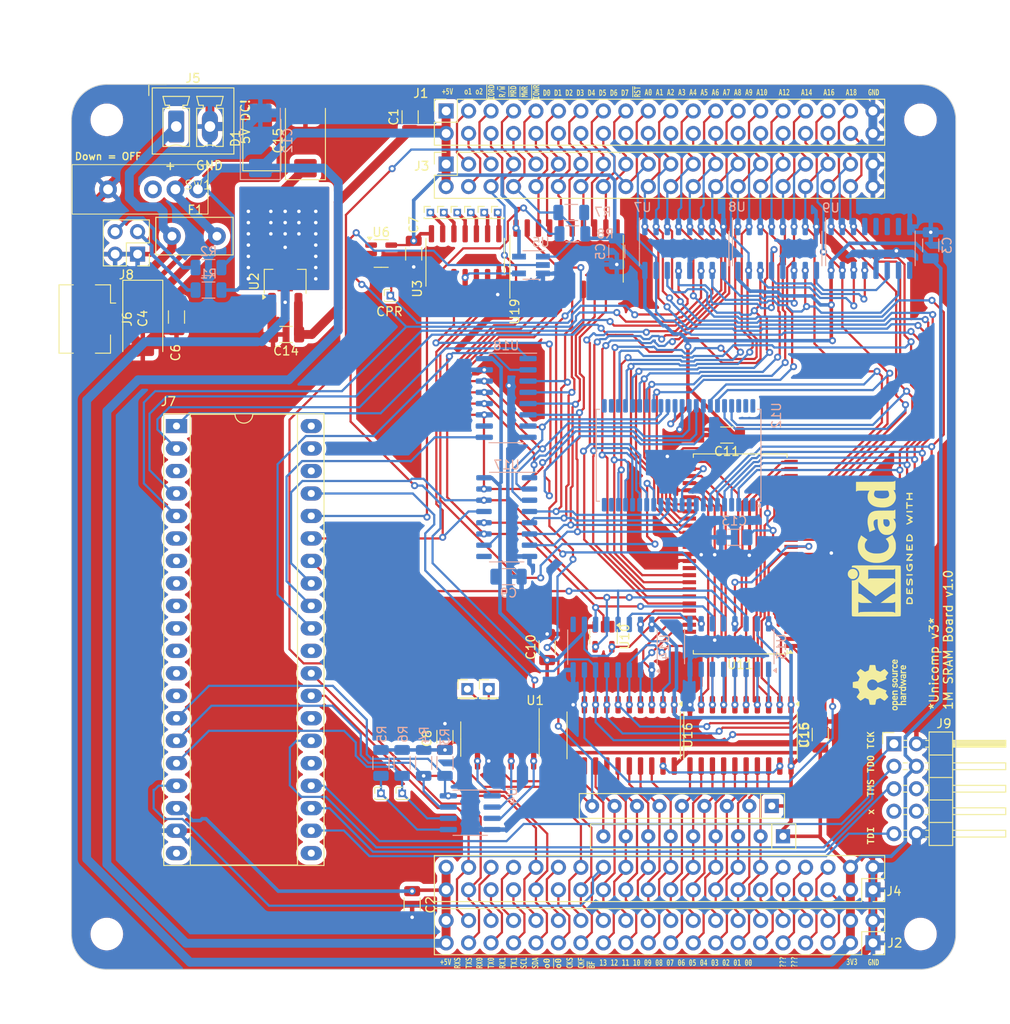
<source format=kicad_pcb>
(kicad_pcb (version 20240108) (generator "pcbnew") (generator_version "8.0")
  (layers (0 "F.Cu" signal) (31 "B.Cu" signal) (34 "B.Paste" user) (35 "F.Paste" user) (36 "B.SilkS" user "B.Silkscreen") (37 "F.SilkS" user "F.Silkscreen") (38 "B.Mask" user) (39 "F.Mask" user) (44 "Edge.Cuts" user))
  (net 0 "")
  (net 1 "/~{RST}")
  (net 2 "GND")
  (net 3 "/D7")
  (net 4 "/D6")
  (net 5 "/D5")
  (net 6 "/D4")
  (net 7 "/D3")
  (net 8 "/D2")
  (net 9 "/D1")
  (net 10 "/D0")
  (net 11 "+5V")
  (net 12 "/A15")
  (net 13 "/A14")
  (net 14 "/A13")
  (net 15 "/A12")
  (net 16 "/A11")
  (net 17 "/A10")
  (net 18 "/A9")
  (net 19 "/A8")
  (net 20 "/A7")
  (net 21 "/A6")
  (net 22 "/A5")
  (net 23 "/A4")
  (net 24 "/A3")
  (net 25 "/A2")
  (net 26 "/A1")
  (net 27 "/A0")
  (net 28 "+3V3")
  (net 29 "/CLKF")
  (net 30 "/CLKS")
  (net 31 "/~{IOWR}")
  (net 32 "/~{MWR}")
  (net 33 "/~{MRD}")
  (net 34 "/R{slash}~{W}_e")
  (net 35 "/~{IORD}")
  (net 36 "/PHI2_e")
  (net 37 "/PHI1_e")
  (net 38 "/~{PH0}")
  (net 39 "/PH0")
  (net 40 "/Bus/RES0")
  (net 41 "/Bus/TX1")
  (net 42 "/Bus/RX0")
  (net 43 "/RXSTM")
  (net 44 "/Bus/TX0")
  (net 45 "/Bus/RES1")
  (net 46 "/A16")
  (net 47 "/A17")
  (net 48 "/A18")
  (net 49 "/A19")
  (net 50 "/CD7")
  (net 51 "/CD6")
  (net 52 "/CD5")
  (net 53 "/CD4")
  (net 54 "/CD3")
  (net 55 "/CD2")
  (net 56 "/CD1")
  (net 57 "/CD0")
  (net 58 "/SEL4")
  (net 59 "/~{MRC}")
  (net 60 "/CNT")
  (net 61 "/CPR")
  (net 62 "/~{CNTOE}")
  (net 63 "/~{TRST}")
  (net 64 "/~{PLD}")
  (net 65 "/uA12")
  (net 66 "/uA11")
  (net 67 "/~{uMWR}")
  (net 68 "/~{uMRD}")
  (net 69 "/B3")
  (net 70 "/B4")
  (net 71 "/B5")
  (net 72 "Net-(J5-Pin_1)")
  (net 73 "/SCL")
  (net 74 "/~{BUSFREE}")
  (net 75 "/VB")
  (net 76 "/~{STMRST}")
  (net 77 "/~{DATOE}")
  (net 78 "/uA4")
  (net 79 "/~{CE_EXT10}")
  (net 80 "/~{CE_EXT4}")
  (net 81 "/~{CE_EXT11}")
  (net 82 "/~{CE_EXT0}")
  (net 83 "/~{CE_EXT13}")
  (net 84 "/~{CE_EXT12}")
  (net 85 "/uMISO")
  (net 86 "/~{CE_EXT1}")
  (net 87 "/~{CE_EXT7}")
  (net 88 "/~{CE_EXT3}")
  (net 89 "/~{CE_EXT2}")
  (net 90 "/~{CE_EXT5}")
  (net 91 "/~{CE_EXT8}")
  (net 92 "/~{CE_EXT6}")
  (net 93 "/~{CE_EXT9}")
  (net 94 "/~{CE_EXT15}")
  (net 95 "/~{CE_EXT14}")
  (net 96 "/SDA")
  (net 97 "/CTRL1")
  (net 98 "/CLKS#")
  (net 99 "/CLKF#")
  (net 100 "/~{CE_INT10}")
  (net 101 "/~{CE_INT14}")
  (net 102 "/~{CE_INT0}")
  (net 103 "/~{CE_INT13}")
  (net 104 "/~{CE_INT4}")
  (net 105 "/~{CE_INT2}")
  (net 106 "/~{CEDAT_EN}")
  (net 107 "/~{CE_INT1}")
  (net 108 "/~{CE_INT5}")
  (net 109 "/~{CE_INT12}")
  (net 110 "/~{CE_INT7}")
  (net 111 "/~{CE_INT6}")
  (net 112 "/~{CE_INT15}")
  (net 113 "/~{CE_INT9}")
  (net 114 "/~{CE_INT11}")
  (net 115 "/~{CE_INT3}")
  (net 116 "/~{CE_INT8}")
  (net 117 "/~{CE_EXT_EN}")
  (net 118 "/uA10")
  (net 119 "/~{MRAM_WR}")
  (net 121 "Net-(D1-K)")
  (net 122 "/uSDA")
  (net 123 "/uSCL")
  (net 124 "/~{uSCL}")
  (net 125 "/B14")
  (net 129 "Net-(TP2-Pad1)")
  (net 130 "Net-(TP3-Pad1)")
  (net 131 "Net-(TP4-Pad1)")
  (net 132 "Net-(TP5-Pad1)")
  (net 133 "Net-(TP6-Pad1)")
  (net 141 "Net-(J8-Pin_3)")
  (net 142 "Net-(J8-Pin_4)")
  (net 143 "Net-(J10-Pin_1)")
  (net 144 "Net-(J13-Pin_1)")
  (net 145 "Net-(TP1-Pad1)")
  (net 146 "Net-(U12-~{OE})")
  (net 147 "Net-(U3-Pad4)")
  (net 148 "Net-(U12-~{WE})")
  (net 150 "Net-(U7-~{RCO})")
  (net 151 "Net-(U8-~{RCO})")
  (net 169 "Net-(U13-QH')")
  (net 174 "/TXSTM")
  (net 175 "/Bus/RX1")
  (net 176 "Net-(U4-CTRL0)")
  (net 177 "/Bus/RES6")
  (net 178 "/Bus/RES3")
  (net 179 "/Bus/RES5")
  (net 180 "/Bus/RES4")
  (net 181 "/Bus/RES2")
  (net 182 "/TMS")
  (net 183 "/TDO")
  (net 184 "/TDI")
  (net 185 "/TCK")
  (footprint "Capacitor_SMD:C_1206_3216Metric" (layer "F.Cu") (at 88.5246 142.628595 -90)
    (property "Reference" "C2")
    (property "Value" "100n")
  )
  (footprint "Connector_PinHeader_2.54mm:PinHeader_2x02_P2.54mm_Vertical" (layer "F.Cu") (at 57.482 69.174995 180)
    (property "Reference" "J8")
    (property "Value" "Dual LED Socket")
  )
  (footprint "Connector_PinHeader_1.00mm:PinHeader_1x01_P1.00mm_Vertical" (layer "F.Cu") (at 87.4 130.1)
    (property "Reference" "TP9" (hide yes))
    (property "Value" ".")
  )
  (footprint "Connector_PinSocket_2.54mm:PinSocket_2x20_P2.54mm_Vertical" (layer "F.Cu") (at 92.367 53 90)
    (property "Reference" "J1")
    (property "Value" "BUS" (hide yes))
  )
  (footprint "Package_SO:SOIC-14_3.9x8.7mm_P1.27mm" (layer "F.Cu") (at 98.456 123.971995 -90)
    (property "Reference" "U1")
    (property "Value" "74LVC125")
  )
  (footprint "Package_DIP:DIP-40_W15.24mm_Socket_LongPads" (layer "F.Cu") (at 61.88 88.600995)
    (property "Reference" "J7")
    (property "Value" "STM32F401")
  )
  (footprint "Capacitor_Tantalum_SMD:CP_EIA-7343-31_Kemet-D" (layer "F.Cu") (at 76.46 56.353995 90)
    (property "Reference" "C15")
    (property "Value" "33u/16")
  )
  (footprint "Connector_PinHeader_1.00mm:PinHeader_1x01_P1.00mm_Vertical" (layer "F.Cu") (at 95.154 64.470995)
    (property "Reference" "TP1" (hide yes))
    (property "Value" ".")
  )
  (footprint "Connector_USB:USB_Micro-B_Amphenol_10104110_Horizontal" (layer "F.Cu") (at 52.76 76.505995 -90)
    (property "Reference" "J6")
    (property "Value" "USB_B_Micro")
  )
  (footprint "Package_TO_SOT_SMD:SOT-23-5" (layer "F.Cu") (at 85.0225 69.103995)
    (property "Reference" "U6")
    (property "Value" "74AHC1G14" (hide yes))
  )
  (footprint "Connector_PinSocket_2.54mm:PinSocket_2x20_P2.54mm_Vertical" (layer "F.Cu") (at 140.627 141 -90)
    (property "Reference" "J4")
    (property "Value" "Spare" (hide yes))
  )
  (footprint "Connector_Phoenix_MC:PhoenixContact_MCV_1,5_2-G-3.81_1x02_P3.81mm_Vertical" (layer "F.Cu") (at 61.85 54.753995)
    (property "Reference" "J5")
    (property "Value" "Screw_Terminal_01x02")
  )
  (footprint "Connector_PinHeader_1.00mm:PinHeader_1x01_P1.00mm_Vertical" (layer "F.Cu") (at 86.06 73.853995)
    (property "Reference" "TP7" (hide yes))
    (property "Value" "CPR" (hide yes))
  )
  (footprint "Resistor_THT:R_Array_SIP9" (layer "F.Cu") (at 130.46 134.955995 180)
    (property "Reference" "RN4" (hide yes))
    (property "Value" "1k")
  )
  (footprint "Connector_PinHeader_2.00mm:PinHeader_1x01_P2.00mm_Vertical" (layer "F.Cu") (at 94.773 118.318995)
    (property "Reference" "J13" (hide yes))
    (property "Value" "." (hide yes))
  )
  (footprint "Capacitor_SMD:C_1206_3216Metric" (layer "F.Cu") (at 74.268 78.253995 180)
    (property "Reference" "C14")
    (property "Value" "100n")
  )
  (footprint "Connector_PinHeader_1.00mm:PinHeader_1x01_P1.00mm_Vertical" (layer "F.Cu") (at 98.202 64.470995)
    (property "Reference" "TP3" (hide yes))
    (property "Value" ".")
  )
  (footprint "Connector_PinHeader_1.00mm:PinHeader_1x01_P1.00mm_Vertical" (layer "F.Cu") (at 85 130.1)
    (property "Reference" "TP8" (hide yes))
    (property "Value" ".")
  )
  (footprint "Resistor_THT:R_Array_SIP9" (layer "F.Cu") (at 129.19 131.526995 180)
    (property "Reference" "RN3" (hide yes))
    (property "Value" "1k")
  )
  (footprint "Package_SO:SOIC-14_3.9x8.7mm_P1.27mm" (layer "F.Cu") (at 94.519 69.347795 90)
    (property "Reference" "U3")
    (property "Value" "74LVC08AD")
  )
  (footprint "Package_TO_SOT_SMD:SOT-23-5" (layer "F.Cu") (at 110.1595 112.408495 -90)
    (property "Reference" "U10")
    (property "Value" "74AHC1G14")
  )
  (footprint "Capacitor_SMD:C_1206_3216Metric" (layer "F.Cu") (at 61.88 76.281995 -90)
    (property "Reference" "C6")
    (property "Value" "100n")
  )
  (footprint "Package_TO_SOT_SMD:SOT-89-3_Handsoldering" (layer "F.Cu") (at 74.168 72.253995 90)
    (property "Reference" "U2")
    (property "Value" "AZ1117-3.3")
  )
  (footprint "Connector_PinHeader_1.00mm:PinHeader_1x01_P1.00mm_Vertical" (layer "F.Cu") (at 93.63 64.470995)
    (property "Reference" "TP6" (hide yes))
    (property "Value" ".")
  )
  (footprint "Symbol:KiCad-Logo2_6mm_SilkScreen" (layer "F.Cu") (at 140.76 102.453995 90)
    (property "Reference" "REF**" (hide yes))
    (property "Value" "KiCad-Logo2_6mm_SilkScreen" (hide yes))
  )
  (footprint "Connector_PinHeader_1.00mm:PinHeader_1x01_P1.00mm_Vertical" (layer "F.Cu") (at 96.676 64.470995)
    (property "Reference" "TP2" (hide yes))
    (property "Value" ".")
  )
  (footprint "Connector_PinSocket_2.54mm:PinSocket_2x20_P2.54mm_Vertical" (layer "F.Cu") (at 140.627 147 -90)
    (property "Reference" "J2")
    (property "Value" "BUS" (hide yes))
  )
  (footprint "Connector_PinHeader_2.54mm:PinHeader_2x05_P2.54mm_Horizontal" (layer "F.Cu") (at 143 124.5)
    (property "Reference" "J9")
    (property "Value" "JTAG")
  )
  (footprint "Package_SO:SO-20_5.3x12.6mm_P1.27mm" (layer "F.Cu") (at 112.4455 123.550995 -90)
    (property "Reference" "U16")
    (property "Value" "SN74LVC245ANSR")
  )
  (footprint "MountingHole:MountingHole_3.2mm_M3" (layer "F.Cu") (at 146 54)
    (property "Reference" "H3" (hide yes))
    (property "Value" "MountingHole" (hide yes))
  )
  (footprint "Connector_PinHeader_1.00mm:PinHeader_1x01_P1.00mm_Vertical" (layer "F.Cu") (at 90.582 64.470995)
    (property "Reference" "TP4" (hide yes))
    (property "Value" ".")
  )
  (footprint "Capacitor_SMD:C_1206_3216Metric" (layer "F.Cu") (at 124.11 89.616995 180)
    (property "Reference" "C11")
    (property "Value" "100n")
  )
  (footprint "Capacitor_Tantalum_SMD:CP_EIA-7343-31_Kemet-D" (layer "F.Cu") (at 58.07 76.535995 -90)
    (property "Reference" "C4")
    (property "Value" "33u/16")
  )
  (footprint "Package_SO:TSOP-II-54_22.2x10.16mm_P0.8mm" (layer "F.Cu") (at 125.6185 103.049495 180)
    (property "Reference" "U11")
    (property "Value" "IS61WV102416")
  )
  (footprint "Symbol:OSHW-Logo_5.7x6mm_SilkScreen" (layer "F.Cu") (at 141.36 117.853995 90)
    (property "Reference" "REF**" (hide yes))
    (property "Value" "OSHW-Logo_5.7x6mm_SilkScreen" (hide yes))
  )
  (footprint "my_own:ToggleSwitch_CTS_033TBVS" (layer "F.Cu") (at 64.3 61.853995)
    (property "Reference" "SW1")
    (property "Value" "033TBVSA")
  )
  (footprint "Connector_PinSocket_2.54mm:PinSocket_2x20_P2.54mm_Vertical" (layer "F.Cu") (at 92.367 59 90)
    (property "Reference" "J3")
    (property "Value" "Spare" (hide yes))
  )
  (footprint "Package_SO:SO-20_5.3x12.6mm_P1.27mm" (layer "F.Cu") (at 105.985 69.691495 90)
    (property "Reference" "U19")
    (property "Value" "SN74LVC245ANSR")
  )
  (footprint "Capacitor_SMD:C_1206_3216Metric" (layer "F.Cu") (at 134.6705 123.457495 90)
    (property "Reference" "C16")
    (property "Value" "100n")
  )
  (footprint "MountingHole:MountingHole_3.2mm_M3" (layer "F.Cu") (at 54 54)
    (property "Reference" "H1" (hide yes))
    (property "Value" "MountingHole" (hide yes))
  )
  (footprint "Capacitor_SMD:C_1206_3216Metric" (layer "F.Cu") (at 88.296 53.675995 90)
    (property "Reference" "C1")
    (property "Value" "100n" (hide yes))
  )
  (footprint "Capacitor_SMD:C_1206_3216Metric" (layer "F.Cu") (at 103.79 113.570995 90)
    (property "Reference" "C10")
    (property "Value" "100n")
  )
  (footprint "MountingHole:MountingHole_3.2mm_M3" (layer "F.Cu") (at 54 146)
    (property "Reference" "H2" (hide yes))
    (property "Value" "MountingHole" (hide yes))
  )
  (footprint "Capacitor_SMD:C_1206_3216Metric" (layer "F.Cu") (at 92.233 123.701995 90)
    (property "Reference" "C8")
    (property "Value" "100n")
  )
  (footprint "Fuse:Fuse_Littelfuse_395Series" (layer "F.Cu") (at 61.372 67.137995)
    (property "Reference" "F1")
    (property "Value" "Polyfuse")
  )
  (footprint "Package_SO:SO-20_5.3x12.6mm_P1.27mm" (layer "F.Cu") (at 125.6535 123.550995 -90)
    (property "Reference" "U15")
    (property "Value" "SN74LVC245ANSR")
  )
  (footprint "Capacitor_SMD:C_1206_3216Metric" (layer "F.Cu") (at 88.7024 69.144595 -90)
    (property "Reference" "C7")
    (property "Value" "100n" (hide yes))
  )
  (footprint "Connector_PinHeader_1.00mm:PinHeader_1x01_P1.00mm_Vertical" (layer "F.Cu") (at 92.106 64.470995)
    (property "Reference" "TP5" (hide yes))
    (property "Value" ".")
  )
  (footprint "Diode_SMD:D_SMB" (layer "F.Cu") (at 71.532 56.097995 90)
    (property "Reference" "D1")
    (property "Value" "UM1S")
  )
  (footprint "MountingHole:MountingHole_3.2mm_M3" (layer "F.Cu") (at 146 146)
    (property "Reference" "H4" (hide yes))
    (property "Value" "MountingHole" (hide yes))
  )
  (footprint "Connector_PinHeader_2.00mm:PinHeader_1x01_P2.00mm_Vertical" (layer "F.Cu") (at 97.186 118.318995)
    (property "Reference" "J10" (hide yes))
    (property "Value" "." (hide yes))
  )
  (footprint "Package_SO:SO-16_3.9x9.9mm_P1.27mm" (layer "B.Cu") (at 124.3835 113.516495 90)
    (property "Reference" "U13")
    (property "Value" "74LVC595")
  )
  (footprint "Package_SO:SOIC-8_3.9x4.9mm_P1.27mm" (layer "B.Cu") (at 95.092 132.288995 180)
    (property "Reference" "U4")
    (property "Value" "DS1085")
  )
  (footprint "Capacitor_SMD:C_1206_3216Metric" (layer "B.Cu") (at 147.16 68.178995 90)
    (property "Reference" "C3")
    (property "Value" "100n")
  )
  (footprint "Capacitor_SMD:C_1206_3216Metric" (layer "B.Cu") (at 111.664 68.866995 -90)
    (property "Reference" "C5")
    (property "Value" "100n")
  )
  (footprint "Resistor_SMD:R_1206_3216Metric" (layer "B.Cu") (at 92.239 126.6625 -90)
    (property "Reference" "R3")
    (property "Value" "3k3")
  )
  (footprint "Package_SO:SO-16_3.9x9.9mm_P1.27mm" (layer "B.Cu") (at 111.1755 113.586495 90)
    (property "Reference" "U14")
    (property "Value" "74LVC595")
  )
  (footprint "Package_SO:SO-16_3.9x9.9mm_P1.27mm" (layer "B.Cu") (at 99.218 98.887995 180)
    (property "Reference" "U17")
    (property "Value" "74LVC595")
  )
  (footprint "Package_TO_SOT_SMD:SOT-23-5_HandSoldering" (layer "B.Cu") (at 101.9574 70.404395 180)
    (property "Reference" "U5")
    (property "Value" "74LVC1G32")
  )
  (footprint "Capacitor_SMD:C_1206_3216Metric" (layer "B.Cu") (at 99.423 105.618995)
    (property "Reference" "C9")
    (property "Value" "100n")
  )
  (footprint "Package_SO:SOIC-16_3.9x9.9mm_P1.27mm" (layer "B.Cu") (at 119.283125 68.54147 -90)
    (property "Reference" "U7")
    (property "Value" "74HC590")
  )
  (footprint "Resistor_SMD:R_1206_3216Metric" (layer "B.Cu") (at 65.4975 73.233995 180)
    (property "Reference" "R1")
    (property "Value" "1k")
  )
  (footprint "Resistor_SMD:R_1206_3216Metric" (layer "B.Cu") (at 106.5185 64.470995 180)
    (property "Reference" "R7")
    (property "Value" "10k")
  )
  (footprint "Package_SO:TSOP-II-44_10.16x18.41mm_P0.8mm" (layer "B.Cu") (at 118.649 91.902995 90)
    (property "Reference" "U12")
    (property "Value" "IS61WV10248EDBLL")
  )
  (footprint "Capacitor_SMD:C_1206_3216Metric" (layer "B.Cu") (at 124.95 101.173995 180)
    (property "Reference" "C13")
    (property "Value" "100n")
  )
  (footprint "Resistor_SMD:R_1206_3216Metric" (layer "B.Cu") (at 87.3876 126.6625 -90)
    (property "Reference" "R6")
    (property "Value" "3k3")
  )
  (footprint "Capacitor_Tantalum_SMD:CP_EIA-7343-31_Kemet-D" (layer "B.Cu") (at 71.36 56.341495 90)
    (property "Reference" "C12")
    (property "Value" "33u/16")
  )
  (footprint "Package_SO:SOIC-16_3.9x9.9mm_P1.27mm" (layer "B.Cu") (at 129.798725 68.54147 -90)
    (property "Reference" "U8")
    (property "Value" "74HC590")
  )
  (footprint "Resistor_SMD:R_1206_3216Metric" (layer "B.Cu") (at 89.826 126.6625 -90)
    (property "Reference" "R4")
    (property "Value" "3k3")
  )
  (footprint "Resistor_SMD:R_1206_3216Metric" (layer "B.Cu") (at 85 126.6625 -90)
    (property "Reference" "R5")
    (property "Value" "3k3")
  )
  (footprint "Resistor_SMD:R_1206_3216Metric" (layer "B.Cu") (at 106.6455 66.883995 180)
    (property "Reference" "R8")
    (property "Value" "10k")
  )
  (footprint "Resistor_SMD:R_1206_3216Metric" (layer "B.Cu") (at 65.4975 70.693995 180)
    (property "Reference" "R2")
    (property "Value" "1k")
  )
  (footprint "Package_SO:SOIC-16_3.9x9.9mm_P1.27mm" (layer "B.Cu") (at 99.156 85.425995 180)
    (property "Reference" "U18")
    (property "Value" "74HC165")
  )
  (footprint "Package_SO:SOIC-16_3.9x9.9mm_P1.27mm" (layer "B.Cu") (at 140.339725 68.53027 -90)
    (property "Reference" "U9")
    (property "Value" "74HC590")
  )
  (gr_line (start 50 54) (end 50 146) (stroke (width 0.1)) (layer "Edge.Cuts"))
  (gr_arc (start 50 54) (mid 51.171571 51.17157) (end 54 50) (stroke (width 0.1)) (layer "Edge.Cuts"))
  (gr_arc (start 146 50) (mid 148.828425 51.171573) (end 150 54) (stroke (width 0.1)) (layer "Edge.Cuts"))
  (gr_arc (start 150 146) (mid 148.828425 148.828424) (end 146 149.999995) (stroke (width 0.1)) (layer "Edge.Cuts"))
  (gr_line (start 150 146) (end 150 54) (stroke (width 0.1)) (layer "Edge.Cuts"))
  (gr_line (start 146 50) (end 54 50) (stroke (width 0.1)) (layer "Edge.Cuts"))
  (gr_arc (start 54 150) (mid 51.171571 148.828427) (end 50 146) (stroke (width 0.1)) (layer "Edge.Cuts"))
  (gr_line (start 146 150) (end 54 150) (stroke (width 0.1)) (layer "Edge.Cuts"))
  (gr_text "TXS" (at 95.4 149.9 90) (layer "F.SilkS") (effects (font (size 0.7 0.5) (thickness 0.1) (bold yes)) (justify left bottom)))
  (gr_text "CKF" (at 108.1 149.9 90) (layer "F.SilkS") (effects (font (size 0.7 0.5) (thickness 0.1) (bold yes)) (justify left bottom)))
  (gr_text "+5V   o1 o2" (at 91.8972 51.2572 0) (layer "F.SilkS") (effects (font (size 0.7 0.5) (thickness 0.1) (bold yes)) (justify left bottom)))
  (gr_text "TX0" (at 97.9 149.9 90) (layer "F.SilkS") (effects (font (size 0.7 0.5) (thickness 0.1) (bold yes)) (justify left bottom)))
  (gr_text "???" (at 132.2 149.8 90) (layer "F.SilkS") (effects (font (size 0.7 0.5) (thickness 0.1) (bold yes)) (justify left bottom)))
  (gr_text "SCL" (at 101.6 149.9 90) (layer "F.SilkS") (effects (font (size 0.7 0.5) (thickness 0.1) (bold yes)) (justify left bottom)))
  (gr_text "3V3" (at 137.6172 149.606 0) (layer "F.SilkS") (effects (font (size 0.7 0.5) (thickness 0.1) (bold yes)) (justify left bottom)))
  (gr_text "R/~{W}" (at 99.1616 51.4604 90) (layer "F.SilkS") (effects (font (size 0.7 0.5) (thickness 0.1) (bold yes)) (justify left bottom)))
  (gr_text "~{BF}" (at 109.3 149.9 90) (layer "F.SilkS") (effects (font (size 0.7 0.5) (thickness 0.1) (bold yes)) (justify left bottom)))
  (gr_text "+   GND" (at 60.46 59.753995 0) (layer "F.SilkS") (effects (font (size 1 1)) (justify left bottom)))
  (gr_text "~{RST}" (at 114.4524 51.4604 90) (layer "F.SilkS") (effects (font (size 0.7 0.5) (thickness 0.1) (bold yes)) (justify left bottom)))
  (gr_text "CPR" (at 84.36 76.253995 0) (layer "F.SilkS") (effects (font (size 1 1)) (justify left bottom)))
  (gr_text "~{o0}" (at 105.5 149.9 90) (layer "F.SilkS") (effects (font (size 0.7 0.7) (thickness 0.1) (bold yes)) (justify left bottom)))
  (gr_text "Down = OFF" (at 50.3 58.6 0) (layer "F.SilkS") (effects (font (size 0.8 0.8)) (justify left bottom)))
  (gr_text "~{IOWR}" (at 103.0224 51.7144 90) (layer "F.SilkS") (effects (font (size 0.7 0.5) (thickness 0.1) (bold yes)) (justify left bottom)))
  (gr_text "D0 D1 D2 D3 D4 D5 D6 D7" (at 103.3272 51.4096 0) (layer "F.SilkS") (effects (font (size 0.7 0.5) (thickness 0.1) (bold yes)) (justify left bottom)))
  (gr_text "*Unicomp v3*\n1M SRAM Board v1.0" (at 148.3416 120.753995 90) (layer "F.SilkS") (effects (font (size 1 1)) (justify left)))
  (gr_text "???" (at 130.9 149.8 90) (layer "F.SilkS") (effects (font (size 0.7 0.5) (thickness 0.1) (bold yes)) (justify left bottom)))
  (gr_text "RXS" (at 94.1 149.9 90) (layer "F.SilkS") (effects (font (size 0.7 0.5) (thickness 0.1) (bold yes)) (justify left bottom)))
  (gr_text "+5V" (at 91.694 149.606 0) (layer "F.SilkS") (effects (font (size 0.7 0.5) (thickness 0.1) (bold yes)) (justify left bottom)))
  (gr_text "5V DC!" (at 70.26 56.853995 90) (layer "F.SilkS") (effects (font (size 1 1)) (justify left bottom)))
  (gr_text "SDA" (at 102.9 149.9 90) (layer "F.SilkS") (effects (font (size 0.7 0.5) (thickness 0.1) (bold yes)) (justify left bottom)))
  (gr_text "RX0" (at 96.6 149.9 90) (layer "F.SilkS") (effects (font (size 0.7 0.5) (thickness 0.1) (bold yes)) (justify left bottom)))
  (gr_text "~{MRD}\n" (at 100.4316 51.4096 90) (layer "F.SilkS") (effects (font (size 0.7 0.5) (thickness 0.1) (bold yes)) (justify left bottom)))
  (gr_text "RX1" (at 99.2 149.9 90) (layer "F.SilkS") (effects (font (size 0.7 0.5) (thickness 0.1) (bold yes)) (justify left bottom)))
  (gr_text "o0" (at 104.2 149.9 90) (layer "F.SilkS") (effects (font (size 0.7 0.7) (thickness 0.1) (bold yes)) (justify left bottom)))
  (gr_text "~{MWR}" (at 101.7016 51.4604 90) (layer "F.SilkS") (effects (font (size 0.7 0.5) (thickness 0.1) (bold yes)) (justify left bottom)))
  (gr_text "~{IORD}" (at 97.9424 51.7144 90) (layer "F.SilkS") (effects (font (size 0.7 0.5) (thickness 0.1) (bold yes)) (justify left bottom)))
  (gr_text "13 12 11 10 09 08 07 06 05 04 03 02 01 00" (at 109.7 149.7 0) (layer "F.SilkS") (effects (font (size 0.7 0.5) (thickness 0.1) (bold yes)) (justify left bottom)))
  (gr_text "CKS" (at 106.8 149.9 90) (layer "F.SilkS") (effects (font (size 0.7 0.5) (thickness 0.1) (bold yes)) (justify left bottom)))
  (gr_text "TX1" (at 100.5 149.9 90) (layer "F.SilkS") (effects (font (size 0.7 0.5) (thickness 0.1) (bold yes)) (justify left bottom)))
  (gr_text "A0 A1 A2 A3 A4 A5 A6 A7 A8 A9 A10   A12   A14   A16   A18   GND\n" (at 114.808 51.3588 0) (layer "F.SilkS") (effects (font (size 0.7 0.5) (thickness 0.1) (bold yes)) (justify left bottom)))
  (gr_text "GND" (at 140.0556 149.6568 0) (layer "F.SilkS") (effects (font (size 0.7 0.5) (thickness 0.1) (bold yes)) (justify left bottom)))
  (gr_text "TDI  x  TMS TDO TCK" (at 140.9 135.9 90) (layer "F.SilkS") (effects (font (size 0.8 0.8) (thickness 0.1) (bold yes)) (justify left bottom)))
  (segment (start 76.25401 115.415995) (end 74.66 113.821985) (width 0.25) (layer "F.Cu") (net 1))
  (segment (start 112.68 61.497) (end 113.93 60.247) (width 0.25) (layer "F.Cu") (net 1))
  (segment (start 91.217 123.525995) (end 83.107 115.415995) (width 0.25) (layer "F.Cu") (net 1))
  (segment (start 99.726 122.890995) (end 99.091 123.525995) (width 0.25) (layer "F.Cu") (net 1))
  (segment (start 74.66 87.885995) (end 81.044 81.501995) (width 0.25) (layer "F.Cu") (net 1))
  (segment (start 113.93 60.247) (end 113.93 57.8976) (width 0.25) (layer "F.Cu") (net 1))
  (segment (start 99.091 123.525995) (end 91.217 123.525995) (width 0.25) (layer "F.Cu") (net 1))
  (segment (start 83.107 115.415995) (end 76.25401 115.415995) (width 0.25) (layer "F.Cu") (net 1))
  (segment (start 99.726 121.496995) (end 99.726 122.890995) (width 0.25) (layer "F.Cu") (net 1))
  (segment (start 74.66 113.821985) (end 74.66 87.885995) (width 0.25) (layer "F.Cu") (net 1))
  (segment (start 113.93 57.8976) (end 112.68 56.6476) (width 0.25) (layer "F.Cu") (net 1))
  (segment (start 81.044 81.501995) (end 81.044 64.737995) (width 0.25) (layer "F.Cu") (net 1))
  (segment (start 81.044 64.737995) (end 86.264 59.517995) (width 0.25) (layer "F.Cu") (net 1))
  (segment (start 112.68 56.6476) (end 112.68 55.497) (width 0.25) (layer "F.Cu") (net 1))
  (via (at 86.264 59.517995) (size 0.8) (drill 0.4) (layers "F.Cu" "B.Cu") (net 1))
  (segment (start 88.423 57.358995) (end 86.264 59.517995) (width 0.25) (layer "B.Cu") (net 1))
  (segment (start 112.68 61.188533) (end 111.379 59.887533) (width 0.25) (layer "B.Cu") (net 1))
  (segment (start 112.68 61.497) (end 112.68 61.188533) (width 0.25) (layer "B.Cu") (net 1))
  (segment (start 111.379 59.887533) (end 111.379 58.0898) (width 0.25) (layer "B.Cu") (net 1))
  (segment (start 111.379 58.0898) (end 110.648195 57.358995) (width 0.25) (layer "B.Cu") (net 1))
  (segment (start 110.648195 57.358995) (end 88.423 57.358995) (width 0.25) (layer "B.Cu") (net 1))
  (segment (start 119.8145 121.982495) (end 107.637001 121.982495) (width 0.4) (layer "F.Cu") (net 2))
  (segment (start 136.048 63.962995) (end 134.243725 65.76727) (width 0.4) (layer "F.Cu") (net 2))
  (segment (start 65.16 51.353995) (end 60.36 51.353995) (width 1) (layer "F.Cu") (net 2))
  (segment (start 88.5246 148.824395) (end 88.169 149.179995) (width 0.4) (layer "F.Cu") (net 2))
  (segment (start 58.07 79.648495) (end 56.2275 77.805995) (width 1) (layer "F.Cu") (net 2))
  (segment (start 51.46 135.965995) (end 64.674 149.179995) (width 1) (layer "F.Cu") (net 2))
  (segment (start 135.2455 113.121495) (end 135.2455 121.407495) (width 0.25) (layer "F.Cu") (net 2))
  (segment (start 59.9615 77.756995) (end 58.07 79.648495) (width 1) (layer "F.Cu") (net 2))
  (segment (start 65.66 54.753995) (end 65.66 51.853995) (width 1) (layer "F.Cu") (net 2))
  (segment (start 51.61 77.805995) (end 51.46 77.655995) (width 0.4) (layer "F.Cu") (net 2))
  (segment (start 60.36 51.353995) (end 58.66 53.053995) (width 1) (layer "F.Cu") (net 2))
  (segment (start 87.649 51.553995) (end 76.76 51.553995) (width 1) (layer "F.Cu") (net 2))
  (segment (start 136.2 123.511995) (end 136.2 135.3) (width 0.4) (layer "F.Cu") (net 2))
  (segment (start 82.708 70.185995) (end 82.708 70.947995) (width 0.25) (layer "F.Cu") (net 2))
  (segment (start 131.3685 110.249495) (end 132.3735 110.249495) (width 0.25) (layer "F.Cu") (net 2))
  (segment (start 83.885 70.053995) (end 82.84 70.053995) (width 0.25) (layer "F.Cu") (net 2))
  (segment (start 134.6705 121.982495) (end 136.2 123.511995) (width 0.4) (layer "F.Cu") (net 2))
  (segment (start 76.76 51.553995) (end 71.532 51.553995) (width 1) (layer "F.Cu") (net 2))
  (segment (start 129.444 109.809995) (end 129.8835 110.249495) (width 0.25) (layer "F.Cu") (net 2))
  (segment (start 89.443 51.053995) (end 138.716995 51.053995) (width 1) (layer "F.Cu") (net 2))
  (segment (start 98.456 121.496995) (end 98.456 122.674995) (width 0.25) (layer "F.Cu") (net 2))
  (segment (start 93.122 114.762995) (end 93.122 121.337995) (width 0.4) (layer "F.Cu") (net 2))
  (segment (start 120.9545 116.091495) (end 119.9385 117.107495) (width 0.25) (layer "F.Cu") (net 2))
  (segment (start 103.79 112.095995) (end 95.789 112.095995) (width 0.4) (layer "F.Cu") (net 2))
  (segment (start 129.8835 110.249495) (end 131.3685 110.249495) (width 0.25) (layer "F.Cu") (net 2))
  (segment (start 120.8735 101.449495) (end 121.2085 101.784495) (width 0.25) (layer "F.Cu") (net 2))
  (segment (start 131.3685 103.849495) (end 134.4055 103.849495) (width 0.25) (layer "F.Cu") (net 2))
  (segment (start 135.921 102.951995) (end 135.413 103.459995) (width 0.25) (layer "F.Cu") (net 2))
  (segment (start 98.113 123.017995) (end 95.192001 123.017995) (width 0.25) (layer "F.Cu") (net 2))
  (segment (start 134.651 104.094995) (end 134.651 104.475995) (width 0.25) (layer "F.Cu") (net 2))
  (segment (start 138.716995 51.053995) (end 140.62 52.957) (width 1) (layer "F.Cu") (net 2))
  (segment (start 106.7305 115.036495) (end 103.79 112.095995) (width 0.4) (layer "F.Cu") (net 2))
  (segment (start 72.668 74.703995) (end 72.668 78.128995) (width 1) (layer "F.Cu") (net 2))
  (segment (start 125.8316 63.962995) (end 123.728125 66.06647) (width 0.4) (layer "F.Cu") (net 2))
  (segment (start 93.916 122.226995) (end 94.646 121.496995) (width 0.4) (layer "F.Cu") (net 2))
  (segment (start 122.3935 124.561495) (end 119.8145 121.982495) (width 0.4) (layer "F.Cu") (net 2))
  (segment (start 88.296 52.200995) (end 89.443 51.053995) (width 1) (layer "F.Cu") (net 2))
  (segment (start 99.218 119.588995) (end 98.456 120.350995) (width 0.25) (layer "F.Cu") (net 2))
  (segment (start 65.66 54.753995) (end 70.726 54.753995) (width 1) (layer "F.Cu") (net 2))
  (segment (start 51.46 80.255995) (end 51.46 135.965995) (width 1) (layer "F.Cu") (net 2))
  (segment (start 136.302 63.962995) (end 136.048 63.962995) (width 0.4) (layer "F.Cu") (net 2))
  (segment (start 85.191 69.353995) (end 87.4368 69.353995) (width 0.25) (layer "F.Cu") (net 2))
  (segment (start 76.46 51.853995) (end 76.76 51.553995) (width 1) (layer "F.Cu") (net 2))
  (segment (start 119.8685 101.449495) (end 118.2465 101.449495) (width 0.25) (layer "F.Cu") (net 2))
  (segment (start 136.302 63.962995) (end 125.8316 63.962995) (width 0.4) (layer "F.Cu") (net 2))
  (segment (start 119.8685 95.849495) (end 118.4045 95.849495) (width 0.25) (layer "F.Cu") (net 2))
  (segment (start 140.62 147.043) (end 138.483005 149.179995) (width 1) (layer "F.Cu") (net 2))
  (segment (start 68.798 78.253995) (end 68.301 77.756995) (width 0.4) (layer "F.Cu") (net 2))
  (segment (start 95.192001 123.017995) (end 94.646 122.471994) (width 0.25) (layer "F.Cu") (net 2))
  (segment (start 82.84 70.053995) (end 82.708 70.185995) (width 0.25) (layer "F.Cu") (net 2))
  (segment (start 64.674 149.179995) (end 88.169 149.179995) (width 1) (layer "F.Cu") (net 2))
  (segment (start 98.456 122.674995) (end 98.113 123.017995) (width 0.25) (layer "F.Cu") (net 2))
  (segment (start 95.789 112.095995) (end 93.122 114.762995) (width 0.4) (layer "F.Cu") (net 2))
  (segment (start 120.9545 112.730495) (end 120.9545 116.091495) (width 0.25) (layer "F.Cu") (net 2))
  (segment (start 58.66 57.053995) (end 54.14 61.573995) (width 1) (layer "F.Cu") (net 2))
  (segment (start 139.6 136.6) (end 140.62 137.62) (width 0.4) (layer "F.Cu") (net 2))
  (segment (start 132.0915 124.561495) (end 122.3935 124.561495) (width 0.4) (layer "F.Cu") (net 2))
  (segment (start 118.2465 101.449495) (end 117.76 101.935995) (width 0.25) (layer "F.Cu") (net 2))
  (segment (start 71.532 53.947995) (end 71.532 51.553995) (width 1) (layer "F.Cu") (net 2))
  (segment (start 119.8685 103.049495) (end 117.7895 103.049495) (width 0.25) (layer "F.Cu") (net 2))
  (segment (start 118.141 95.585995) (end 118.141 93.466999) (width 0.25) (layer "F.Cu") (net 2))
  (segment (start 98.202 73.741995) (end 98.202 71.949795) (width 0.4) (layer "F.Cu") (net 2))
  (segment (start 100.996 120.096995) (end 100.488 119.588995) (width 0.25) (layer "F.Cu") (net 2))
  (segment (start 97.186 125.430995) (end 97.186 126.446995) (width 0.25) (layer "F.Cu") (net 2))
  (segment (start 117.379 92.704999) (end 117.379 92.029995) (width 0.25) (layer "F.Cu") (net 2))
  (segment (start 145.934462 63.962995) (end 136.302 63.962995) (width 0.4) (layer "F.Cu") (net 2))
  (segment (start 147.16 65.188533) (end 145.934462 63.962995) (width 0.4) (layer "F.Cu") (net 2))
  (segment (start 117.506 103.332995) (end 117.506 103.849495) (width 0.25) (layer "F.Cu") (net 2))
  (segment (start 119.9385 121.858495) (end 119.8145 121.982495) (width 0.4) (layer "F.Cu") (net 2))
  (segment (start 135.2455 121.407495) (end 134.6705 121.982495) (width 0.25) (layer "F.Cu") (net 2))
  (segment (start 140.62 139.400995) (end 140.62 138.503) (width 1) (layer "F.Cu") (net 2))
  (segment (start 111.664 73.117995) (end 111.7 73.153995) (width 0.4) (layer "F.Cu") (net 2))
  (segment (start 98.202 71.949795) (end 98.329 71.822795) (width 0.4) (layer "F.Cu") (net 2))
  (segment (start 137.5 136.6) (end 139.6 136.6) (width 0.4) (layer "F.Cu") (net 2))
  (segment (start 117.379 92.029995) (end 118.775996 90.632999) (width 0.25) (layer "F.Cu") (net 2))
  (segment (start 68.301 77.756995) (end 61.88 77.756995) (width 0.4) (layer "F.Cu") (net 2))
  (segment (start 131.3685 93.449495) (end 130.3635 93.449495) (width 0.25) (layer "F.Cu") (net 2))
  (segment (start 125.8316 63.962995) (end 114.585 63.962995) (width 0.4) (layer "F.Cu") (net 2))
  (segment (start 100.996 126.446995) (end 100.996 125.471996) (width 0.25) (layer "F.Cu") (net 2))
  (segment (start 65.66 51.853995) (end 65.16 51.353995) (width 1) (layer "F.Cu") (net 2))
  (segment (start 97.545 125.071995) (end 97.186 125.430995) (width 0.25) (layer "F.Cu") (net 2))
  (segment (start 54.14 61.573995) (end 54.14 61.853995) (width 1) (layer "F.Cu") (net 2))
  (segment (start 54.14 61.853995) (end 51.46 64.533995) (width 1) (layer "F.Cu") (net 2))
  (segment (start 100.595999 125.071995) (end 97.545 125.071995) (width 0.25) (layer "F.Cu") (net 2))
  (segment (start 140.62 137.62) (end 140.62 139.400995) (width 0.4) (layer "F.Cu") (net 2))
  (segment (start 113.442 65.105995) (end 113.442 68.563995) (width 0.4) (layer "F.Cu") (net 2))
  (segment (start 51.963 69.174995) (end 51.46 69.677995) (width 0.4) (layer "F.Cu") (net 2))
  (segment (start 98.459 84.028995) (end 96.681 82.250995) (width 0.4) (layer "F.Cu") (net 2))
  (segment (start 106.7305 121.075994) (end 106.7305 120.088495) (width 0.4) (layer "F.Cu") (net 2))
  (segment (start 119.9565 103.137495) (end 119.8685 103.049495) (width 0.25) (layer "F.Cu") (net 2))
  (segment (start 147.16 66.703995) (end 147.16 66.820995) (width 0.25) (layer "F.Cu") (net 2))
  (segment (start 93.122 121.337995) (end 92.233 122.226995) (width 0.4) (layer "F.Cu") (net 2))
  (segment (start 107.727 112.095995) (end 103.79 112.095995) (width 0.25) (layer "F.Cu") (net 2))
  (segment (start 119.8685 112.649495) (end 120.8735 112.649495) (width 0.25) (layer "F.Cu") (net 2))
  (segment (start 147.16 66.703995) (end 147.16 65.188533) (width 0.4) (layer "F.Cu") (net 2))
  (segment (start 51.46 80.255995) (end 57.4625 80.255995) (width 1) (layer "F.Cu") (net 2))
  (segment (start 92.233 122.226995) (end 93.916 122.226995) (width 0.4) (layer "F.Cu") (net 2))
  (segment (start 82.708 70.947995) (end 82.962 71.201995) (width 0.25) (layer "F.Cu") (net 2))
  (segment (start 117.7895 103.049495) (end 117.506 103.332995) (width 0.25) (layer "F.Cu") (net 2))
  (segment (start 106.7305 120.088495) (end 106.7305 115.036495) (width 0.4) (layer "F.Cu") (net 2))
  (segment (start 118.775996 90.632999) (end 118.775996 88.981995) (width 0.25) (layer "F.Cu") (net 2))
  (segment (start 121.2085 103.137495) (end 119.9565 103.137495) (width 0.25) (layer "F.Cu") (net 2))
  (segment (start 72.668 78.128995) (end 72.793 78.253995) (width 1) (layer "F.Cu") (net 2))
  (segment (start 113.442 68.563995) (end 111.664 70.341995) (width 0.4) (layer "F.Cu") (net 2))
  (segment (start 134.6705 121.982495) (end 132.0915 124.561495) (width 0.4) (layer "F.Cu") (net 2))
  (segment (start 57.482 69.174995) (end 51.963 69.174995) (width 0.4) (layer "F.Cu") (net 2))
  (segment (start 70.726 54.753995) (end 71.532 53.947995) (width 1) (layer "F.Cu") (net 2))
  (segment (start 140.62 141.043) (end 140.62 147.043) (width 1) (layer "F.Cu") (net 2))
  (segment (start 136.2 135.3) (end 137.5 136.6) (width 0.4) (layer "F.Cu") (net 2))
  (segment (start 126.6475 97.165495) (end 126.6475 103.205995) (width 0.25) (layer "F.Cu") (net 2))
  (segment (start 122.7325 97.708495) (end 122.7325 112.789495) (width 0.25) (layer "F.Cu") (net 2))
  (segment (start 82.962 71.201995) (end 83.216 71.201995) (width 0.25) (layer "F.Cu") (net 2))
  (segment (start 54.31 77.805995) (end 51.61 77.805995) (width 0.4) (layer "F.Cu") (net 2))
  (segment (start 118.141 93.466999) (end 117.379 92.704999) (width 0.25) (layer "F.Cu") (net 2))
  (segment (start 76.46 53.241495) (end 76.46 51.853995) (width 1) (layer "F.Cu") (net 2))
  (segment (start 119.8685 103.849495) (end 117.506 103.849495) (width 0.25) (layer "F.Cu") (net 2))
  (segment (start 122.635 89.616995) (end 122 88.981995) (width 0.4) (layer "F.Cu") (net 2))
  (segment (start 121.2085 101.784495) (end 121.2085 103.137495) (width 0.25) (layer "F.Cu") (net 2))
  (segment (start 119.8685 95.849495) (end 120.8735 95.849495) (width 0.25) (layer "F.Cu") (net 2))
  (segment (start 87.4368 69.353995) (end 88.7024 70.619595) (width 0.25) (layer "F.Cu") (net 2))
  (segment (start 111.664 70.341995) (end 111.664 73.117995) (width 0.4) (layer "F.Cu") (net 2))
  (segment (start 130.3635 93.449495) (end 126.6475 97.165495) (width 0.25) (layer "F.Cu") (net 2))
  (segment (start 118.4045 95.849495) (end 118.141 95.585995) (width 0.25) (layer "F.Cu") (net 2))
  (segment (start 57.4625 80.255995) (end 58.07 79.648495) (width 1) (layer "F.Cu") (net 2))
  (segment (start 98.456 120.350995) (end 98.456 121.496995) (width 0.25) (layer "F.Cu") (net 2))
  (segment (start 100.488 119.588995) (end 99.218 119.588995) (width 0.25) (layer "F.Cu") (net 2))
  (segment (start 135.286 103.459995) (end 134.651 104.094995) (width 0.25) (layer "F.Cu") (net 2))
  (segment (start 100.996 125.471996) (end 100.595999 125.071995) (width 0.25) (layer "F.Cu") (net 2))
  (segment (start 122 88.981995) (end 118.775996 88.981995) (width 0.4) (layer "F.Cu") (net 2))
  (segment (start 120.8735 95.849495) (end 122.7325 97.708495) (width 0.25) (layer "F.Cu") (net 2))
  (segment (start 58.66 53.053995) (end 58.66 57.053995) (width 1) (layer "F.Cu") (net 2))
  (segment (start 72.793 78.253995) (end 68.798 78.253995) (width 0.4) (layer "F.Cu") (net 2))
  (segment (start 134.651 104.475995) (end 134.4775 104.649495) (width 0.25) (layer "F.Cu") (net 2))
  (segment (start 90.709 149.179995) (end 88.169 149.179995) (width 1) (layer "F.Cu") (net 2))
  (segment (start 114.585 63.962995) (end 113.442 65.105995) (width 0.4) (layer "F.Cu") (net 2))
  (segment (start 147.16 66.820995) (end 145.181861 68.799134) (width 0.25) (layer "F.Cu") (net 2))
  (segment (start 51.46 64.533995) (end 51.46 69.677995) (width 1) (layer "F.Cu") (net 2))
  (segment (start 99.472 84.028995) (end 98.459 84.028995) (width 0.4) (layer "F.Cu") (net 2))
  (segment (start 131.3685 104.649495) (end 130.3635 104.649495) (width 0.25) (layer "F.Cu") (net 2))
  (segment (start 84.491 70.053995) (end 85.191 69.353995) (width 0.25) (layer "F.Cu") (net 2))
  (segment (start 61.88 77.756995) (end 59.9615 77.756995) (width 1) (layer "F.Cu") (net 2))
  (segment (start 134.4055 103.849495) (end 134.651 104.094995) (width 0.25) (layer "F.Cu") (net 2))
  (segment (start 109.2095 111.270995) (end 108.552 111.270995) (width 0.25) (layer "F.Cu") (net 2))
  (segment (start 130.3635 104.649495) (end 129.444 105.568995) (width 0.25) (layer "F.Cu") (net 2))
  (segment (start 138.483005 149.179995) (end 90.709 149.179995) (width 1) (layer "F.Cu") (net 2))
  (segment (start 145.181861 68.799134) (end 143.274 68.799134) (width 0.25) (layer "F.Cu") (net 2))
  (segment (start 132.3735 110.249495) (end 135.2455 113.121495) (width 0.25) (layer "F.Cu") (net 2))
  (segment (start 120.8735 112.649495) (end 120.9545 112.730495) (width 0.25) (layer "F.Cu") (net 2))
  (segment (start 108.552 111.270995) (end 107.727 112.095995) (width 0.25) (layer "F.Cu") (net 2))
  (segment (start 107.637001 121.982495) (end 106.7305 121.075994) (width 0.4) (layer "F.Cu") (net 2))
  (segment (start 134.4775 104.649495) (end 131.3685 104.649495) (width 0.25) (layer "F.Cu") (net 2))
  (segment (start 134.243725 65.76727) (end 134.243725 66.06647) (width 0.4) (layer "F.Cu") (net 2))
  (segment (start 83.885 70.053995) (end 84.491 70.053995) (width 0.25) (layer "F.Cu") (net 2))
  (segment (start 119.8685 101.449495) (end 120.8735 101.449495) (width 0.25) (layer "F.Cu") (net 2))
  (segment (start 94.646 122.471994) (end 94.646 121.496995) (width 0.25) (layer "F.Cu") (net 2))
  (segment (start 135.413 103.459995) (end 135.286 103.459995) (width 0.25) (layer "F.Cu") (net 2))
  (segment (start 54.31 77.805995) (end 56.2275 77.805995) (width 0.4) (layer "F.Cu") (net 2))
  (segment (start 129.444 105.568995) (end 129.444 109.809995) (width 0.25) (layer "F.Cu") (net 2))
  (segment (start 100.996 121.496995) (end 100.996 120.096995) (width 0.25) (layer "F.Cu") (net 2))
  (segment (start 140.62 141.043) (end 140.62 139.400995) (width 1) (layer "F.Cu") (net 2))
  (segment (start 51.46 69.677995) (end 51.46 80.255995) (width 1) (layer "F.Cu") (net 2))
  (segment (start 88.296 52.200995) (end 87.649 51.553995) (width 1) (layer "F.Cu") (net 2))
  (segment (start 119.9385 120.088495) (end 119.9385 121.858495) (width 0.4) (layer "F.Cu") (net 2))
  (segment (start 119.9385 117.107495) (end 119.9385 120.088495) (width 0.25) (layer "F.Cu") (net 2))
  (segment (start 88.5246 144.103595) (end 88.5246 148.824395) (width 0.4) (layer "F.Cu") (net 2))
  (via (at 122.7325 112.789495) (size 0.8) (drill 0.4) (layers "F.Cu" "B.Cu") (net 2))
  (via (at 147.16 66.703995) (size 0.8) (drill 0.4) (layers "F.Cu" "B.Cu") (net 2))
  (via (at 96.681 82.250995) (size 0.8) (drill 0.4) (layers "F.Cu" "B.Cu") (net 2))
  (via (at 126.6475 103.205995) (size 0.8) (drill 0.4) (layers "F.Cu" "B.Cu") (net 2))
  (via (at 123.728125 66.06647) (size 0.8) (drill 0.4) (layers "F.Cu" "B.Cu") (net 2))
  (via (at 97.186 126.446995) (size 0.8) (drill 0.4) (layers "F.Cu" "B.Cu") (net 2))
  (via (at 88.5246 144.103595) (size 0.8) (drill 0.4) (layers "F.Cu" "B.Cu") (net 2))
  (via (at 118.775996 88.981995) (size 0.8) (drill 0.4) (layers "F.Cu" "B.Cu") (net 2))
  (via (at 143.274 68.799134) (size 0.8) (drill 0.4) (layers "F.Cu" "B.Cu") (net 2))
  (via (at 135.921 102.951995) (size 0.8) (drill 0.4) (layers "F.Cu" "B.Cu") (net 2))
  (via (at 122.7325 103.137495) (size 0.8) (drill 0.4) (layers "F.Cu" "B.Cu") (net 2))
  (via (at 88.7024 70.619595) (size 0.8) (drill 0.4) (layers "F.Cu" "B.Cu") (net 2))
  (via (at 119.9385 120.088495) (size 0.8) (drill 0.4) (layers "F.Cu" "B.Cu") (net 2))
  (via (at 134.243725 66.06647) (size 0.8) (drill 0.4) (layers "F.Cu" "B.Cu") (net 2))
  (via (at 103.79 112.095995) (size 0.8) (drill 0.4) (layers "F.Cu" "B.Cu") (net 2))
  (via (at 117.379 92.029995) (size 0.8) (drill 0.4) (layers "F.Cu" "B.Cu") (net 2))
  (via (at 99.472 84.028995) (size 0.8) (drill 0.4) (layers "F.Cu" "B.Cu") (net 2))
  (via (at 98.202 73.741995) (size 0.8) (drill 0.4) (layers "F.Cu" "B.Cu") (net 2))
  (via (at 106.7305 120.088495) (size 0.8) (drill 0.4) (layers "F.Cu" "B.Cu") (net 2))
  (via (at 111.664 70.341995) (size 0.8) (drill 0.4) (layers "F.Cu" "B.Cu") (net 2))
  (via (at 92.233 122.226995) (size 0.8) (drill 0.4) (layers "F.Cu" "B.Cu") (net 2))
  (via (at 121.2085 103.137495) (size 0.8) (drill 0.4) (layers "F.Cu" "B.Cu") (net 2))
  (segment (start 149.5 61.666995) (end 149.5 66.248995) (width 1) (layer "B.Cu") (net 2))
  (segment (start 142.398 56.850995) (end 145.827 60.279995) (width 1) (layer "B.Cu") (net 2))
  (segment (start 122.84 94.061995) (end 122.84 92.664995) (width 0.25) (layer "B.Cu") (net 2))
  (segment (start 122.2245 112.789495) (end 119.9385 115.075495) (width 0.25) (layer "B.Cu") (net 2))
  (segment (start 123.475 102.394995) (end 122.7325 103.137495) (width 0.25) (layer "B.Cu") (net 2))
  (segment (start 123.728125 67.51987) (end 123.728125 66.06647) (width 0.25) (layer "B.Cu") (net 2))
  (segment (start 131.222 68.661995) (end 133.381 68.661995) (width 0.25) (layer "B.Cu") (net 2))
  (segment (start 121.449 95.452995) (end 122.84 94.061995) (width 0.25) (layer "B.Cu") (net 2))
  (segment (start 118.249 97.490495) (end 118.249 92.899995) (width 0.25) (layer "B.Cu") (net 2))
  (segment (start 142.205862 68.799134) (end 143.274 68.799134) (width 0.25) (layer "B.Cu") (net 2))
  (segment (start 119.9385 115.075495) (end 119.9385 116.091495) (width 0.25) (layer "B.Cu") (net 2))
  (segment (start 99.345 102.824995) (end 99.345 104.065995) (width 0.4) (layer "B.Cu") (net 2))
  (segment (start 122.7325 112.789495) (end 122.2245 112.789495) (width 0.25) (layer "B.Cu") (net 2))
  (segment (start 94.7 124.693995) (end 92.233 122.226995) (width 0.25) (layer "B.Cu") (net 2))
  (segment (start 94.109 122.226995) (end 97.186 125.303995) (width 0.25) (layer "B.Cu") (net 2))
  (segment (start 101.793 103.332995) (end 99.853 103.332995) (width 0.4) (layer "B.Cu") (net 2))
  (segment (start 147.16 66.703995) (end 145.43345 66.703995) (width 0.4) (layer "B.Cu") (net 2))
  (segment (start 133.381 68.534995) (end 134.243725 67.67227) (width 0.25) (layer "B.Cu") (net 2))
  (segment (start 119.049 88.708991) (end 118.775996 88.981995) (width 0.25) (layer "B.Cu") (net 2))
  (segment (start 146.74 134.66) (end 147.6 133.8) (width 1) (layer "B.Cu") (net 2))
  (segment (start 99.853 103.332995) (end 99.345 102.824995) (width 0.4) (layer "B.Cu") (net 2))
  (segment (start 140.62 52.957) (end 140.62 56.850995) (width 1) (layer "B.Cu") (net 2))
  (segment (start 119.918125 70.041471) (end 121.424601 68.534995) (width 0.25) (layer "B.Cu") (net 2))
  (segment (start 140.62 56.850995) (end 142.398 56.850995) (width 1) (layer "B.Cu") (net 2))
  (segment (start 103.3074 71.354395) (end 100.9198 73.741995) (width 0.4) (layer "B.Cu") (net 2))
  (segment (start 144.6 138.503) (end 140.62 138.503) (width 1) (layer "B.Cu") (net 2))
  (segment (start 145.43345 66.703995) (end 144.784725 66.05527) (width 0.4) (layer "B.Cu") (net 2))
  (segment (start 65.66 53.953995) (end 65.66 54.753995) (width 1) (layer "B.Cu") (net 2))
  (segment (start 96.592001 134.193995) (end 95.604 133.205994) (width 0.25) (layer "B.Cu") (net 2))
  (segment (start 97.567 134.193995) (end 96.592001 134.193995) (width 0.25) (layer "B.Cu") (net 2))
  (segment (start 123.475 101.173995) (end 123.475 102.394995) (width 0.25) (layer "B.Cu") (net 2))
  (segment (start 147.16 66.703995) (end 149.045 66.703995) (width 0.4) (layer "B.Cu") (net 2))
  (segment (start 141.829081 138.46) (end 141.872081 138.503) (width 1) (layer "B.Cu") (net 2))
  (segment (start 140.62 52.957) (end 138.616995 50.953995) (width 1) (layer "B.Cu") (net 2))
  (segment (start 130.433725 71.01647) (end 130.433725 69.45027) (width 0.25) (layer "B.Cu") (net 2))
  (segment (start 119.9385 116.091495) (end 119.9385 120.088495) (width 0.25) (layer "B.Cu") (net 2))
  (segment (start 100.898 105.618995) (end 100.898 109.203995) (width 0.4) (layer "B.Cu") (net 2))
  (segment (start 140.974725 70.030271) (end 142.205862 68.799134) (width 0.25) (layer "B.Cu") (net 2))
  (segment (start 119.918125 71.01647) (end 119.918125 70.041471) (width 0.25) (layer "B.Cu") (net 2))
  (segment (start 94.7 129.801599) (end 94.7 124.693995) (width 0.25) (layer "B.Cu") (net 2))
  (segment (start 122.801 103.205995) (end 126.6475 103.205995) (width 0.25) (layer "B.Cu") (net 2))
  (segment (start 122.7325 103.137495) (end 122.801 103.205995) (width 0.25) (layer "B.Cu") (net 2))
  (segment (start 91.8248 73.741995) (end 88.7024 70.619595) (width 0.4) (layer "B.Cu") (net 2))
  (segment (start 149.5 66.248995) (end 149.5 123.4) (width 1) (layer "B.Cu") (net 2))
  (segment (start 145.54 134.66) (end 145.54 137.563) (width 1) (layer "B.Cu") (net 2))
  (segment (start 147.6 124.5) (end 145.54 124.5) (width 1) (layer "B.Cu") (net 2))
  (segment (start 71.36 53.228995) (end 73.585 53.228995) (width 1) (layer "B.Cu") (net 2))
  (segment (start 134.243725 67.67227) (end 134.243725 66.06647) (width 0.25) (layer "B.Cu") (net 2))
  (segment (start 61.88 134.320995) (end 71.6626 144.103595) (width 0.4) (layer "B.Cu") (net 2))
  (segment (start 99.345 91.181996) (end 99.345 102.824995) (width 0.4) (layer "B.Cu") (net 2))
  (segment (start 71.6626 144.103595) (end 88.5246 144.103595) (width 0.4) (layer "B.Cu") (net 2))
  (segment (start 128.6795 101.173995) (end 135.032 101.173995) (width 0.25) (layer "B.Cu") (net 2))
  (segment (start 105.737518 71.354395) (end 103.3074 71.354395) (width 0.4) (layer "B.Cu") (net 2))
  (segment (start 148.113 60.279995) (end 149.5 61.666995) (width 1) (layer "B.Cu") (net 2))
  (segment (start 111.664 70.341995) (end 111.089 69.766995) (width 0.4) (layer "B.Cu") (net 2))
  (segment (start 135.921 102.062995) (end 135.921 102.951995) (width 0.25) (layer "B.Cu") (net 2))
  (segment (start 145.54 134.66) (end 146.74 134.66) (width 1) (layer "B.Cu") (net 2))
  (segment (start 149.045 66.703995) (end 149.5 66.248995) (width 0.4) (layer "B.Cu") (net 2))
  (segment (start 122.713 68.534995) (end 123.728125 67.51987) (width 0.25) (layer "B.Cu") (net 2))
  (segment (start 145.54 124.5) (end 148.4 124.5) (width 1) (layer "B.Cu") (net 2))
  (segment (start 101.631 89.870995) (end 100.656001 89.870995) (width 0.4) (layer "B.Cu") (net 2))
  (segment (start 145.827 60.279995) (end 148.113 60.279995) (width 1) (layer "B.Cu") (net 2))
  (segment (start 147.6 133.8) (end 147.6 124.5) (width 1) (layer "B.Cu") (net 2))
  (segment (start 95.604 133.205994) (end 95.604 130.705599) (width 0.25) (layer "B.Cu") (net 2))
  (segment (start 100.656001 89.870995) (end 99.345 91.181996) (width 0.4) (layer "B.Cu") (net 2))
  (segment (start 130.433725 69.45027) (end 131.222 68.661995) (width 0.25) (layer "B.Cu") (net 2))
  (segment (start 111.089 69.766995) (end 107.324918 69.766995) (width 0.4) (layer "B.Cu") (net 2))
  (segment (start 135.032 101.173995) (end 135.921 102.062995) (width 0.25) (layer "B.Cu") (net 2))
  (segment (start 118.249 92.899995) (end 117.379 92.029995) (width 0.25) (layer "B.Cu") (net 2))
  (segment (start 100.9198 73.741995) (end 98.202 73.741995) (width 0.4) (layer "B.Cu") (net 2))
  (segment (start 98.202 73.741995) (end 91.8248 73.741995) (width 0.4) (layer "B.Cu") (net 2))
  (segment (start 97.186 125.303995) (end 97.186 126.446995) (width 0.25) (layer "B.Cu") (net 2))
  (segment (start 107.324918 69.766995) (end 105.737518 71.354395) (width 0.4) (layer "B.Cu") (net 2))
  (segment (start 121.449 97.490495) (end 121.449 95.452995) (width 0.25) (layer "B.Cu") (net 2))
  (segment (start 100.898 109.203995) (end 103.79 112.095995) (width 0.4) (layer "B.Cu") (net 2))
  (segment (start 140.974725 71.00527) (end 140.974725 70.030271) (width 0.25) (layer "B.Cu") (net 2))
  (segment (start 133.381 68.661995) (end 133.381 68.534995) (width 0.25) (layer "B.Cu") (net 2))
  (segment (start 92.233 122.226995) (end 94.109 122.226995) (width 0.25) (layer "B.Cu") (net 2))
  (segment (start 119.049 86.315495) (end 119.049 88.708991) (width 0.25) (layer "B.Cu") (net 2))
  (segment (start 138.616995 50.953995) (end 75.86 50.953995) (width 1) (layer "B.Cu") (net 2))
  (segment (start 95.604 130.705599) (end 94.7 129.801599) (width 0.25) (layer "B.Cu") (net 2))
  (segment (start 99.345 104.065995) (end 100.898 105.618995) (width 0.4) (layer "B.Cu") (net 2))
  (segment (start 106.7305 116.161495) (end 106.7305 120.088495) (width 0.25) (layer "B.Cu") (net 2))
  (segment (start 117.506 91.902995) (end 117.379 92.029995) (width 0.25) (layer "B.Cu") (net 2))
  (segment (start 121.424601 68.534995) (end 122.713 68.534995) (width 0.25) (layer "B.Cu") (net 2))
  (segment (start 122.84 92.664995) (end 122.078 91.902995) (width 0.25) (layer "B.Cu") (net 2))
  (segment (start 100.656001 89.870995) (end 99.472 88.686994) (width 0.4) (layer "B.Cu") (net 2))
  (segment (start 69.835 54.753995) (end 71.36 53.228995) (width 1) (layer "B.Cu") (net 2))
  (segment (start 148.4 124.5) (end 149.5 123.4) (width 1) (layer "B.Cu") (net 2))
  (segment (start 65.66 54.753995) (end 69.835 54.753995) (width 1) (layer "B.Cu") (net 2))
  (segment (start 145.54 137.563) (end 144.6 138.503) (width 1) (layer "B.Cu") (net 2))
  (segment (start 126.6475 103.205995) (end 128.6795 101.173995) (width 0.25) (layer "B.Cu") (net 2))
  (segment (start 122.078 91.902995) (end 117.506 91.902995) (width 0.25) (layer "B.Cu") (net 2))
  (segment (start 122.7325 103.137495) (end 121.2085 103.137495) (width 0.25) (layer "B.Cu") (net 2))
  (segment (start 73.585 53.228995) (end 75.86 50.953995) (width 1) (layer "B.Cu") (net 2))
  (segment (start 140.627 138.46) (end 141.829081 138.46) (width 1) (layer "B.Cu") (net 2))
  (segment (start 99.472 88.686994) (end 99.472 84.028995) (width 0.4) (layer "B.Cu") (net 2))
  (segment (start 140.62 56.850995) (end 140.62 61.497) (width 1) (layer "B.Cu") (net 2))
  (segment (start 111.379 56.769) (end 111.379 54.258) (width 0.25) (layer "F.Cu") (net 3))
  (segment (start 111.379 54.258) (end 112.68 52.957) (width 0.25) (layer "F.Cu") (net 3))
  (segment (start 111.4 60.924995) (end 112.687 59.637995) (width 0.25) (layer "F.Cu") (net 3))
  (segment (start 111.4 65.928995) (end 111.4 60.924995) (width 0.25) (layer "F.Cu") (net 3))
  (segment (start 112.687 58.077) (end 111.379 56.769) (width 0.25) (layer "F.Cu") (net 3))
  (segment (start 111.7 66.228995) (end 111.4 65.928995) (width 0.25) (layer "F.Cu") (net 3))
  (segment (start 112.687 59.637995) (end 112.687 58.077) (width 0.25) (layer "F.Cu") (net 3))
  (segment (start 111.41 59.913) (end 111.41 58.1716) (width 0.25) (layer "F.Cu") (net 4))
  (segment (start 110.14 56.9016) (end 110.14 55.497) (width 0.25) (layer "F.Cu") (net 4))
  (segment (start 110.43 61.787) (end 109.983 61.34) (width 0.25) (layer "F.Cu") (net 4))
  (segment (start 111.41 58.1716) (end 110.14 56.9016) (width 0.25) (layer "F.Cu") (net 4))
  (segment (start 109.983 61.34) (end 111.41 59.913) (width 0.25) (layer "F.Cu") (net 4))
  (segment (start 110.43 66.228995) (end 110.43 61.787) (width 0.25) (layer "F.Cu") (net 4))
  (segment (start 108.86 65.928995) (end 108.86 61.115299) (width 0.25) (layer "F.Cu") (net 5))
  (segment (start 109.16 66.228995) (end 108.86 65.928995) (width 0.25) (layer "F.Cu") (net 5))
  (segment (start 110.14 59.835299) (end 110.14 57.9684) (width 0.25) (layer "F.Cu") (net 5))
  (segment (start 110.14 57.9684) (end 108.839 56.6674) (width 0.25) (layer "F.Cu") (net 5))
  (segment (start 108.839 56.6674) (end 108.839 54.258) (width 0.25) (layer "F.Cu") (net 5))
  (segment (start 108.86 61.115299) (end 110.14 59.835299) (width 0.25) (layer "F.Cu") (net 5))
  (segment (start 108.839 54.258) (end 110.14 52.957) (width 0.25) (layer "F.Cu") (net 5))
  (segment (start 108.8136 57.8104) (end 107.6 56.5968) (width 0.25) (layer "F.Cu") (net 6))
  (segment (start 107.89 66.228995) (end 107.89 61.787) (width 0.25) (layer "F.Cu") (net 6))
  (segment (start 108.8136 60.1472) (end 108.8136 57.8104) (width 0.25) (layer "F.Cu") (net 6))
  (segment (start 107.89 61.787) (end 107.5319 61.4289) (width 0.25) (layer "F.Cu") (net 6))
  (segment (start 107.6 56.5968) (end 107.6 55.497) (width 0.25) (layer "F.Cu") (net 6))
  (segment (start 107.5319 61.4289) (end 108.8136 60.1472) (width 0.25) (layer "F.Cu") (net 6))
  (segment (start 107.607 59.525) (end 107.607 57.9754) (width 0.25) (layer "F.Cu") (net 7))
  (segment (start 106.299 54.258) (end 107.6 52.957) (width 0.25) (layer "F.Cu") (net 7))
  (segment (start 107.607 57.9754) (end 106.299 56.6674) (width 0.25) (layer "F.Cu") (net 7))
  (segment (start 106.62 66.228995) (end 106.32 65.928995) (width 0.25) (layer "F.Cu") (net 7))
  (segment (start 106.32 60.812) (end 107.607 59.525) (width 0.25) (layer "F.Cu") (net 7))
  (segment (start 106.299 56.6674) (end 106.299 54.258) (width 0.25) (layer "F.Cu") (net 7))
  (segment (start 106.32 65.928995) (end 106.32 60.812) (width 0.25) (layer "F.Cu") (net 7))
  (segment (start 106.3244 59.6392) (end 106.3244 58.1152) (width 0.25) (layer "F.Cu") (net 8))
  (segment (start 106.3244 58.1152) (end 105.06 56.8508) (width 0.25) (layer "F.Cu") (net 8))
  (segment (start 105.35 62.865) (end 105.06 62.575) (width 0.25) (layer "F.Cu") (net 8))
  (segment (start 105.35 66.228995) (end 105.35 62.865) (width 0.25) (layer "F.Cu") (net 8))
  (segment (start 105.06 56.8508) (end 105.06 55.497) (width 0.25) (layer "F.Cu") (net 8))
  (segment (start 105.06 62.575) (end 105.06 60.9036) (width 0.25) (layer "F.Cu") (net 8))
  (segment (start 105.06 60.9036) (end 106.3244 59.6392) (width 0.25) (layer "F.Cu") (net 8))
  (segment (start 105.06 59.3796) (end 105.06 58.324) (width 0.25) (layer "F.Cu") (net 9))
  (segment (start 103.78 60.6596) (end 105.06 59.3796) (width 0.25) (layer "F.Cu") (net 9))
  (segment (start 103.759 57.023) (end 103.759 54.258) (width 0.25) (layer "F.Cu") (net 9))
  (segment (start 103.759 54.258) (end 105.06 52.957) (width 0.25) (layer "F.Cu") (net 9))
  (segment (start 103.78 65.928995) (end 103.78 60.6596) (width 0.25) (layer "F.Cu") (net 9))
  (segment (start 104.08 66.228995) (end 103.78 65.928995) (width 0.25) (layer "F.Cu") (net 9))
  (segment (start 105.06 58.324) (end 103.759 57.023) (width 0.25) (layer "F.Cu") (net 9))
  (segment (start 103.7844 59.646204) (end 103.7844 58.317796) (width 0.25) (layer "F.Cu") (net 10))
  (segment (start 102.81 60.620604) (end 103.7844 59.646204) (width 0.25) (layer "F.Cu") (net 10))
  (segment (start 102.81 66.228995) (end 102.81 60.620604) (width 0.25) (layer "F.Cu") (net 10))
  (segment (start 103.7844 58.317796) (end 102.52 57.053396) (width 0.25) (layer "F.Cu") (net 10))
  (segment (start 102.52 57.053396) (end 102.52 55.497) (width 0.25) (layer "F.Cu") (net 10))
  (segment (start 80.16 75.273995) (end 80.16 63.286995) (width 1) (layer "F.Cu") (net 11))
  (segment (start 92.36 138.503) (end 92.36 147.043) (width 1) (layer "F.Cu") (net 11))
  (segment (start 75.668 78.178995) (end 75.743 78.253995) (width 1) (layer "F.Cu") (net 11))
  (segment (start 92.36 141.043) (end 88.635195 141.043) (width 0.4) (layer "F.Cu") (net 11))
  (segment (start 92.36 61.497) (end 92.36 52.957) (width 1) (layer "F.Cu") (net 11))
  (segment (start 80.16 63.286995) (end 88.296 55.150995) (width 1) (layer "F.Cu") (net 11))
  (segment (start 88.296 55.150995) (end 92.013995 55.150995) (width 1) (layer "F.Cu") (net 11))
  (segment (start 88.635195 141.043) (end 88.5246 141.153595) (width 0.4) (layer "F.Cu") (net 11))
  (segment (start 75.743 78.253995) (end 77.18 78.253995) (width 1) (layer "F.Cu") (net 11))
  (segment (start 75.668 74.703995) (end 75.668 78.178995) (width 1) (layer "F.Cu") (net 11))
  (segment (start 77.18 78.253995) (end 80.16 75.273995) (width 1) (layer "F.Cu") (net 11))
  (segment (start 92.013995 55.150995) (end 92.36 55.497) (width 1) (layer "F.Cu") (net 11))
  (via (at 88.5246 141.153595) (size 0.8) (drill 0.4) (layers "F.Cu" "B.Cu") (net 11))
  (segment (start 66.96 70.693995) (end 68.23 69.423995) (width 0.4) (layer "B.Cu") (net 11))
  (segment (start 71.36 59.453995) (end 78.58 59.453995) (width 1) (layer "B.Cu") (net 11))
  (segment (start 62.964061 147.043) (end 92.36 147.043) (width 1) (layer "B.Cu") (net 11))
  (segment (start 54.006 138.084939) (end 62.964061 147.043) (width 1) (layer "B.Cu") (net 11))
  (segment (start 66.7 59.453995) (end 64.3 61.853995) (width 1) (layer "B.Cu") (net 11))
  (segment (start 64.782538 132.975) (end 65.217462 132.975) (width 0.4) (layer "B.Cu") (net 11))
  (segment (start 80.168 77.805995) (end 74.601 83.372995) (width 1) (layer "B.Cu") (net 11))
  (segment (start 62.28 131.780995) (end 63.674005 133.175) (width 0.4) (layer "B.Cu") (net 11))
  (segment (start 64.582538 133.175) (end 64.782538 132.975) (width 0.4) (layer "B.Cu") (net 11))
  (segment (start 71.36 59.453995) (end 66.7 59.453995) (width 1) (layer "B.Cu") (net 11))
  (segment (start 74.601 83.372995) (end 57.541 83.372995) (width 1) (layer "B.Cu") (net 11))
  (segment (start 65.232 61.853995) (end 64.3 61.853995) (width 0.4) (layer "B.Cu") (net 11))
  (segment (start 75.316995 55.497) (end 92.36 55.497) (width 1) (layer "B.Cu") (net 11))
  (segment (start 61.88 131.780995) (end 62.28 131.780995) (width 0.4) (layer "B.Cu") (net 11))
  (segment (start 54.006 86.907995) (end 54.006 138.084939) (width 1) (layer "B.Cu") (net 11))
  (segment (start 63.674005 133.175) (end 64.582538 133.175) (width 0.4) (layer "B.Cu") (net 11))
  (segment (start 73.396057 141.153595) (end 88.5246 141.153595) (width 0.4) (layer "B.Cu") (net 11))
  (segment (start 57.541 83.372995) (end 54.006 86.907995) (width 1) (layer "B.Cu") (net 11))
  (segment (start 65.217462 132.975) (end 73.396057 141.153595) (width 0.4) (layer "B.Cu") (net 11))
  (segment (start 68.23 64.851995) (end 65.232 61.853995) (width 0.4) (layer "B.Cu") (net 11))
  (segment (start 78.58 59.453995) (end 80.168 61.041995) (width 1) (layer "B.Cu") (net 11))
  (segment (start 71.36 59.453995) (end 75.316995 55.497) (width 1) (layer "B.Cu") (net 11))
  (segment (start 68.23 69.423995) (end 68.23 64.851995) (width 0.4) (layer "B.Cu") (net 11))
  (segment (start 80.168 61.041995) (end 80.168 77.805995) (width 1) (layer "B.Cu") (net 11))
  (segment (start 134.016 79.283011) (end 137.150989 82.418) (width 0.25) (layer "F.Cu") (net 12))
  (segment (start 131.3685 97.449495) (end 132.3735 97.449495) (width 0.25) (layer "F.Cu") (net 12))
  (segment (start 141.636 82.966011) (end 141.087989 82.418) (width 0.25) (layer "F.Cu") (net 12))
  (segment (start 134.016 67.108745) (end 134.016 79.283011) (width 0.25) (layer "F.Cu") (net 12))
  (segment (start 133 61.497) (end 134.27 60.227) (width 0.25) (layer "F.Cu") (net 12))
  (segment (start 132.973725 66.06647) (end 134.016 67.108745) (width 0.25) (layer "F.Cu") (net 12))
  (segment (start 137.150989 82.418) (end 141.087989 82.418) (width 0.25) (layer "F.Cu") (net 12))
  (segment (start 132.3735 97.449495) (end 141.636 88.186995) (width 0.25) (layer "F.Cu") (net 12))
  (segment (start 133 56.5968) (end 133 55.497) (width 0.25) (layer "F.Cu") (net 12))
  (segment (start 134.27 60.227) (end 134.27 57.8668) (width 0.25) (layer "F.Cu") (net 12))
  (segment (start 134.27 57.8668) (end 133 56.5968) (width 0.25) (layer "F.Cu") (net 12))
  (segment (start 141.636 88.186995) (end 141.636 82.966011) (width 0.25) (layer "F.Cu") (net 12))
  (via (at 132.973725 66.06647) (size 0.8) (drill 0.4) (layers "F.Cu" "B.Cu") (net 12))
  (via (at 141.087989 82.418) (size 0.8) (drill 0.4) (layers "F.Cu" "B.Cu") (net 12))
  (segment (start 132.973725 66.06647) (end 132.973725 61.523275) (width 0.25) (layer "B.Cu") (net 12))
  (segment (start 132.973725 61.523275) (end 133 61.497) (width 0.25) (layer "B.Cu") (net 12))
  (segment (start 139.603994 83.901995) (end 141.087989 82.418) (width 0.25) (layer "B.Cu") (net 12))
  (segment (start 122.249 86.315495) (end 122.249 85.685496) (width 0.25) (layer "B.Cu") (net 12))
  (segment (start 124.032501 83.901995) (end 139.603994 83.901995) (width 0.25) (layer "B.Cu") (net 12))
  (segment (start 122.249 85.685496) (end 124.032501 83.901995) (width 0.25) (layer "B.Cu") (net 12))
  (segment (start 119.8685 97.449495) (end 118.4805 97.449495) (width 0.25) (layer "F.Cu") (net 13))
  (segment (start 131.491688 81.736249) (end 131.645067 81.889628) (width 0.25) (layer "F.Cu") (net 13))
  (segment (start 133 58.957) (end 133 58.1716) (width 0.25) (layer "F.Cu") (net 13))
  (segment (start 130.923 70.701177) (end 130.923 75.265187) (width 0.25) (layer "F.Cu") (net 13))
  (segment (start 131.699 56.8706) (end 131.699 54.258) (width 0.25) (layer "F.Cu") (net 13))
  (segment (start 131.491688 75.833875) (end 131.491688 81.736249) (width 0.25) (layer "F.Cu") (net 13))
  (segment (start 130.923 75.265187) (end 131.491688 75.833875) (width 0.25) (layer "F.Cu") (net 13))
  (segment (start 131.703725 69.920452) (end 130.923 70.701177) (width 0.25) (layer "F.Cu") (net 13))
  (segment (start 133 58.1716) (end 131.699 56.8706) (width 0.25) (layer "F.Cu") (net 13))
  (segment (start 118.4805 97.449495) (end 117.691 96.659995) (width 0.25) (layer "F.Cu") (net 13))
  (segment (start 117.691 96.659995) (end 117.691 93.780395) (width 0.25) (layer "F.Cu") (net 13))
  (segment (start 116.184845 92.27424) (end 116.184845 84.773926) (width 0.25) (layer "F.Cu") (net 13))
  (segment (start 131.703725 66.06647) (end 131.703725 69.920452) (width 0.25) (layer "F.Cu") (net 13))
  (segment (start 131.699 54.258) (end 133 52.957) (width 0.25) (layer "F.Cu") (net 13))
  (segment (start 117.691 93.780395) (end 116.184845 92.27424) (width 0.25) (layer "F.Cu") (net 13))
  (via (at 116.184845 84.773926) (size 0.8) (drill 0.4) (layers "F.Cu" "B.Cu") (net 13))
  (via (at 131.645067 81.889628) (size 0.8) (drill 0.4) (layers "F.Cu" "B.Cu") (net 13))
  (via (at 131.703725 66.06647) (size 0.8) (drill 0.4) (layers "F.Cu" "B.Cu") (net 13))
  (segment (start 120.105874 84.773926) (end 121.497805 83.381995) (width 0.25) (layer "B.Cu") (net 13))
  (segment (start 115.849 85.109771) (end 116.184845 84.773926) (width 0.25) (layer "B.Cu") (net 13))
  (segment (start 115.849 86.315495) (end 115.849 85.109771) (width 0.25) (layer "B.Cu") (net 13))
  (segment (start 116.184845 84.773926) (end 120.105874 84.773926) (width 0.25) (layer "B.Cu") (net 13))
  (segment (start 131.703725 66.06647) (end 131.703725 60.253275) (width 0.25) (layer "B.Cu") (net 13))
  (segment (start 121.497805 83.381995) (end 130.1527 83.381995) (width 0.25) (layer "B.Cu") (net 13))
  (segment (start 130.1527 83.381995) (end 131.645067 81.889628) (width 0.25) (layer "B.Cu") (net 13))
  (segment (start 131.703725 60.253275) (end 133 58.957) (width 0.25) (layer "B.Cu") (net 13))
  (segment (start 130.704385 81.423128) (end 130.704385 75.726804) (width 0.25) (layer "F.Cu") (net 14))
  (segment (start 130.46 56.7492) (end 130.46 55.497) (width 0.25) (layer "F.Cu") (net 14))
  (segment (start 130.433725 75.456144) (end 130.433725 70.554056) (width 0.25) (layer "F.Cu") (net 14))
  (segment (start 130.46 61.497) (end 130.46 61.295995) (width 0.25) (layer "F.Cu") (net 14))
  (segment (start 115.346108 84.163128) (end 115.621213 83.888023) (width 0.25) (layer "F.Cu") (net 14))
  (segment (start 115.346108 92.071899) (end 115.346108 84.163128) (width 0.25) (layer "F.Cu") (net 14))
  (segment (start 131.73 58.0192) (end 130.46 56.7492) (width 0.25) (layer "F.Cu") (net 14))
  (segment (start 130.668727 70.319054) (end 130.668727 66.301464) (width 0.25) (layer "F.Cu") (net 14))
  (segment (start 130.704385 75.726804) (end 130.433725 75.456144) (width 0.25) (layer "F.Cu") (net 14))
  (segment (start 130.668727 66.301464) (end 130.433725 66.066462) (width 0.25) (layer "F.Cu") (net 14))
  (segment (start 131.73 60.025995) (end 131.73 58.0192) (width 0.25) (layer "F.Cu") (net 14))
  (segment (start 130.46 61.295995) (end 131.73 60.025995) (width 0.25) (layer "F.Cu") (net 14))
  (segment (start 117.241 93.966791) (end 115.346108 92.071899) (width 0.25) (layer "F.Cu") (net 14))
  (segment (start 119.8685 98.249495) (end 118.644104 98.249495) (width 0.25) (layer "F.Cu") (net 14))
  (segment (start 117.241 96.846391) (end 117.241 93.966791) (width 0.25) (layer "F.Cu") (net 14))
  (segment (start 130.433725 70.554056) (end 130.668727 70.319054) (width 0.25) (layer "F.Cu") (net 14))
  (segment (start 118.644104 98.249495) (end 117.241 96.846391) (width 0.25) (layer "F.Cu") (net 14))
  (via (at 130.704385 81.423128) (size 0.8) (drill 0.4) (layers "F.Cu" "B.Cu") (net 14))
  (via (at 130.433725 66.066462) (size 0.8) (drill 0.4) (layers "F.Cu" "B.Cu") (net 14))
  (via (at 115.621213 83.888023) (size 0.8) (drill 0.4) (layers "F.Cu" "B.Cu") (net 14))
  (segment (start 115.621213 83.888023) (end 120.355381 83.888023) (width 0.25) (layer "B.Cu") (net 14))
  (segment (start 115.049 84.460236) (end 115.621213 83.888023) (width 0.25) (layer "B.Cu") (net 14))
  (segment (start 121.311409 82.931995) (end 129.195518 82.931995) (width 0.25) (layer "B.Cu") (net 14))
  (segment (start 129.195518 82.931995) (end 130.704385 81.423128) (width 0.25) (layer "B.Cu") (net 14))
  (segment (start 115.049 86.315495) (end 115.049 84.460236) (width 0.25) (layer "B.Cu") (net 14))
  (segment (start 130.46 61.497) (end 130.46 66.040187) (width 0.25) (layer "B.Cu") (net 14))
  (segment (start 120.355381 83.888023) (end 121.311409 82.931995) (width 0.25) (layer "B.Cu") (net 14))
  (segment (start 130.46 66.040187) (end 130.433725 66.066462) (width 0.25) (layer "B.Cu") (net 14))
  (segment (start 130.081205 75.74002) (end 130.081205 80.581653) (width 0.25) (layer "F.Cu") (net 15))
  (segment (start 129.159 56.6674) (end 129.159 54.258) (width 0.25) (layer "F.Cu") (net 15))
  (segment (start 129.163725 66.06647) (end 129.163725 67.041469) (width 0.25) (layer "F.Cu") (net 15))
  (segment (start 130.46 57.9684) (end 129.159 56.6674) (width 0.25) (layer "F.Cu") (net 15))
  (segment (start 129.163725 67.041469) (end 130.218727 68.096471) (width 0.25) (layer "F.Cu") (net 15))
  (segment (start 116.791 97.032787) (end 116.791 94.153187) (width 0.25) (layer "F.Cu") (net 15))
  (segment (start 114.772023 92.13421) (end 114.772023 83.270461) (width 0.25) (layer "F.Cu") (net 15))
  (segment (start 129.159 54.258) (end 130.46 52.957) (width 0.25) (layer "F.Cu") (net 15))
  (segment (start 130.081205 80.581653) (end 129.849792 80.813066) (width 0.25) (layer "F.Cu") (net 15))
  (segment (start 119.8685 99.049495) (end 118.807708 99.049495) (width 0.25) (layer "F.Cu") (net 15))
  (segment (start 129.938725 70.41266) (end 129.938725 75.59754) (width 0.25) (layer "F.Cu") (net 15))
  (segment (start 130.46 58.957) (end 130.46 57.9684) (width 0.25) (layer "F.Cu") (net 15))
  (segment (start 129.938725 75.59754) (end 130.081205 75.74002) (width 0.25) (layer "F.Cu") (net 15))
  (segment (start 130.218727 70.132658) (end 129.938725 70.41266) (width 0.25) (layer "F.Cu") (net 15))
  (segment (start 130.218727 68.096471) (end 130.218727 70.132658) (width 0.25) (layer "F.Cu") (net 15))
  (segment (start 118.807708 99.049495) (end 116.791 97.032787) (width 0.25) (layer "F.Cu") (net 15))
  (segment (start 116.791 94.153187) (end 114.772023 92.13421) (width 0.25) (layer "F.Cu") (net 15))
  (via (at 114.772023 83.270461) (size 0.8) (drill 0.4) (layers "F.Cu" "B.Cu") (net 15))
  (via (at 129.163725 66.06647) (size 0.8) (drill 0.4) (layers "F.Cu" "B.Cu") (net 15))
  (via (at 129.849792 80.813066) (size 0.8) (drill 0.4) (layers "F.Cu" "B.Cu") (net 15))
  (segment (start 121.125013 82.481995) (end 128.180863 82.481995) (width 0.25) (layer "B.Cu") (net 15))
  (segment (start 120.960198 82.64681) (end 121.125013 82.481995) (width 0.25) (layer "B.Cu") (net 15))
  (segment (start 129.163725 66.06647) (end 129.163725 60.253275) (width 0.25) (layer "B.Cu") (net 15))
  (segment (start 128.180863 82.481995) (end 129.849792 80.813066) (width 0.25) (layer "B.Cu") (net 15))
  (segment (start 114.249 83.793484) (end 114.772023 83.270461) (width 0.25) (layer "B.Cu") (net 15))
  (segment (start 114.249 86.315495) (end 114.249 83.793484) (width 0.25) (layer "B.Cu") (net 15))
  (segment (start 115.395674 82.64681) (end 120.960198 82.64681) (width 0.25) (layer "B.Cu") (net 15))
  (segment (start 129.163725 60.253275) (end 130.46 58.957) (width 0.25) (layer "B.Cu") (net 15))
  (segment (start 114.772023 83.270461) (end 115.395674 82.64681) (width 0.25) (layer "B.Cu") (net 15))
  (segment (start 129.159 60.258) (end 129.159 57.9374) (width 0.25) (layer "F.Cu") (net 16))
  (segment (start 128.668727 66.841472) (end 128.668727 71.850268) (width 0.25) (layer "F.Cu") (net 16))
  (segment (start 128.624 76.332169) (end 128.624 79.954408) (width 0.25) (layer "F.Cu") (net 16))
  (segment (start 128.668727 71.850268) (end 128.415 72.103995) (width 0.25) (layer "F.Cu") (net 16))
  (segment (start 113.839604 82.737635) (end 114.159885 82.417354) (width 0.25) (layer "F.Cu") (net 16))
  (segment (start 116.341 94.339583) (end 113.839604 91.838187) (width 0.25) (layer "F.Cu") (net 16))
  (segment (start 119.8685 99.849495) (end 118.8635 99.849495) (width 0.25) (layer "F.Cu") (net 16))
  (segment (start 128.415 76.123169) (end 128.624 76.332169) (width 0.25) (layer "F.Cu") (net 16))
  (segment (start 127.92 56.6984) (end 127.92 55.497) (width 0.25) (layer "F.Cu") (net 16))
  (segment (start 113.839604 91.838187) (end 113.839604 82.737635) (width 0.25) (layer "F.Cu") (net 16))
  (segment (start 128.415 72.103995) (end 128.415 76.123169) (width 0.25) (layer "F.Cu") (net 16))
  (segment (start 118.8635 99.849495) (end 116.341 97.326995) (width 0.25) (layer "F.Cu") (net 16))
  (segment (start 129.159 57.9374) (end 127.92 56.6984) (width 0.25) (layer "F.Cu") (net 16))
  (segment (start 128.624 79.954408) (end 128.946811 80.277219) (width 0.25) (layer "F.Cu") (net 16))
  (segment (start 127.893725 66.06647) (end 128.668727 66.841472) (width 0.25) (layer "F.Cu") (net 16))
  (segment (start 116.341 97.326995) (end 116.341 94.339583) (width 0.25) (layer "F.Cu") (net 16))
  (segment (start 127.92 61.497) (end 129.159 60.258) (width 0.25) (layer "F.Cu") (net 16))
  (via (at 127.893725 66.06647) (size 0.8) (drill 0.4) (layers "F.Cu" "B.Cu") (net 16))
  (via (at 114.159885 82.417354) (size 0.8) (drill 0.4) (layers "F.Cu" "B.Cu") (net 16))
  (via (at 128.946811 80.277219) (size 0.8) (drill 0.4) (layers "F.Cu" "B.Cu") (net 16))
  (segment (start 120.773802 82.19681) (end 120.938617 82.031995) (width 0.25) (layer "B.Cu") (net 16))
  (segment (start 114.159885 82.417354) (end 114.380429 82.19681) (width 0.25) (layer "B.Cu") (net 16))
  (segment (start 127.192035 82.031995) (end 128.946811 80.277219) (width 0.25) (layer "B.Cu") (net 16))
  (segment (start 127.893725 61.523275) (end 127.92 61.497) (width 0.25) (layer "B.Cu") (net 16))
  (segment (start 113.442 83.135239) (end 114.159885 82.417354) (width 0.25) (layer "B.Cu") (net 16))
  (segment (start 113.442 86.308495) (end 113.442 83.135239) (width 0.25) (layer "B.Cu") (net 16))
  (segment (start 114.380429 82.19681) (end 120.773802 82.19681) (width 0.25) (layer "B.Cu") (net 16))
  (segment (start 113.449 86.315495) (end 113.442 86.308495) (width 0.25) (layer "B.Cu") (net 16))
  (segment (start 127.893725 66.06647) (end 127.893725 61.523275) (width 0.25) (layer "B.Cu") (net 16))
  (segment (start 120.938617 82.031995) (end 127.192035 82.031995) (width 0.25) (layer "B.Cu") (net 16))
  (segment (start 127.92 58.324) (end 126.619 57.023) (width 0.25) (layer "F.Cu") (net 17))
  (segment (start 115.891 97.676995) (end 115.891 94.525979) (width 0.25) (layer "F.Cu") (net 17))
  (segment (start 127.92 58.957) (end 127.92 58.324) (width 0.25) (layer "F.Cu") (net 17))
  (segment (start 118.8635 100.649495) (end 115.891 97.676995) (width 0.25) (layer "F.Cu") (net 17))
  (segment (start 127.02 79.702787) (end 126.695 80.027787) (width 0.25) (layer "F.Cu") (net 17))
  (segment (start 126.695 80.027787) (end 126.695 80.248995) (width 0.25) (layer "F.Cu") (net 17))
  (segment (start 119.8685 100.649495) (end 118.8635 100.649495) (width 0.25) (layer "F.Cu") (net 17))
  (segment (start 115.891 94.525979) (end 113.268121 91.9031) (width 0.25) (layer "F.Cu") (net 17))
  (segment (start 113.268121 91.9031) (end 113.268121 81.863041) (width 0.25) (layer "F.Cu") (net 17))
  (segment (start 125.791272 77.712059) (end 127.02 78.940787) (width 0.25) (layer "F.Cu") (net 17))
  (segment (start 126.623725 66.06647) (end 125.791272 66.898923) (width 0.25) (layer "F.Cu") (net 17))
  (segment (start 125.791272 66.898923) (end 125.791272 77.712059) (width 0.25) (layer "F.Cu") (net 17))
  (segment (start 126.619 57.023) (end 126.619 54.258) (width 0.25) (layer "F.Cu") (net 17))
  (segment (start 127.02 78.940787) (end 127.02 79.702787) (width 0.25) (layer "F.Cu") (net 17))
  (segment (start 126.619 54.258) (end 127.92 52.957) (width 0.25) (layer "F.Cu") (net 17))
  (via (at 113.268121 81.863041) (size 0.8) (drill 0.4) (layers "F.Cu" "B.Cu") (net 17))
  (via (at 126.623725 66.06647) (size 0.8) (drill 0.4) (layers "F.Cu" "B.Cu") (net 17))
  (via (at 126.695 80.248995) (size 0.8) (drill 0.4) (layers "F.Cu" "B.Cu") (net 17))
  (segment (start 125.362 81.581995) (end 126.695 80.248995) (width 0.25) (layer "B.Cu") (net 17))
  (segment (start 120.587406 81.74681) (end 120.752221 81.581995) (width 0.25) (layer "B.Cu") (net 17))
  (segment (start 120.752221 81.581995) (end 125.362 81.581995) (width 0.25) (layer "B.Cu") (net 17))
  (segment (start 113.549167 81.581995) (end 118.657796 81.581995) (width 0.25) (layer "B.Cu") (net 17))
  (segment (start 113.268121 81.863041) (end 113.549167 81.581995) (width 0.25) (layer "B.Cu") (net 17))
  (segment (start 126.623725 60.253275) (end 127.92 58.957) (width 0.25) (layer "B.Cu") (net 17))
  (segment (start 118.657796 81.581995) (end 118.822611 81.74681) (width 0.25) (layer "B.Cu") (net 17))
  (segment (start 126.623725 66.06647) (end 126.623725 60.253275) (width 0.25) (layer "B.Cu") (net 17))
  (segment (start 112.782 86.182495) (end 112.782 82.349162) (width 0.25) (layer "B.Cu") (net 17))
  (segment (start 118.822611 81.74681) (end 120.587406 81.74681) (width 0.25) (layer "B.Cu") (net 17))
  (segment (start 112.782 82.349162) (end 113.268121 81.863041) (width 0.25) (layer "B.Cu") (net 17))
  (segment (start 112.649 86.315495) (end 112.782 86.182495) (width 0.25) (layer "B.Cu") (net 17))
  (segment (start 125.38 56.9016) (end 125.38 55.497) (width 0.25) (layer "F.Cu") (net 18))
  (segment (start 112.935861 80.866995) (end 112.172 81.630856) (width 0.25) (layer "F.Cu") (net 18))
  (segment (start 126.619 60.258) (end 126.619 58.1406) (width 0.25) (layer "F.Cu") (net 18))
  (segment (start 112.172 81.630856) (end 112.172 93.553995) (width 0.25) (layer "F.Cu") (net 18))
  (segment (start 126.619 58.1406) (end 125.38 56.9016) (width 0.25) (layer "F.Cu") (net 18))
  (segment (start 112.172 103.073411) (end 112.172 93.553995) (width 0.25) (layer "F.Cu") (net 18))
  (segment (start 125.38 61.497) (end 126.619 60.258) (width 0.25) (layer "F.Cu") (net 18))
  (segment (start 125.053726 66.366469) (end 125.053726 79.657724) (width 0.25) (layer "F.Cu") (net 18))
  (segment (start 119.8685 105.449495) (end 114.548084 105.449495) (width 0.25) (layer "F.Cu") (net 18))
  (segment (start 114.548084 105.449495) (end 112.172 103.073411) (width 0.25) (layer "F.Cu") (net 18))
  (segment (start 125.053726 79.657724) (end 125.644997 80.248995) (width 0.25) (layer "F.Cu") (net 18))
  (segment (start 125.353725 66.06647) (end 125.053726 66.366469) (width 0.25) (layer "F.Cu") (net 18))
  (via (at 112.935861 80.866995) (size 0.8) (drill 0.4) (layers "F.Cu" "B.Cu") (net 18))
  (via (at 125.644997 80.248995) (size 0.8) (drill 0.4) (layers "F.Cu" "B.Cu") (net 18))
  (via (at 112.172 93.553995) (size 0.8) (drill 0.4) (layers "F.Cu" "B.Cu") (net 18))
  (via (at 125.353725 66.06647) (size 0.8) (drill 0.4) (layers "F.Cu" "B.Cu") (net 18))
  (segment (start 119.009007 81.29681) (end 120.40101 81.29681) (width 0.25) (layer "B.Cu") (net 18))
  (segment (start 112.935861 80.866995) (end 113.200861 81.131995) (width 0.25) (layer "B.Cu") (net 18))
  (segment (start 120.565825 81.131995) (end 124.761997 81.131995) (width 0.25) (layer "B.Cu") (net 18))
  (segment (start 125.353725 61.523275) (end 125.38 61.497) (width 0.25) (layer "B.Cu") (net 18))
  (segment (start 111.849 97.490495) (end 111.849 93.876995) (width 0.25) (layer "B.Cu") (net 18))
  (segment (start 120.40101 81.29681) (end 120.565825 81.131995) (width 0.25) (layer "B.Cu") (net 18))
  (segment (start 125.353725 66.06647) (end 125.353725 61.523275) (width 0.25) (layer "B.Cu") (net 18))
  (segment (start 113.200861 81.131995) (end 118.844192 81.131995) (width 0.25) (layer "B.Cu") (net 18))
  (segment (start 124.761997 81.131995) (end 125.644997 80.248995) (width 0.25) (layer "B.Cu") (net 18))
  (segment (start 118.844192 81.131995) (end 119.009007 81.29681) (width 0.25) (layer "B.Cu") (net 18))
  (segment (start 111.849 93.876995) (end 112.172 93.553995) (width 0.25) (layer "B.Cu") (net 18))
  (segment (start 126.444045 71.134686) (end 126.444045 77.728436) (width 0.25) (layer "F.Cu") (net 19))
  (segment (start 119.8685 106.249495) (end 114.711688 106.249495) (width 0.25) (layer "F.Cu") (net 19))
  (segment (start 125.38 58.957) (end 125.38 58.2224) (width 0.25) (layer "F.Cu") (net 19))
  (segment (start 127.47 78.754391) (end 127.47 80.794599) (width 0.25) (layer "F.Cu") (net 19))
  (segment (start 126.444045 77.728436) (end 127.47 78.754391) (width 0.25) (layer "F.Cu") (net 19))
  (segment (start 124.079 56.9214) (end 124.079 54.258) (width 0.25) (layer "F.Cu") (net 19))
  (segment (start 127.240604 81.023995) (end 124.659778 81.023995) (width 0.25) (layer "F.Cu") (net 19))
  (segment (start 127.47 80.794599) (end 127.240604 81.023995) (width 0.25) (layer "F.Cu") (net 19))
  (segment (start 114.711688 106.249495) (end 111.375591 102.913398) (width 0.25) (layer "F.Cu") (net 19))
  (segment (start 124.079 54.258) (end 125.38 52.957) (width 0.25) (layer "F.Cu") (net 19))
  (segment (start 111.375591 102.913398) (end 111.375591 92.42408) (width 0.25) (layer "F.Cu") (net 19))
  (segment (start 111.375591 79.80372) (end 111.375591 92.42408) (width 0.25) (layer "F.Cu") (net 19))
  (segment (start 124.659778 81.023995) (end 123.434778 79.798995) (width 0.25) (layer "F.Cu") (net 19))
  (segment (start 126.566272 71.012459) (end 126.444045 71.134686) (width 0.25) (layer "F.Cu") (net 19))
  (segment (start 125.38 58.2224) (end 124.079 56.9214) (width 0.25) (layer "F.Cu") (net 19))
  (segment (start 111.455896 79.723415) (end 111.375591 79.80372) (width 0.25) (layer "F.Cu") (net 19))
  (via (at 111.375591 92.42408) (size 0.8) (drill 0.4) (layers "F.Cu" "B.Cu") (net 19))
  (via (at 111.455896 79.723415) (size 0.8) (drill 0.4) (layers "F.Cu" "B.Cu") (net 19))
  (via (at 123.434778 79.798995) (size 0.8) (drill 0.4) (layers "F.Cu" "B.Cu") (net 19))
  (via (at 126.566272 71.012459) (size 0.8) (drill 0.4) (layers "F.Cu" "B.Cu") (net 19))
  (segment (start 112.649 94.770791) (end 112.934 94.485791) (width 0.25) (layer "B.Cu") (net 19))
  (segment (start 124.578725 62.57272) (end 124.578725 67.07272) (width 0.25) (layer "B.Cu") (net 19))
  (segment (start 124.578725 67.07272) (end 126.566272 69.060267) (width 0.25) (layer "B.Cu") (net 19))
  (segment (start 120.546016 79.798995) (end 120.482202 79.862809) (width 0.25) (layer "B.Cu") (net 19))
  (segment (start 112.934 94.485791) (end 112.934 92.791995) (width 0.25) (layer "B.Cu") (net 19))
  (segment (start 112.649 97.490495) (end 112.649 94.770791) (width 0.25) (layer "B.Cu") (net 19))
  (segment (start 111.537316 79.641995) (end 111.455896 79.723415) (width 0.25) (layer "B.Cu") (net 19))
  (segment (start 123.434778 79.798995) (end 120.546016 79.798995) (width 0.25) (layer "B.Cu") (net 19))
  (segment (start 119.386186 80.39681) (end 118.990032 80.000656) (width 0.25) (layer "B.Cu") (net 19))
  (segment (start 124.16 60.177) (end 124.16 62.153995) (width 0.25) (layer "B.Cu") (net 19))
  (segment (start 115.733061 79.641995) (end 115.6994 79.675656) (width 0.25) (layer "B.Cu") (net 19))
  (segment (start 115.6994 79.675656) (end 114.311784 79.675656) (width 0.25) (layer "B.Cu") (net 19))
  (segment (start 115.87191 79.641995) (end 115.733061 79.641995) (width 0.25) (layer "B.Cu") (net 19))
  (segment (start 126.566272 69.060267) (end 126.566272 71.012459) (width 0.25) (layer "B.Cu") (net 19))
  (segment (start 116.230571 80.000656) (end 115.87191 79.641995) (width 0.25) (layer "B.Cu") (net 19))
  (segment (start 114.278123 79.641995) (end 111.537316 79.641995) (width 0.25) (layer "B.Cu") (net 19))
  (segment (start 114.311784 79.675656) (end 114.278123 79.641995) (width 0.25) (layer "B.Cu") (net 19))
  (segment (start 112.566085 92.42408) (end 111.375591 92.42408) (width 0.25) (layer "B.Cu") (net 19))
  (segment (start 124.16 62.153995) (end 124.578725 62.57272) (width 0.25) (layer "B.Cu") (net 19))
  (segment (start 120.482202 79.942826) (end 120.028218 80.39681) (width 0.25) (layer "B.Cu") (net 19))
  (segment (start 120.028218 80.39681) (end 119.386186 80.39681) (width 0.25) (layer "B.Cu") (net 19))
  (segment (start 118.990032 80.000656) (end 116.230571 80.000656) (width 0.25) (layer "B.Cu") (net 19))
  (segment (start 112.934 92.791995) (end 112.566085 92.42408) (width 0.25) (layer "B.Cu") (net 19))
  (segment (start 125.38 58.957) (end 124.16 60.177) (width 0.25) (layer "B.Cu") (net 19))
  (segment (start 120.482202 79.862809) (end 120.482202 79.942826) (width 0.25) (layer "B.Cu") (net 19))
  (segment (start 119.8685 107.049495) (end 114.875292 107.049495) (width 0.25) (layer "F.Cu") (net 20))
  (segment (start 110.600591 102.774794) (end 110.600591 92.224011) (width 0.25) (layer "F.Cu") (net 20))
  (segment (start 118.223984 78.785995) (end 117.948801 79.061178) (width 0.25) (layer "F.Cu") (net 20))
  (segment (start 110.008248 91.187482) (end 110.008248 91.868995) (width 0.25) (layer "F.Cu") (net 20))
  (segment (start 119.224604 78.244995) (end 118.683604 78.785995) (width 0.25) (layer "F.Cu") (net 20))
  (segment (start 124.079 57.9374) (end 122.84 56.6984) (width 0.25) (layer "F.Cu") (net 20))
  (segment (start 118.683604 78.785995) (end 118.223984 78.785995) (width 0.25) (layer "F.Cu") (net 20))
  (segment (start 110.030735 91.164995) (end 110.008248 91.187482) (width 0.25) (layer "F.Cu") (net 20))
  (segment (start 122.458125 66.06647) (end 124.375 67.983345) (width 0.25) (layer "F.Cu") (net 20))
  (segment (start 122.84 61.497) (end 124.079 60.258) (width 0.25) (layer "F.Cu") (net 20))
  (segment (start 110.030735 79.907316) (end 110.030735 91.164995) (width 0.25) (layer "F.Cu") (net 20))
  (segment (start 119.86798 78.117995) (end 119.605604 78.117995) (width 0.25) (layer "F.Cu") (net 20))
  (segment (start 110.427748 79.510303) (end 110.030735 79.907316) (width 0.25) (layer "F.Cu") (net 20))
  (segment (start 119.478604 78.244995) (end 119.224604 78.244995) (width 0.25) (layer "F.Cu") (net 20))
  (segment (start 114.875292 107.049495) (end 110.600591 102.774794) (width 0.25) (layer "F.Cu") (net 20))
  (segment (start 110.245575 91.868995) (end 110.008248 91.868995) (width 0.25) (layer "F.Cu") (net 20))
  (segment (start 124.375 67.983345) (end 124.375 73.610975) (width 0.25) (layer "F.Cu") (net 20))
  (segment (start 119.605604 78.117995) (end 119.478604 78.244995) (width 0.25) (layer "F.Cu") (net 20))
  (segment (start 122.84 56.6984) (end 122.84 55.497) (width 0.25) (layer "F.Cu") (net 20))
  (segment (start 110.600591 92.224011) (end 110.245575 91.868995) (width 0.25) (layer "F.Cu") (net 20))
  (segment (start 124.375 73.610975) (end 119.86798 78.117995) (width 0.25) (layer "F.Cu") (net 20))
  (segment (start 124.079 60.258) (end 124.079 57.9374) (width 0.25) (layer "F.Cu") (net 20))
  (via (at 110.427748 79.510303) (size 0.8) (drill 0.4) (layers "F.Cu" "B.Cu") (net 20))
  (via (at 117.948801 79.061178) (size 0.8) (drill 0.4) (layers "F.Cu" "B.Cu") (net 20))
  (via (at 122.458125 66.06647) (size 0.8) (drill 0.4) (layers "F.Cu" "B.Cu") (net 20))
  (via (at 110.008248 91.868995) (size 0.8) (drill 0.4) (layers "F.Cu" "B.Cu") (net 20))
  (segment (start 117.058999 79.550656) (end 116.416967 79.550656) (width 0.25) (layer "B.Cu") (net 20))
  (segment (start 112.798709 91.64908) (end 110.228163 91.64908) (width 0.25) (layer "B.Cu") (net 20))
  (segment (start 122.458125 66.06647) (end 122.458125 61.878875) (width 0.25) (layer "B.Cu") (net 20))
  (segment (start 114.210519 78.937995) (end 111.000056 78.937995) (width 0.25) (layer "B.Cu") (net 20))
  (segment (start 113.449 97.490495) (end 113.418 97.459495) (width 0.25) (layer "B.Cu") (net 20))
  (segment (start 113.418 97.459495) (end 113.418 92.268371) (width 0.25) (layer "B.Cu") (net 20))
  (segment (start 114.49818 79.225656) (end 114.210519 78.937995) (width 0.25) (layer "B.Cu") (net 20))
  (segment (start 110.228163 91.64908) (end 110.008248 91.868995) (width 0.25) (layer "B.Cu") (net 20))
  (segment (start 111.000056 78.937995) (end 110.427748 79.510303) (width 0.25) (layer "B.Cu") (net 20))
  (segment (start 113.418 92.268371) (end 112.798709 91.64908) (width 0.25) (layer "B.Cu") (net 20))
  (segment (start 115.962983 78.937995) (end 115.800665 78.937995) (width 0.25) (layer "B.Cu") (net 20))
  (segment (start 115.962983 79.096672) (end 115.962983 78.937995) (width 0.25) (layer "B.Cu") (net 20))
  (segment (start 117.948801 79.061178) (end 117.548477 79.061178) (width 0.25) (layer "B.Cu") (net 20))
  (segment (start 115.513004 79.225656) (end 114.49818 79.225656) (width 0.25) (layer "B.Cu") (net 20))
  (segment (start 116.416967 79.550656) (end 115.962983 79.096672) (width 0.25) (layer "B.Cu") (net 20))
  (segment (start 117.548477 79.061178) (end 117.058999 79.550656) (width 0.25) (layer "B.Cu") (net 20))
  (segment (start 122.458125 61.878875) (end 122.84 61.497) (width 0.25) (layer "B.Cu") (net 20))
  (segment (start 115.800665 78.937995) (end 115.513004 79.225656) (width 0.25) (layer "B.Cu") (net 20))
  (segment (start 118.497208 78.335995) (end 117.177644 78.335995) (width 0.25) (layer "F.Cu") (net 21))
  (segment (start 109.460386 79.101995) (end 109.124 79.438381) (width 0.25) (layer "F.Cu") (net 21))
  (segment (start 123.925 68.803345) (end 123.925 73.424579) (width 0.25) (layer "F.Cu") (net 21))
  (segment (start 108.99997 92.041903) (end 109.040287 92.001586) (width 0.25) (layer "F.Cu") (net 21))
  (segment (start 122.84 58.957) (end 122.84 58.2224) (width 0.25) (layer "F.Cu") (net 21))
  (segment (start 121.539 56.9214) (end 121.539 54.258) (width 0.25) (layer "F.Cu") (net 21))
  (segment (start 119.419208 77.667995) (end 119.292208 77.794995) (width 0.25) (layer "F.Cu") (net 21))
  (segment (start 115.038896 107.849495) (end 108.99997 101.810569) (width 0.25) (layer "F.Cu") (net 21))
  (segment (start 123.925 73.424579) (end 119.681584 77.667995) (width 0.25) (layer "F.Cu") (net 21))
  (segment (start 117.177644 78.335995) (end 116.737983 78.775656) (width 0.25) (layer "F.Cu") (net 21))
  (segment (start 108.99997 101.810569) (end 108.99997 92.041903) (width 0.25) (layer "F.Cu") (net 21))
  (segment (start 109.124 79.438381) (end 109.124 91.301027) (width 0.25) (layer "F.Cu") (net 21))
  (segment (start 121.539 54.258) (end 122.84 52.957) (width 0.25) (layer "F.Cu") (net 21))
  (segment (start 122.84 58.2224) (end 121.539 56.9214) (width 0.25) (layer "F.Cu") (net 21))
  (segment (start 109.124 91.301027) (end 109.040287 91.38474) (width 0.25) (layer "F.Cu") (net 21))
  (segment (start 119.038208 77.794995) (end 118.497208 78.335995) (width 0.25) (layer "F.Cu") (net 21))
  (segment (start 119.8685 107.849495) (end 115.038896 107.849495) (width 0.25) (layer "F.Cu") (net 21))
  (segment (start 119.292208 77.794995) (end 119.038208 77.794995) (width 0.25) (layer "F.Cu") (net 21))
  (segment (start 109.040287 92.001586) (end 109.040287 91.38474) (width 0.25) (layer "F.Cu") (net 21))
  (segment (start 121.188125 66.06647) (end 123.925 68.803345) (width 0.25) (layer "F.Cu") (net 21))
  (segment (start 119.681584 77.667995) (end 119.419208 77.667995) (width 0.25) (layer "F.Cu") (net 21))
  (via (at 109.460386 79.101995) (size 0.8) (drill 0.4) (layers "F.Cu" "B.Cu") (net 21))
  (via (at 121.188125 66.06647) (size 0.8) (drill 0.4) (layers "F.Cu" "B.Cu") (net 21))
  (via (at 116.737983 78.775656) (size 0.8) (drill 0.4) (layers "F.Cu" "B.Cu") (net 21))
  (via (at 109.040287 91.38474) (size 0.8) (drill 0.4) (layers "F.Cu" "B.Cu") (net 21))
  (segment (start 110.393412 78.776995) (end 109.785386 78.776995) (width 0.25) (layer "B.Cu") (net 21))
  (segment (start 115.673246 78.429018) (end 115.326608 78.775656) (width 0.25) (layer "B.Cu") (net 21))
  (segment (start 109.331032 91.093995) (end 109.040287 91.38474) (width 0.25) (layer "B.Cu") (net 21))
  (segment (start 114.684576 78.775656) (end 114.337938 78.429018) (width 0.25) (layer "B.Cu") (net 21))
  (segment (start 121.188125 66.06647) (end 121.188125 63.96387) (width 0.25) (layer "B.Cu") (net 21))
  (segment (start 115.326608 78.775656) (end 114.684576 78.775656) (width 0.25) (layer "B.Cu") (net 21))
  (segment (start 112.88002 91.093995) (end 109.331032 91.093995) (width 0.25) (layer "B.Cu") (net 21))
  (segment (start 121.488124 60.308876) (end 122.84 58.957) (width 0.25) (layer "B.Cu") (net 21))
  (segment (start 121.488124 63.663871) (end 121.488124 60.308876) (width 0.25) (layer "B.Cu") (net 21))
  (segment (start 109.785386 78.776995) (end 109.460386 79.101995) (width 0.25) (layer "B.Cu") (net 21))
  (segment (start 116.737983 78.775656) (end 116.391345 78.429018) (width 0.25) (layer "B.Cu") (net 21))
  (segment (start 114.337938 78.429018) (end 110.741389 78.429018) (width 0.25) (layer "B.Cu") (net 21))
  (segment (start 116.391345 78.429018) (end 115.673246 78.429018) (width 0.25) (layer "B.Cu") (net 21))
  (segment (start 114.249 96.220407) (end 113.868 95.839407) (width 0.25) (layer "B.Cu") (net 21))
  (segment (start 113.868 95.839407) (end 113.868 92.081975) (width 0.25) (layer "B.Cu") (net 21))
  (segment (start 110.741389 78.429018) (end 110.393412 78.776995) (width 0.25) (layer "B.Cu") (net 21))
  (segment (start 114.249 97.490495) (end 114.249 96.220407) (width 0.25) (layer "B.Cu") (net 21))
  (segment (start 113.868 92.081975) (end 112.88002 91.093995) (width 0.25) (layer "B.Cu") (net 21))
  (segment (start 121.188125 63.96387) (end 121.488124 63.663871) (width 0.25) (layer "B.Cu") (net 21))
  (segment (start 123.475 73.238183) (end 119.495188 77.217995) (width 0.25) (layer "F.Cu") (net 22))
  (segment (start 115.120253 77.885995) (end 115.005592 78.000656) (width 0.25) (layer "F.Cu") (net 22))
  (segment (start 118.851812 77.344995) (end 118.310812 77.885995) (width 0.25) (layer "F.Cu") (net 22))
  (segment (start 119.232812 77.217995) (end 119.105812 77.344995) (width 0.25) (layer "F.Cu") (net 22))
  (segment (start 119.105812 77.344995) (end 118.851812 77.344995) (width 0.25) (layer "F.Cu") (net 22))
  (segment (start 115.2025 108.649495) (end 107.981 101.427995) (width 0.25) (layer "F.Cu") (net 22))
  (segment (start 118.310812 77.885995) (end 115.120253 77.885995) (width 0.25) (layer "F.Cu") (net 22))
  (segment (start 107.981 101.427995) (end 107.981 91.514843) (width 0.25) (layer "F.Cu") (net 22))
  (segment (start 108.616 90.713011) (end 107.897584 91.431427) (width 0.25) (layer "F.Cu") (net 22))
  (segment (start 119.8685 108.649495) (end 115.2025 108.649495) (width 0.25) (layer "F.Cu") (net 22))
  (segment (start 119.918125 66.06647) (end 123.475 69.623345) (width 0.25) (layer "F.Cu") (net 22))
  (segment (start 108.266726 78.873078) (end 108.616 79.222352) (width 0.25) (layer "F.Cu") (net 22))
  (segment (start 123.475 69.623345) (end 123.475 73.238183) (width 0.25) (layer "F.Cu") (net 22))
  (segment (start 119.495188 77.217995) (end 119.232812 77.217995) (width 0.25) (layer "F.Cu") (net 22))
  (segment (start 120.3 56.9016) (end 120.3 55.497) (width 0.25) (layer "F.Cu") (net 22))
  (segment (start 121.5136 60.2834) (end 121.5136 58.1152) (width 0.25) (layer "F.Cu") (net 22))
  (segment (start 108.616 79.222352) (end 108.616 90.713011) (width 0.25) (layer "F.Cu") (net 22))
  (segment (start 120.3 61.497) (end 121.5136 60.2834) (width 0.25) (layer "F.Cu") (net 22))
  (segment (start 121.5136 58.1152) (end 120.3 56.9016) (width 0.25) (layer "F.Cu") (net 22))
  (segment (start 107.981 91.514843) (end 107.897584 91.431427) (width 0.25) (layer "F.Cu") (net 22))
  (via (at 115.005592 78.000656) (size 0.8) (drill 0.4) (layers "F.Cu" "B.Cu") (net 22))
  (via (at 108.266726 78.873078) (size 0.8) (drill 0.4) (layers "F.Cu" "B.Cu") (net 22))
  (via (at 119.918125 66.06647) (size 0.8) (drill 0.4) (layers "F.Cu" "B.Cu") (net 22))
  (via (at 107.897584 91.431427) (size 0.8) (drill 0.4) (layers "F.Cu" "B.Cu") (net 22))
  (segment (start 113.066416 90.643995) (end 108.685016 90.643995) (width 0.25) (layer "B.Cu") (net 22))
  (segment (start 119.918125 61.878875) (end 120.3 61.497) (width 0.25) (layer "B.Cu") (net 22))
  (segment (start 119.918125 66.06647) (end 119.918125 61.878875) (width 0.25) (layer "B.Cu") (net 22))
  (segment (start 114.950931 77.945995) (end 115.005592 78.000656) (width 0.25) (layer "B.Cu") (net 22))
  (segment (start 108.266726 78.873078) (end 109.010809 78.128995) (width 0.25) (layer "B.Cu") (net 22))
  (segment (start 109.310984 78.326995) (end 110.207016 78.326995) (width 0.25) (layer "B.Cu") (net 22))
  (segment (start 115.049 96.130011) (end 114.318 95.399011) (width 0.25) (layer "B.Cu") (net 22))
  (segment (start 115.049 97.490495) (end 115.049 96.130011) (width 0.25) (layer "B.Cu") (net 22))
  (segment (start 114.318 91.895579) (end 113.066416 90.643995) (width 0.25) (layer "B.Cu") (net 22))
  (segment (start 109.112985 78.128995) (end 109.310984 78.326995) (width 0.25) (layer "B.Cu") (net 22))
  (segment (start 114.318 95.399011) (end 114.318 91.895579) (width 0.25) (layer "B.Cu") (net 22))
  (segment (start 108.685016 90.643995) (end 107.897584 91.431427) (width 0.25) (layer "B.Cu") (net 22))
  (segment (start 110.588016 77.945995) (end 114.950931 77.945995) (width 0.25) (layer "B.Cu") (net 22))
  (segment (start 109.010809 78.128995) (end 109.112985 78.128995) (width 0.25) (layer "B.Cu") (net 22))
  (segment (start 110.207016 78.326995) (end 110.588016 77.945995) (width 0.25) (layer "B.Cu") (net 22))
  (segment (start 148.643 75.743) (end 147.3 74.4) (width 0.25) (layer "F.Cu") (net 23))
  (segment (start 147.265055 101.64792) (end 147.265055 90.92805) (width 0.25) (layer "F.Cu") (net 23))
  (segment (start 120.3 58.324) (end 118.999 57.023) (width 0.25) (layer "F.Cu") (net 23))
  (segment (start 120.3 58.957) (end 120.3 58.324) (width 0.25) (layer "F.Cu") (net 23))
  (segment (start 140.26348 108.649495) (end 147.265055 101.64792) (width 0.25) (layer "F.Cu") (net 23))
  (segment (start 118.999 54.258) (end 120.3 52.957) (width 0.25) (layer "F.Cu") (net 23))
  (segment (start 120.323337 67.741682) (end 120.323337 73.883804) (width 0.25) (layer "F.Cu") (net 23))
  (segment (start 118.648125 66.06647) (end 120.323337 67.741682) (width 0.25) (layer "F.Cu") (net 23))
  (segment (start 118.999 57.023) (end 118.999 54.258) (width 0.25) (layer "F.Cu") (net 23))
  (segment (start 131.3685 108.649495) (end 140.26348 108.649495) (width 0.25) (layer "F.Cu") (net 23))
  (segment (start 147.265055 90.92805) (end 148.643 89.550105) (width 0.25) (layer "F.Cu") (net 23))
  (segment (start 148.643 89.550105) (end 148.643 75.743) (width 0.25) (layer "F.Cu") (net 23))
  (via (at 147.265055 90.92805) (size 0.8) (drill 0.4) (layers "F.Cu" "B.Cu") (net 23))
  (via (at 147.3 74.4) (size 0.8) (drill 0.4) (layers "F.Cu" "B.Cu") (net 23))
  (via (at 118.648125 66.06647) (size 0.8) (drill 0.4) (layers "F.Cu" "B.Cu") (net 23))
  (via (at 120.323337 73.883804) (size 0.8) (drill 0.4) (layers "F.Cu" "B.Cu") (net 23))
  (segment (start 118.948124 63.917871) (end 118.948124 60.308876) (width 0.25) (layer "B.Cu") (net 23))
  (segment (start 141.672396 76.246995) (end 143.519391 74.4) (width 0.25) (layer "B.Cu") (net 23))
  (segment (start 118.948124 60.308876) (end 120.3 58.957) (width 0.25) (layer "B.Cu") (net 23))
  (segment (start 125.327046 76.242995) (end 125.562046 76.477995) (width 0.25) (layer "B.Cu") (net 23))
  (segment (start 127.210001 91.766995) (end 128.048946 90.92805) (width 0.25) (layer "B.Cu") (net 23))
  (segment (start 127.587954 76.246995) (end 141.672396 76.246995) (width 0.25) (layer "B.Cu") (net 23))
  (segment (start 118.648125 64.21787) (end 118.948124 63.917871) (width 0.25) (layer "B.Cu") (net 23))
  (segment (start 122.249 97.490495) (end 122.249 96.298411) (width 0.25) (layer "B.Cu") (net 23))
  (segment (start 125.562046 76.477995) (end 127.356954 76.477995) (width 0.25) (layer "B.Cu") (net 23))
  (segment (start 126.780416 91.766995) (end 127.210001 91.766995) (width 0.25) (layer "B.Cu") (net 23))
  (segment (start 122.249 96.298411) (end 126.780416 91.766995) (width 0.25) (layer "B.Cu") (net 23))
  (segment (start 128.048946 90.92805) (end 147.265055 90.92805) (width 0.25) (layer "B.Cu") (net 23))
  (segment (start 120.323337 73.883804) (end 122.682528 76.242995) (width 0.25) (layer "B.Cu") (net 23))
  (segment (start 127.356954 76.477995) (end 127.587954 76.246995) (width 0.25) (layer "B.Cu") (net 23))
  (segment (start 143.519391 74.4) (end 147.3 74.4) (width 0.25) (layer "B.Cu") (net 23))
  (segment (start 118.648125 66.06647) (end 118.648125 64.21787) (width 0.25) (layer "B.Cu") (net 23))
  (segment (start 122.682528 76.242995) (end 125.327046 76.242995) (width 0.25) (layer "B.Cu") (net 23))
  (segment (start 117.76 56.8) (end 117.76 55.497) (width 0.25) (layer "F.Cu") (net 24))
  (segment (start 117.76 61.497) (end 118.999 60.258) (width 0.25) (layer "F.Cu") (net 24))
  (segment (start 146.208 91.661991) (end 146.208 90.762089) (width 0.25) (layer "F.Cu") (net 24))
  (segment (start 140.427084 107.849495) (end 146.208 102.068579) (width 0.25) (layer "F.Cu") (net 24))
  (segment (start 131.3685 107.849495) (end 140.427084 107.849495) (width 0.25) (layer "F.Cu") (net 24))
  (segment (start 118.847479 74.267563) (end 118.847479 74.535613) (width 0.25) (layer "F.Cu") (net 24))
  (segment (start 118.999 60.258) (end 118.999 58.039) (width 0.25) (layer "F.Cu") (net 24))
  (segment (start 147.383961 89.586128) (end 147.383961 76.00541) (width 0.25) (layer "F.Cu") (net 24))
  (segment (start 118.999 58.039) (end 117.76 56.8) (width 0.25) (layer "F.Cu") (net 24))
  (segment (start 146.208 102.068579) (end 146.208 91.661991) (width 0.25) (layer "F.Cu") (net 24))
  (segment (start 117.378125 66.06647) (end 117.918296 66.606641) (width 0.25) (layer "F.Cu") (net 24))
  (segment (start 117.918296 73.33838) (end 118.847479 74.267563) (width 0.25) (layer "F.Cu") (net 24))
  (segment (start 146.208 90.762089) (end 147.383961 89.586128) (width 0.25) (layer "F.Cu") (net 24))
  (segment (start 117.918296 66.606641) (end 117.918296 73.33838) (width 0.25) (layer "F.Cu") (net 24))
  (via (at 117.378125 66.06647) (size 0.8) (drill 0.4) (layers "F.Cu" "B.Cu") (net 24))
  (via (at 146.208 91.661991) (size 0.8) (drill 0.4) (layers "F.Cu" "B.Cu") (net 24))
  (via (at 118.847479 74.535613) (size 0.8) (drill 0.4) (layers "F.Cu" "B.Cu") (net 24))
  (via (at 147.383961 76.00541) (size 0.8) (drill 0.4) (layers "F.Cu" "B.Cu") (net 24))
  (segment (start 125.14065 76.692995) (end 120.93437 76.692995) (width 0.25) (layer "B.Cu") (net 24))
  (segment (start 120.93437 76.692995) (end 118.847479 74.606104) (width 0.25) (layer "B.Cu") (net 24))
  (segment (start 118.847479 74.606104) (end 118.847479 74.535613) (width 0.25) (layer "B.Cu") (net 24))
  (segment (start 123.049 96.134807) (end 126.966812 92.216995) (width 0.25) (layer "B.Cu") (net 24))
  (segment (start 127.77435 76.696995) (end 127.54335 76.927995) (width 0.25) (layer "B.Cu") (net 24))
  (segment (start 142.74438 75.811407) (end 141.858792 76.696995) (width 0.25) (layer "B.Cu") (net 24))
  (segment (start 125.37565 76.927995) (end 125.14065 76.692995) (width 0.25) (layer "B.Cu") (net 24))
  (segment (start 117.378125 66.06647) (end 117.378125 61.878875) (width 0.25) (layer "B.Cu") (net 24))
  (segment (start 147.189958 75.811407) (end 142.74438 75.811407) (width 0.25) (layer "B.Cu") (net 24))
  (segment (start 127.474812 92.216995) (end 128.169815 91.521992) (width 0.25) (layer "B.Cu") (net 24))
  (segment (start 127.54335 76.927995) (end 125.37565 76.927995) (width 0.25) (layer "B.Cu") (net 24))
  (segment (start 147.383961 76.00541) (end 147.189958 75.811407) (width 0.25) (layer "B.Cu") (net 24))
  (segment (start 117.378125 61.878875) (end 117.76 61.497) (width 0.25) (layer "B.Cu") (net 24))
  (segment (start 126.966812 92.216995) (end 127.474812 92.216995) (width 0.25) (layer "B.Cu") (net 24))
  (segment (start 141.858792 76.696995) (end 127.77435 76.696995) (width 0.25) (layer "B.Cu") (net 24))
  (segment (start 146.068001 91.521992) (end 146.208 91.661991) (width 0.25) (layer "B.Cu") (net 24))
  (segment (start 128.169815 91.521992) (end 146.068001 91.521992) (width 0.25) (layer "B.Cu") (net 24))
  (segment (start 123.049 97.490495) (end 123.049 96.134807) (width 0.25) (layer "B.Cu") (net 24))
  (segment (start 146.878 76.908939) (end 146.537879 76.568818) (width 0.25) (layer "F.Cu") (net 25))
  (segment (start 117.76 58.4764) (end 116.459 57.1754) (width 0.25) (layer "F.Cu") (net 25))
  (segment (start 116.459 57.1754) (end 116.459 54.258) (width 0.25) (layer "F.Cu") (net 25))
  (segment (start 116.459 54.258) (end 117.76 52.957) (width 0.25) (layer "F.Cu") (net 25))
  (segment (start 116.871 73.354566) (end 117.629814 74.11338) (width 0.25) (layer "F.Cu") (net 25))
  (segment (start 116.108125 66.06647) (end 116.871 66.829345) (width 0.25) (layer "F.Cu") (net 25))
  (segment (start 116.871 66.829345) (end 116.871 73.354566) (width 0.25) (layer "F.Cu") (net 25))
  (segment (start 140.590688 107.049495) (end 145.344574 102.295609) (width 0.25) (layer "F.Cu") (net 25))
  (segment (start 145.344574 90.989119) (end 146.878 89.455693) (width 0.25) (layer "F.Cu") (net 25))
  (segment (start 117.76 58.957) (end 117.76 58.4764) (width 0.25) (layer "F.Cu") (net 25))
  (segment (start 145.344574 102.295609) (end 145.344574 92.37349) (width 0.25) (layer "F.Cu") (net 25))
  (segment (start 131.3685 107.049495) (end 140.590688 107.049495) (width 0.25) (layer "F.Cu") (net 25))
  (segment (start 145.344574 92.37349) (end 145.344574 90.989119) (width 0.25) (layer "F.Cu") (net 25))
  (segment (start 146.878 89.455693) (end 146.878 76.908939) (width 0.25) (layer "F.Cu") (net 25))
  (via (at 117.629814 74.11338) (size 0.8) (drill 0.4) (layers "F.Cu" "B.Cu") (net 25))
  (via (at 145.344574 92.37349) (size 0.8) (drill 0.4) (layers "F.Cu" "B.Cu") (net 25))
  (via (at 116.108125 66.06647) (size 0.8) (drill 0.4) (layers "F.Cu" "B.Cu") (net 25))
  (via (at 146.537879 76.568818) (size 0.8) (drill 0.4) (layers "F.Cu" "B.Cu") (net 25))
  (segment (start 123.849 95.971203) (end 127.153208 92.666995) (width 0.25) (layer "B.Cu") (net 25))
  (segment (start 118.127116 74.897112) (end 118.127116 74.848297) (width 0.25) (layer "B.Cu") (net 25))
  (segment (start 127.960746 77.146995) (end 127.729746 77.377995) (width 0.25) (layer "B.Cu") (net 25))
  (segment (start 116.408124 60.308876) (end 117.76 58.957) (width 0.25) (layer "B.Cu") (net 25))
  (segment (start 120.372999 77.142995) (end 118.127116 74.897112) (width 0.25) (layer "B.Cu") (net 25))
  (segment (start 128.158208 92.169995) (end 145.141079 92.169995) (width 0.25) (layer "B.Cu") (net 25))
  (segment (start 127.729746 77.377995) (end 125.189254 77.377995) (width 0.25) (layer "B.Cu") (net 25))
  (segment (start 142.690188 76.501995) (end 142.045188 77.146995) (width 0.25) (layer "B.Cu") (net 25))
  (segment (start 123.849 97.490495) (end 123.849 95.971203) (width 0.25) (layer "B.Cu") (net 25))
  (segment (start 124.954254 77.142995) (end 120.372999 77.142995) (width 0.25) (layer "B.Cu") (net 25))
  (segment (start 127.661208 92.666995) (end 128.158208 92.169995) (width 0.25) (layer "B.Cu") (net 25))
  (segment (start 125.189254 77.377995) (end 124.954254 77.142995) (width 0.25) (layer "B.Cu") (net 25))
  (segment (start 118.127116 74.848297) (end 117.629814 74.350995) (width 0.25) (layer "B.Cu") (net 25))
  (segment (start 117.629814 74.350995) (end 117.629814 74.11338) (width 0.25) (layer "B.Cu") (net 25))
  (segment (start 142.045188 77.146995) (end 127.960746 77.146995) (width 0.25) (layer "B.Cu") (net 25))
  (segment (start 127.153208 92.666995) (end 127.661208 92.666995) (width 0.25) (layer "B.Cu") (net 25))
  (segment (start 145.141079 92.169995) (end 145.344574 92.37349) (width 0.25) (layer "B.Cu") (net 25))
  (segment (start 116.108125 64.21787) (end 116.408124 63.917871) (width 0.25) (layer "B.Cu") (net 25))
  (segment (start 146.471056 76.501995) (end 142.690188 76.501995) (width 0.25) (layer "B.Cu") (net 25))
  (segment (start 116.408124 63.917871) (end 116.408124 60.308876) (width 0.25) (layer "B.Cu") (net 25))
  (segment (start 146.537879 76.568818) (end 146.471056 76.501995) (width 0.25) (layer "B.Cu") (net 25))
  (segment (start 116.108125 66.06647) (end 116.108125 64.21787) (width 0.25) (layer "B.Cu") (net 25))
  (segment (start 140.754292 106.249495) (end 144.488075 102.515712) (width 0.25) (layer "F.Cu") (net 26))
  (segment (start 116.363 74.136879) (end 117.352116 75.125995) (width 0.25) (layer "F.Cu") (net 26))
  (segment (start 115.22 57.054) (end 115.22 55.497) (width 0.25) (layer "F.Cu") (net 26))
  (segment (start 114.838125 66.06647) (end 116.363 67.591345) (width 0.25) (layer "F.Cu") (net 26))
  (segment (start 116.4844 59.9186) (end 116.4844 58.3184) (width 0.25) (layer "F.Cu") (net 26))
  (segment (start 131.3685 106.249495) (end 140.754292 106.249495) (width 0.25) (layer "F.Cu") (net 26))
  (segment (start 144.488075 102.515712) (end 144.488075 92.980873) (width 0.25) (layer "F.Cu") (net 26))
  (segment (start 115.22 61.183) (end 116.4844 59.9186) (width 0.25) (layer "F.Cu") (net 26))
  (segment (start 116.4844 58.3184) (end 115.22 57.054) (width 0.25) (layer "F.Cu") (net 26))
  (segment (start 116.363 67.591345) (end 116.363 74.136879) (width 0.25) (layer "F.Cu") (net 26))
  (segment (start 144.488075 91.209222) (end 146.428 89.269297) (width 0.25) (layer "F.Cu") (net 26))
  (segment (start 144.488075 92.980873) (end 144.488075 91.209222) (width 0.25) (layer "F.Cu") (net 26))
  (segment (start 115.22 61.497) (end 115.22 61.183) (width 0.25) (layer "F.Cu") (net 26))
  (segment (start 146.428 89.269297) (end 146.428 77.93649) (width 0.25) (layer "F.Cu") (net 26))
  (segment (start 146.428 77.93649) (end 145.725192 77.233682) (width 0.25) (layer "F.Cu") (net 26))
  (via (at 117.352116 75.125995) (size 0.8) (drill 0.4) (layers "F.Cu" "B.Cu") (net 26))
  (via (at 145.725192 77.233682) (size 0.8) (drill 0.4) (layers "F.Cu" "B.Cu") (net 26))
  (via (at 114.838125 66.06647) (size 0.8) (drill 0.4) (layers "F.Cu" "B.Cu") (net 26))
  (via (at 144.488075 92.980873) (size 0.8) (drill 0.4) (layers "F.Cu" "B.Cu") (net 26))
  (segment (start 127.847604 93.116995) (end 128.172604 92.791995) (width 0.25) (layer "B.Cu") (net 26))
  (segment (start 142.723163 77.105416) (end 142.231584 77.596995) (width 0.25) (layer "B.Cu") (net 26))
  (segment (start 128.147142 77.596995) (end 127.916142 77.827995) (width 0.25) (layer "B.Cu") (net 26))
  (segment (start 119.687858 77.592995) (end 117.352116 75.257253) (width 0.25) (layer "B.Cu") (net 26))
  (segment (start 124.649 97.490495) (end 124.649 95.807599) (width 0.25) (layer "B.Cu") (net 26))
  (segment (start 142.231584 77.596995) (end 128.147142 77.596995) (width 0.25) (layer "B.Cu") (net 26))
  (segment (start 117.352116 75.257253) (end 117.352116 75.125995) (width 0.25) (layer "B.Cu") (net 26))
  (segment (start 145.725192 77.233682) (end 145.596926 77.105416) (width 0.25) (layer "B.Cu") (net 26))
  (segment (start 124.649 95.807599) (end 127.339604 93.116995) (width 0.25) (layer "B.Cu") (net 26))
  (segment (start 145.596926 77.105416) (end 142.723163 77.105416) (width 0.25) (layer "B.Cu") (net 26))
  (segment (start 124.767858 77.592995) (end 119.687858 77.592995) (width 0.25) (layer "B.Cu") (net 26))
  (segment (start 114.838125 61.878875) (end 115.22 61.497) (width 0.25) (layer "B.Cu") (net 26))
  (segment (start 127.339604 93.116995) (end 127.847604 93.116995) (width 0.25) (layer "B.Cu") (net 26))
  (segment (start 144.299197 92.791995) (end 144.488075 92.980873) (width 0.25) (layer "B.Cu") (net 26))
  (segment (start 114.838125 66.06647) (end 114.838125 61.878875) (width 0.25) (layer "B.Cu") (net 26))
  (segment (start 125.002858 77.827995) (end 124.767858 77.592995) (width 0.25) (layer "B.Cu") (net 26))
  (segment (start 127.916142 77.827995) (end 125.002858 77.827995) (width 0.25) (layer "B.Cu") (net 26))
  (segment (start 128.172604 92.791995) (end 144.299197 92.791995) (width 0.25) (layer "B.Cu") (net 26))
  (segment (start 115.22 58.324) (end 113.919 57.023) (width 0.25) (layer "F.Cu") (net 27))
  (segment (start 113.919 57.023) (end 113.919 54.258) (width 0.25) (layer "F.Cu") (net 27))
  (segment (start 113.919 54.258) (end 115.22 52.957) (width 0.25) (layer "F.Cu") (net 27))
  (segment (start 143.668 102.699391) (end 143.668 93.566995) (width 0.25) (layer "F.Cu") (net 27))
  (segment (start 145.978 78.966693) (end 144.925911 77.914604) (width 0.25) (layer "F.Cu") (net 27))
  (segment (start 145.978 89.082901) (end 145.978 78.966693) (width 0.25) (layer "F.Cu") (net 27))
  (segment (start 143.668 93.566995) (end 143.668 91.392901) (width 0.25) (layer "F.Cu") (net 27))
  (segment (start 131.3685 105.449495) (end 140.917896 105.449495) (width 0.25) (layer "F.Cu") (net 27))
  (segment (start 115.22 58.957) (end 115.22 58.324) (width 0.25) (layer "F.Cu") (net 27))
  (segment (start 143.668 91.392901) (end 145.978 89.082901) (width 0.25) (layer "F.Cu") (net 27))
  (segment (start 140.917896 105.449495) (end 143.668 102.699391) (width 0.25) (layer "F.Cu") (net 27))
  (via (at 144.925911 77.914604) (size 0.8) (drill 0.4) (layers "F.Cu" "B.Cu") (net 27))
  (via (at 143.668 93.566995) (size 0.8) (drill 0.4) (layers "F.Cu" "B.Cu") (net 27))
  (segment (start 130.554462 78.046995) (end 144.79352 78.046995) (width 0.25) (layer "B.Cu") (net 27))
  (segment (start 118.147239 76.688772) (end 119.505462 78.046995) (width 0.25) (layer "B.Cu") (net 27))
  (segment (start 116.108125 75.712186) (end 117.084711 76.688772) (width 0.25) (layer "B.Cu") (net 27))
  (segment (start 119.859016 78.046995) (end 120.090016 78.277995) (width 0.25) (layer "B.Cu") (net 27))
  (segment (start 130.323462 78.277995) (end 130.554462 78.046995) (width 0.25) (layer "B.Cu") (net 27))
  (segment (start 127.526 93.566995) (end 143.668 93.566995) (width 0.25) (layer "B.Cu") (net 27))
  (segment (start 114.045 60.132) (end 115.22 58.957) (width 0.25) (layer "B.Cu") (net 27))
  (segment (start 125.449 95.643995) (end 127.526 93.566995) (width 0.25) (layer "B.Cu") (net 27))
  (segment (start 120.090016 78.277995) (end 130.323462 78.277995) (width 0.25) (layer "B.Cu") (net 27))
  (segment (start 116.108125 69.55012) (end 114.045 67.486995) (width 0.25) (layer "B.Cu") (net 27))
  (segment (start 116.108125 71.01647) (end 116.108125 75.712186) (width 0.25) (layer "B.Cu") (net 27))
  (segment (start 114.045 67.486995) (end 114.045 60.132) (width 0.25) (layer "B.Cu") (net 27))
  (segment (start 125.449 97.490495) (end 125.449 95.643995) (width 0.25) (layer "B.Cu") (net 27))
  (segment (start 117.084711 76.688772) (end 118.147239 76.688772) (width 0.25) (layer "B.Cu") (net 27))
  (segment (start 144.79352 78.046995) (end 144.925911 77.914604) (width 0.25) (layer "B.Cu") (net 27))
  (segment (start 116.108125 71.01647) (end 116.108125 69.55012) (width 0.25) (layer "B.Cu") (net 27))
  (segment (start 119.505462 78.046995) (end 119.859016 78.046995) (width 0.25) (layer "B.Cu") (net 27))
  (segment (start 132.8745 125.507495) (end 119.6665 125.507495) (width 0.4) (layer "F.Cu") (net 28))
  (segment (start 102.266 126.446995) (end 102.266 123.906995) (width 0.4) (layer "F.Cu") (net 28))
  (segment (start 134.532995 134.955995) (end 138.08 138.503) (width 0.4) (layer "F.Cu") (net 28))
  (segment (start 86.16 68.153995) (end 88.218 68.153995) (width 0.25) (layer "F.Cu") (net 28))
  (segment (start 119.707202 84.282995) (end 119.707202 86.399793) (width 0.4) (layer "F.Cu") (net 28))
  (segment (start 119.707202 86.399793) (end 117.76 88.346995) (width 0.4) (layer "F.Cu") (net 28))
  (segment (start 103.79 123.525995) (end 103.79 122.763995) (width 0.4) (layer "F.Cu") (net 28))
  (segment (start 130.2255 112.787495) (end 130.2255 114.313495) (width 0.25) (layer "F.Cu") (net 28))
  (segment (start 119.891 93.426995) (end 119.8685 93.449495) (width 0.25) (layer "F.Cu") (net 28))
  (segment (start 130.3635 103.049495) (end 129.3365 102.022495) (width 0.25) (layer "F.Cu") (net 28))
  (segment (start 134.905 101.808995) (end 134.8835 101.808995) (width 0.25) (layer "F.Cu") (net 28))
  (segment (start 119.8685 110.249495) (end 116.382488 110.249495) (width 0.25) (layer "F.Cu") (net 28))
  (segment (start 130.2255 114.313495) (end 131.3685 115.456495) (width 0.25) (layer "F.Cu") (net 28))
  (segment (start 102.266 123.906995) (end 102.647 123.906995) (width 0.4) (layer "F.Cu") (net 28))
  (segment (start 119.707202 84.282995) (end 119.743 84.282995) (width 0.4) (layer "F.Cu") (net 28))
  (segment (start 90.709 66.872795) (end 89.4992 66.872795) (width 0.4) (layer "F.Cu") (net 28))
  (segment (start 119.6665 125.507495) (end 118.1605 127.013495) (width 0.4) (layer "F.Cu") (net 28))
  (segment (start 131.3685 130.999495) (end 130.841 131.526995) (width 0.4) (layer "F.Cu") (net 28))
  (segment (start 134.6705 124.932495) (end 133.4495 124.932495) (width 0.4) (layer "F.Cu") (net 28))
  (segment (start 93.122 124.287995) (end 101.885 124.287995) (width 0.4) (layer "F.Cu") (net 28))
  (segment (start 119.6665 125.507495) (end 105.7715 125.507495) (width 0.4) (layer "F.Cu") (net 28))
  (segment (start 128.7015 97.511495) (end 128.7015 98.438495) (width 0.25) (layer "F.Cu") (net 28))
  (segment (start 133.4495 124.932495) (end 132.8745 125.507495) (width 0.4) (layer "F.Cu") (net 28))
  (segment (start 131.3685 101.449495) (end 134.524 101.449495) (width 0.25) (layer "F.Cu") (net 28))
  (segment (start 124.098677 91.103318) (end 125.585 89.616995) (width 0.25) (layer "F.Cu") (net 28))
  (segment (start 134.905 102.697995) (end 134.905 101.808995) (width 0.25) (layer "F.Cu") (net 28))
  (segment (start 130.46 134.955995) (end 134.532995 134.955995) (width 0.4) (layer "F.Cu") (net 28))
  (segment (start 130.3635 95.849495) (end 128.7015 97.511495) (width 0.25) (layer "F.Cu") (net 28))
  (segment (start 134.5535 103.049495) (end 134.905 102.697995) (width 0.25) (layer "F.Cu") (net 28))
  (segment (start 125.077 89.616995) (end 125.585 89.616995) (width 0.4) (layer "F.Cu") (net 28))
  (segment (start 131.3685 130.999495) (end 131.3685 133.285495) (width 0.4) (layer "F.Cu") (net 28))
  (segment (start 105.7715 125.507495) (end 103.79 123.525995) (width 0.4) (layer "F.Cu") (net 28))
  (segment (start 131.3685 103.049495) (end 134.5535 103.049495) (width 0.25) (layer "F.Cu") (net 28))
  (segment (start 135.894725 71.00527) (end 135.894725 74.88272) (width 0.4) (layer "F.Cu") (net 28))
  (segment (start 133.4495 124.932495) (end 131.3685 127.013495) (width 0.4) (layer "F.Cu") (net 28))
  (segment (start 130.3635 112.649495) (end 130.2255 112.787495) (width 0.25) (layer "F.Cu") (net 28))
  (segment (start 134.8835 101.808995) (end 134.524 101.449495) (width 0.25) (layer "F.Cu") (net 28))
  (segment (start 138.08 141.043) (end 138.08 138.503) (width 1) (layer "F.Cu") (net 28))
  (segment (start 74.168 64.343995) (end 74.168 65.613995) (width 1) (layer "F.Cu") (net 28))
  (segment (start 138.08 138.503) (end 134.6705 135.0935) (width 0.4) (layer "F.Cu") (net 28))
  (segment (start 119.707202 79.62181) (end 119.707202 84.282995) (width 0.4) (layer "F.Cu") (net 28))
  (segment (start 76.46 59.466495) (end 74.168 61.758495) (width 1) (layer "F.Cu") (net 28))
  (segment (start 116.382488 110.249495) (end 115.620496 111.011487) (width 0.25) (layer "F.Cu") (net 28))
  (segment (start 103.79 122.763995) (end 103.79 115.045995) (width 0.4) (layer "F.Cu") (net 28))
  (segment (start 102.647 123.906995) (end 103.79 122.763995) (width 0.4) (layer "F.Cu") (net 28))
  (segment (start 131.3685 133.285495) (end 130.46 134.193995) (width 0.4) (layer "F.Cu") (net 28))
  (segment (start 74.168 61.758495) (end 74.168 64.343995) (width 1) (layer "F.Cu") (net 28))
  (segment (start 131.3685 112.649495) (end 130.3635 112.649495) (width 0.25) (layer "F.Cu") (net 28))
  (segment (start 120.531502 110.249495) (end 121.223502 110.941495) (width 0.25) (layer "F.Cu") (net 28))
  (segment (start 119.194677 91.103318) (end 124.098677 91.103318) (width 0.25) (layer "F.Cu") (net 28))
  (segment (start 118.8635 93.449495) (end 118.4175 93.003495) (width 0.25) (layer "F.Cu") (net 28))
  (segment (start 101.885 124.287995) (end 102.266 123.906995) (width 0.4) (layer "F.Cu") (net 28))
  (segment (start 89.4992 66.872795) (end 88.7024 67.669595) (width 0.4) (layer "F.Cu") (net 28))
  (segment (start 121.443 93.426995) (end 119.891 93.426995) (width 0.25) (layer "F.Cu") (net 28))
  (segment (start 131.3685 95.849495) (end 130.3635 95.849495) (width 0.25) (layer "F.Cu") (net 28))
  (segment (start 128.8285 104.584495) (end 128.8285 110.941495) (width 0.25) (layer "F.Cu") (net 28))
  (segment (start 119.8685 110.249495) (end 120.531502 110.249495) (width 0.25) (layer "F.Cu") (net 28))
  (segment (start 129.3365 102.022495) (end 129.3365 100.398995) (width 0.25) (layer "F.Cu") (net 28))
  (segment (start 131.3685 103.049495) (end 130.3635 103.049495) (width 0.25) (layer "F.Cu") (net 28))
  (segment (start 119.743 84.282995) (end 125.077 89.616995) (width 0.4) (layer "F.Cu") (net 28))
  (segment (start 135.921 78.821995) (end 136.048 78.948995) (width 0.4) (layer "F.Cu") (net 28))
  (segment (start 128.8285 111.114495) (end 128.8285 110.941495) (width 0.25) (layer "F.Cu") (net 28))
  (segment (start 88.218 68.153995) (end 88.7024 67.669595) (width 0.25) (layer "F.Cu") (net 28))
  (segment (start 118.4175 93.003495) (end 118.4175 91.880495) (width 0.25) (layer "F.Cu") (net 28))
  (segment (start 111.1095 113.545995) (end 113.085988 113.545995) (width 0.25) (layer "F.Cu") (net 28))
  (segment (start 93.122 124.287995) (end 92.233 125.176995) (width 0.4) (layer "F.Cu") (net 28))
  (segment (start 113.085988 113.545995) (end 115.620496 111.011487) (width 0.25) (layer "F.Cu") (net 28))
  (segment (start 74.168 65.613995) (end 74.168 74.616495) (width 1) (layer "F.Cu") (net 28))
  (segment (start 131.3685 115.456495) (end 131.3685 120.088495) (width 0.25) (layer "F.Cu") (net 28))
  (segment (start 130.46 134.193995) (end 130.46 134.955995) (width 0.4) (layer "F.Cu") (net 28))
  (segment (start 131.3685 127.013495) (end 131.3685 130.999495) (width 0.4) (layer "F.Cu") (net 28))
  (segment (start 119.8685 93.449495) (end 118.8635 93.449495) (width 0.25) (layer "F.Cu") (net 28))
  (segment (start 130.3635 112.649495) (end 128.8285 111.114495) (width 0.25) (layer "F.Cu") (net 28))
  (segment (start 118.4175 91.880495) (end 119.194677 91.103318) (width 0.25) (layer "F.Cu") (net 28))
  (segment (start 138.08 141.043) (end 138.08 147.043) (width 1) (layer "F.Cu") (net 28))
  (segment (start 130.841 131.526995) (end 129.19 131.526995) (width 0.4) (layer "F.Cu") (net 28))
  (segment (start 135.894725 74.88272) (end 135.921 74.908995) (width 0.4) (layer "F.Cu") (net 28))
  (segment (start 135.921 74.908995) (end 135.921 78.821995) (width 0.4) (layer "F.Cu") (net 28))
  (segment (start 130.3635 103.049495) (end 128.8285 104.584495) (width 0.25) (layer "F.Cu") (net 28))
  (segment (start 134.6705 135.0935) (end 134.6705 124.932495) (width 0.4) (layer "F.Cu") (net 28))
  (via (at 75.723 64.343995) (size 0.8) (drill 0.4) (layers "F.Cu" "B.Cu") (net 28))
  (via (at 77.628 68.153995) (size 0.8) (drill 0.4) (layers "F.Cu" "B.Cu") (net 28))
  (via (at 75.723 66.883995) (size 0.8) (drill 0.4) (layers "F.Cu" "B.Cu") (net 28))
  (via (at 74.168 65.613995) (size 0.8) (drill 0.4) (layers "F.Cu" "B.Cu") (net 28))
  (via (at 70.008 64.343995) (size 0.8) (drill 0.4) (layers "F.Cu" "B.Cu") (net 28))
  (via (at 77.628 65.613995) (size 0.8) (drill 0.4) (layers "F.Cu" "B.Cu") (net 28))
  (via (at 115.620496 111.011487) (size 0.8) (drill 0.4) (layers "F.Cu" "B.Cu") (net 28))
  (via (at 70.008 69.423995) (size 0.8) (drill 0.4) (layers "F.Cu" "B.Cu") (net 28))
  (via (at 77.628 69.423995) (size 0.8) (drill 0.4) (layers "F.Cu" "B.Cu") (net 28))
  (via (at 135.894725 71.00527) (size 0.8) (drill 0.4) (layers "F.Cu" "B.Cu") (net 28))
  (via (at 92.239 125.2) (size 0.8) (drill 0.4) (layers "F.Cu" "B.Cu") (net 28))
  (via (at 100.27 66.228995) (size 0.8) (drill 0.4) (layers "F.Cu" "B.Cu") (net 28))
  (via (at 77.628 70.693995) (size 0.8) (drill 0.4) (layers "F.Cu" "B.Cu") (net 28))
  (via (at 77.628 64.343995) (size 0.8) (drill 0.4) (layers "F.Cu" "B.Cu") (net 28))
  (via (at 72.548 65.613995) (size 0.8) (drill 0.4) (layers "F.Cu" "B.Cu") (net 28))
  (via (at 74.168 64.343995) (size 0.8) (drill 0.4) (layers "F.Cu" "B.Cu") (net 28))
  (via (at 121.443 93.426995) (size 0.8) (drill 0.4) (layers "F.Cu" "B.Cu") (net 28))
  (via (at 74.168 68.407995) (size 0.8) (drill 0.4) (layers "F.Cu" "B.Cu") (net 28))
  (via (at 128.8285 110.941495) (size 0.8) (drill 0.4) (layers "F.Cu" "B.Cu") (net 28))
  (via (at 129.3365 100.398995) (size 0.8) (drill 0.4) (layers "F.Cu" "B.Cu") (net 28))
  (via (at 74.168 74.616495) (size 0.8) (drill 0.4) (layers "F.Cu" "B.Cu") (net 28))
  (via (at 77.628 66.883995) (size 0.8) (drill 0.4) (layers "F.Cu" "B.Cu") (net 28))
  (via (at 117.76 88.346995) (size 0.8) (drill 0.4) (layers "F.Cu" "B.Cu") (net 28))
  (via (at 121.223502 110.941495) (size 0.8) (drill 0.4) (layers "F.Cu" "B.Cu") (net 28))
  (via (at 70.008 66.883995) (size 0.8) (drill 0.4) (layers "F.Cu" "B.Cu") (net 28))
  (via (at 135.921 74.908995) (size 0.8) (drill 0.4) (layers "F.Cu" "B.Cu") (net 28))
  (via (at 77.628 71.963995) (size 0.8) (drill 0.4) (layers "F.Cu" "B.Cu") (net 28))
  (via (at 131.3685 127.013495) (size 0.8) (drill 0.4) (layers "F.Cu" "B.Cu") (net 28))
  (via (at 119.707202 79.62181) (size 0.8) (drill 0.4) (layers "F.Cu" "B.Cu") (net 28))
  (via (at 75.723 65.613995) (size 0.8) (drill 0.4) (layers "F.Cu" "B.Cu") (net 28))
  (via (at 102.266 126.446995) (size 0.8) (drill 0.4) (layers "F.Cu" "B.Cu") (net 28))
  (via (at 70.008 65.613995) (size 0.8) (drill 0.4) (layers "F.Cu" "B.Cu") (net 28))
  (via (at 118.1605 120.088495) (size 0.8) (drill 0.4) (layers "F.Cu" "B.Cu") (net 28))
  (via (at 103.79 115.045995) (size 0.8) (drill 0.4) (layers "F.Cu" "B.Cu") (net 28))
  (via (at 72.548 66.883995) (size 0.8) (drill 0.4) (layers "F.Cu" "B.Cu") (net 28))
  (via (at 74.168 66.883995) (size 0.8) (drill 0.4) (layers "F.Cu" "B.Cu") (net 28))
  (via (at 70.008 71.963995) (size 0.8) (drill 0.4) (layers "F.Cu" "B.Cu") (net 28))
  (via (at 70.008 70.693995) (size 0.8) (drill 0.4) (layers "F.Cu" "B.Cu") (net 28))
  (via (at 88.7024 67.669595) (size 0.8) (drill 0.4) (layers "F.Cu" "B.Cu") (net 28))
  (via (at 72.548 64.343995) (size 0.8) (drill 0.4) (layers "F.Cu" "B.Cu") (net 28))
  (via (at 136.048 78.948995) (size 0.8) (drill 0.4) (layers "F.Cu" "B.Cu") (net 28))
  (via (at 131.3685 120.088495) (size 0.8) (drill 0.4) (layers "F.Cu" "B.Cu") (net 28))
  (via (at 111.1095 113.545995) (size 0.8) (drill 0.4) (layers "F.Cu" "B.Cu") (net 28))
  (via (at 128.7015 98.438495) (size 0.8) (drill 0.4) (layers "F.Cu" "B.Cu") (net 28))
  (via (at 70.008 68.153995) (size 0.8) (drill 0.4) (layers "F.Cu" "B.Cu") (net 28))
  (segment (start 145.54 127.04) (end 144.29 125.79) (width 0.4) (layer "B.Cu") (net 28))
  (segment (start 111.664 67.391995) (end 111.43 67.157995) (width 0.4) (layer "B.Cu") (net 28))
  (segment (start 108.616 67.391995) (end 108.108 66.883995) (width 0.4) (layer "B.Cu") (net 28))
  (segment (start 74.168 76.439995) (end 74.168 74.616495) (width 1) (layer "B.Cu") (net 28))
  (segment (start 100.6074 66.566395) (end 100.27 66.228995) (width 0.4) (layer "B.Cu") (net 28))
  (segment (start 125.353725 71.991469) (end 126.725866 73.36361) (width 0.4) (layer "B.Cu") (net 28))
  (segment (start 98.7044 62.486684) (end 98.7044 60.3516) (width 0.4) (layer "B.Cu") (net 28))
  (segment (start 128.130315 73.36361) (end 128.2307 73.463995) (width 0.4) (layer "B.Cu") (net 28))
  (segment (start 137.975862 67.949134) (end 135.894725 70.030271) (width 0.4) (layer "B.Cu") (net 28))
  (segment (start 119.665 79.579608) (end 119.707202 79.62181) (width 0.4) (layer "B.Cu") (net 28))
  (segment (start 98.456 95.380996) (end 98.304499 95.229496) (width 0.4) (layer "B.Cu") (net 28))
  (segment (start 126.725866 73.36361) (end 128.130315 73.36361) (width 0.4) (layer "B.Cu") (net 28))
  (segment (start 118.249 87.857995) (end 117.76 88.346995) (width 0.25) (layer "B.Cu") (net 28))
  (segment (start 147.16 69.653995) (end 145.455139 67.949134) (width 0.4) (layer "B.Cu") (net 28))
  (segment (start 139.337 137.21) (end 142.69 137.21) (width 0.4) (layer "B.Cu") (net 28))
  (segment (start 108.7625 114.567495) (end 110.6675 114.567495) (width 0.25) (layer "B.Cu") (net 28))
  (segment (start 98.583 81.974549) (end 97.589446 80.980995) (width 0.4) (layer "B.Cu") (net 28))
  (segment (start 108.0005 111.011495) (end 108.0005 113.805495) (width 0.25) (layer "B.Cu") (net 28))
  (segment (start 107.981 66.756995) (end 108.108 66.883995) (width 0.25) (layer "B.Cu") (net 28))
  (segment (start 118.1605 120.088495) (end 118.1605 118.504495) (width 0.4) (layer "B.Cu") (net 28))
  (segment (start 129.865228 73.463995) (end 130.298228 73.896995) (width 0.4) (layer "B.Cu") (net 28))
  (segment (start 119.665 78.948995) (end 119.665 79.579608) (width 0.4) (layer "B.Cu") (net 28))
  (segment (start 144.29 123.71) (end 148.3 119.7) (width 0.4) (layer "B.Cu") (net 28))
  (segment (start 98.541999 132.923995) (end 102.266 129.199994) (width 0.25) (layer "B.Cu") (net 28))
  (segment (start 115.6205 111.011495) (end 115.620496 111.011491) (width 0.4) (layer "B.Cu") (net 28))
  (segment (start 119.049 95.820995) (end 121.443 93.426995) (width 0.25) (layer "B.Cu") (net 28))
  (segment (start 100.6074 69.454395) (end 100.6074 66.566395) (width 0.4) (layer "B.Cu") (net 28))
  (segment (start 111.664 67.391995) (end 108.616 67.391995) (width 0.4) (layer "B.Cu") (net 28))
  (segment (start 63.404 149.179995) (end 51.72 137.495995) (width 1) (layer "B.Cu") (net 28))
  (segment (start 111.664 67.842345) (end 111.664 67.391995) (width 0.4) (layer "B.Cu") (net 28))
  (segment (start 71.532 79.075995) (end 74.168 76.439995) (width 1) (layer "B.Cu") (net 28))
  (segment (start 118.5415 121.552495) (end 131.2415 121.552495) (width 0.4) (layer "B.Cu") (net 28))
  (segment (start 98.456 95.380996) (end 98.456 100.792995) (width 0.25) (layer "B.Cu") (net 28))
  (segment (start 119.049 97.490495) (end 119.049 95.820995) (width 0.25) (layer "B.Cu") (net 28))
  (segment (start 51.72 137.495995) (end 51.72 85.679995) (width 1) (layer "B.Cu") (net 28))
  (segment (start 133.679746 73.896995) (end 134.691746 74.908995) (width 0.4) (layer "B.Cu") (net 28))
  (segment (start 131.3685 113.481495) (end 131.3685 120.088495) (width 0.4) (layer "B.Cu") (net 28))
  (segment (start 127.2 100.398995) (end 126.425 101.173995) (width 0.25) (layer "B.Cu") (net 28))
  (segment (start 58.324 79.075995) (end 71.024 79.075995) (width 1) (layer "B.Cu") (net 28))
  (segment (start 128.2307 73.463995) (end 129.865228 73.463995) (width 0.4) (layer "B.Cu") (net 28))
  (segment (start 111.1095 114.125495) (end 111.1095 113.545995) (width 0.25) (layer "B.Cu") (net 28))
  (segment (start 100.27 66.228995) (end 100.27 64.052284) (width 0.4) (layer "B.Cu") (net 28))
  (segment (start 110.6675 114.567495) (end 111.1095 114.125495) (width 0.25) (layer "B.Cu") (net 28))
  (segment (start 100.27 64.052284) (end 98.7044 62.486684) (width 0.4) (layer "B.Cu") (net 28))
  (segment (start 118.907468 78.191463) (end 119.665 78.948995) (width 0.4) (layer "B.Cu") (net 28))
  (segment (start 51.72 85.679995) (end 58.324 79.075995) (width 1) (layer "B.Cu") (net 28))
  (segment (start 118.4145 118.250495) (end 118.4145 113.491017) (width 0.4) (layer "B.Cu") (net 28))
  (segment (start 111.43 60.8332) (end 110.8468 60.25) (width 0.4) (layer "B.Cu") (net 28))
  (segment (start 114.838125 71.01647) (end 111.664 67.842345) (width 0.4) (layer "B.Cu") (net 28))
  (segment (start 97.186 102.062995) (end 96.643 102.062995) (width 0.25) (layer "B.Cu") (net 28))
  (segment (start 142.69 137.21) (end 144.29 135.61) (width 0.4) (layer "B.Cu") (net 28))
  (segment (start 128.7015 99.763995) (end 129.3365 100.398995) (width 0.25) (layer "B.Cu") (net 28))
  (segment (start 130.298228 73.896995) (end 133.679746 73.896995) (width 0.4) (layer "B.Cu") (net 28))
  (segment (start 117.158351 77.25827) (end 118.091544 78.191463) (width 0.4) (layer "B.Cu") (net 28))
  (segment (start 98.806 60.25) (end 91.5404 60.25) (width 0.4) (layer "B.Cu") (net 28))
  (segment (start 103.79 115.045995) (end 98.456 109.711995) (width 0.4) (layer "B.Cu") (net 28))
  (segment (start 114.838125 71.01647) (end 114.838125 75.184648) (width 0.4) (layer "B.Cu") (net 28))
  (segment (start 128.8285 110.941495) (end 131.3685 113.481495) (width 0.4) (layer "B.Cu") (net 28))
  (segment (start 108.0005 113.805495) (end 108.7625 114.567495) (width 0.25) (layer "B.Cu") (net 28))
  (segment (start 98.456 100.792995) (end 97.186 102.062995) (width 0.25) (layer "B.Cu") (net 28))
  (segment (start 138.087 138.46) (end 139.337 137.21) (width 0.4) (layer "B.Cu") (net 28))
  (segment (start 118.091544 78.191463) (end 118.907468 78.191463) (width 0.4) (layer "B.Cu") (net 28))
  (segment (start 134.691746 74.908995) (end 135.921 74.908995) (width 0.4) (layer "B.Cu") (net 28))
  (segment (start 148.3 70.793995) (end 147.16 69.653995) (width 0.4) (layer "B.Cu") (net 28))
  (segment (start 144.29 125.79) (end 144.29 123.71) (width 0.4) (layer "B.Cu") (net 28))
  (segment (start 144.29 135.61) (end 144.29 128.29) (width 0.4) (layer "B.Cu") (net 28))
  (segment (start 97.517999 94.442995) (end 96.643 94.442995) (width 0.4) (layer "B.Cu") (net 28))
  (segment (start 131.2415 121.552495) (end 131.3685 121.425495) (width 0.4) (layer "B.Cu") (net 28))
  (segment (start 97.589446 80.980995) (end 96.681 80.980995) (width 0.4) (layer "B.Cu") (net 28))
  (segment (start 145.455139 67.949134) (end 137.975862 67.949134) (width 0.4) (layer "B.Cu") (net 28))
  (segment (start 107.981 64.470995) (end 107.981 66.756995) (width 0.25) (layer "B.Cu") (net 28))
  (segment (start 138.08 147.043) (end 135.943005 149.179995) (width 1) (layer "B.Cu") (net 28))
  (segment (start 98.304499 95.229496) (end 98.583 94.950995) (width 0.4) (layer "B.Cu") (net 28))
  (segment (start 135.943005 149.179995) (end 63.404 149.179995) (width 1) (layer "B.Cu") (net 28))
  (segment (start 104.840999 115.045995) (end 103.79 115.045995) (width 0.4) (layer "B.Cu") (net 28))
  (segment (start 114.838125 75.184648) (end 116.911747 77.25827) (width 0.4) (layer "B.Cu") (net 28))
  (segment (start 116.911747 77.25827) (end 117.158351 77.25827) (width 0.4) (layer "B.Cu") (net 28))
  (segment (start 144.29 128.29) (end 145.54 127.04) (width 0.4) (layer "B.Cu") (net 28))
  (segment (start 88.7024 63.088) (end 88.7024 67.669595) (width 0.4) (layer "B.Cu") (net 28))
  (segment (start 66.96 73.233995) (end 68.738 73.233995) (width 0.4) (layer "B.Cu") (net 28))
  (segment (start 131.3685 121.425495) (end 131.3685 127.013495) (width 0.4) (layer "B.Cu") (net 28))
  (segment (start 131.3685 120.088495) (end 131.3685 121.425495) (width 0.4) (layer "B.Cu") (net 28))
  (segment (start 118.1605 121.171495) (end 118.5415 121.552495) (width 0.4) (layer "B.Cu") (net 28))
  (segment (start 74.168 66.883995) (end 74.168 65.613995) (width 1) (layer "B.Cu") (net 28))
  (segment (start 97.567 132.923995) (end 98.541999 132.923995) (width 0.25) (layer "B.Cu") (net 28))
  (segment (start 115.620496 111.011491) (end 115.620496 111.011487) (width 0.4) (layer "B.Cu") (net 28))
  (segment (start 119.411 78.948995) (end 119.665 78.948995) (width 0.4) (layer "B.Cu") (net 28))
  (segment (start 98.583 94.950995) (end 98.583 81.974549) (width 0.4) (layer "B.Cu") (net 28))
  (segment (start 115.93497 111.011487) (end 115.620496 111.011487) (width 0.4) (layer "B.Cu") (net 28))
  (segment (start 148.3 119.7) (end 148.3 70.793995) (width 0.4) (layer "B.Cu") (net 28))
  (segment (start 85 125.2) (end 92.239 125.2) (width 0.4) (layer "B.Cu") (net 28))
  (segment (start 111.43 67.157995) (end 111.43 60.8332) (width 0.4) (layer "B.Cu") (net 28))
  (segment (start 118.249 86.315495) (end 118.249 87.857995) (width 0.25) (layer "B.Cu") (net 28))
  (segment (start 108.0005 111.886494) (end 104.840999 115.045995) (width 0.4) (layer "B.Cu") (net 28))
  (segment (start 128.7015 98.438495) (end 128.7015 99.763995) (width 0.25) (layer "B.Cu") (net 28))
  (segment (start 129.3365 100.398995) (end 127.2 100.398995) (width 0.25) (layer "B.Cu") (net 28))
  (segment (start 68.738 73.233995) (end 70.008 71.963995) (width 0.4) (layer "B.Cu") (net 28))
  (segment (start 136.048 78.948995) (end 119.411 78.948995) (width 0.4) (layer "B.Cu") (net 28))
  (segment (start 110.8468 60.25) (end 98.806 60.25) (width 0.4) (layer "B.Cu") (net 28))
  (segment (start 118.4145 113.491017) (end 115.93497 111.011487) (width 0.4) (layer "B.Cu") (net 28))
  (segment (start 91.5404 60.25) (end 88.7024 63.088) (width 0.4) (layer "B.Cu") (net 28))
  (segment (start 74.168 68.407995) (end 74.168 66.883995) (width 1) (layer "B.Cu") (net 28))
  (segment (start 98.304499 95.229496) (end 97.517999 94.442995) (width 0.4) (layer "B.Cu") (net 28))
  (segment (start 118.1605 118.504495) (end 118.4145 118.250495) (width 0.4) (layer "B.Cu") (net 28))
  (segment (start 125.353725 71.01647) (end 125.353725 71.991469) (width 0.4) (layer "B.Cu") (net 28))
  (segment (start 108.0005 111.011495) (end 108.0005 111.886494) (width 0.4) (layer "B.Cu") (net 28))
  (segment (start 118.1605 120.088495) (end 118.1605 121.171495) (width 0.4) (layer "B.Cu") (net 28))
  (segment (start 74.168 74.616495) (end 74.168 68.407995) (width 1) (layer "B.Cu") (net 28))
  (segment (start 102.266 129.199994) (end 102.266 126.446995) (width 0.25) (layer "B.Cu") (net 28))
  (segment (start 135.894725 70.030271) (end 135.894725 71.00527) (width 0.4) (layer "B.Cu") (net 28))
  (segment (start 98.456 109.711995) (end 98.456 95.380996) (width 0.4) (layer "B.Cu") (net 28))
  (segment (start 74.168 65.613995) (end 74.168 64.343995) (width 1) (layer "B.Cu") (net 28))
  (segment (start 98.7044 60.3516) (end 98.806 60.25) (width 0.4) (layer "B.Cu") (net 28))
  (segment (start 108.839 143.789498) (end 107.6 142.550498) (width 0.25) (layer "F.Cu") (net 29))
  (segment (start 108.782 139.503) (end 108.782 133.978995) (width 0.25) (layer "F.Cu") (net 29))
  (segment (start 98.456 127.421994) (end 98.456 126.446995) (width 0.25) (layer "F.Cu") (net 29))
  (segment (start 107.6 142.550498) (end 107.6 140.685) (width 0.25) (layer "F.Cu") (net 29))
  (segment (start 108.782 133.978995) (end 103.536 128.732995) (width 0.25) (layer "F.Cu") (net 29))
  (segment (start 107.6 147.043) (end 108.839 145.804) (width 0.25) (layer "F.Cu") (net 29))
  (segment (start 103.536 128.732995) (end 99.767001 128.732995) (width 0.25) (layer "F.Cu") (net 29))
  (segment (start 99.767001 128.732995) (end 98.456 127.421994) (width 0.25) (layer "F.Cu") (net 29))
  (segment (start 107.6 140.685) (end 108.782 139.503) (width 0.25) (layer "F.Cu") (net 29))
  (segment (start 108.839 145.804) (end 108.839 143.789498) (width 0.25) (layer "F.Cu") (net 29))
  (segment (start 107.607 138.631995) (end 106.299 139.939995) (width 0.25) (layer "F.Cu") (net 30))
  (segment (start 106.299 142.621) (end 107.6 143.922) (width 0.25) (layer "F.Cu") (net 30))
  (segment (start 103.282 129.367995) (end 107.607 133.692995) (width 0.25) (layer "F.Cu") (net 30))
  (segment (start 107.607 133.692995) (end 107.607 138.631995) (width 0.25) (layer "F.Cu") (net 30))
  (segment (start 94.646 126.446995) (end 94.646 127.421994) (width 0.25) (layer "F.Cu") (net 30))
  (segment (start 94.646 127.421994) (end 96.592001 129.367995) (width 0.25) (layer "F.Cu") (net 30))
  (segment (start 107.6 143.922) (end 107.6 144.503) (width 0.25) (layer "F.Cu") (net 30))
  (segment (start 106.299 139.939995) (end 106.299 142.621) (width 0.25) (layer "F.Cu") (net 30))
  (segment (start 96.592001 129.367995) (end 103.282 129.367995) (width 0.25) (layer "F.Cu") (net 30))
  (segment (start 101.219 57.3278) (end 101.219 54.258) (width 0.25) (layer "F.Cu") (net 31))
  (segment (start 101.219 54.258) (end 102.52 52.957) (width 0.25) (layer "F.Cu") (net 31))
  (segment (start 102.52 58.6288) (end 101.219 57.3278) (width 0.25) (layer "F.Cu") (net 31))
  (segment (start 102.52 58.957) (end 102.52 58.6288) (width 0.25) (layer "F.Cu") (net 31))
  (segment (start 101.219 60.258) (end 101.219 58.470995) (width 0.25) (layer "F.Cu") (net 32))
  (segment (start 99.98 57.231995) (end 99.98 55.497) (width 0.25) (layer "F.Cu") (net 32))
  (segment (start 99.98 61.497) (end 101.219 60.258) (width 0.25) (layer "F.Cu") (net 32))
  (segment (start 101.219 58.470995) (end 99.98 57.231995) (width 0.25) (layer "F.Cu") (net 32))
  (segment (start 105.056 64.470995) (end 102.953995 64.470995) (width 0.25) (layer "B.Cu") (net 32))
  (segment (start 105.056 64.470995) (end 106.711 66.125995) (width 0.25) (layer "B.Cu") (net 32))
  (segment (start 106.711 67.518995) (end 104.7756 69.454395) (width 0.25) (layer "B.Cu") (net 32))
  (segment (start 102.953995 64.470995) (end 99.98 61.497) (width 0.25) (layer "B.Cu") (net 32))
  (segment (start 106.711 66.125995) (end 106.711 67.518995) (width 0.25) (layer "B.Cu") (net 32))
  (segment (start 104.7756 69.454395) (end 103.3074 69.454395) (width 0.25) (layer "B.Cu") (net 32))
  (segment (start 100.872592 63.962995) (end 101.12 63.962995) (width 0.25) (layer "F.Cu") (net 33))
  (segment (start 99.345 65.490587) (end 100.872592 63.962995) (width 0.25) (layer "F.Cu") (net 33))
  (segment (start 98.812 62.621351) (end 100.153644 63.962995) (width 0.25) (layer "F.Cu") (net 33))
  (segment (start 99.98 52.957) (end 98.679 54.258) (width 0.25) (layer "F.Cu") (net 33))
  (segment (start 98.679 54.258) (end 98.679 57.1754) (width 0.25) (layer "F.Cu") (net 33))
  (segment (start 99.345 67.645995) (end 99.345 65.490587) (width 0.25) (layer "F.Cu") (net 33))
  (segment (start 91.979 70.847796) (end 94.304801 68.521995) (width 0.25) (layer "F.Cu") (net 33))
  (segment (start 94.304801 68.521995) (end 98.469 68.521995) (width 0.25) (layer "F.Cu") (net 33))
  (segment (start 100.153644 63.962995) (end 101.12 63.962995) (width 0.25) (layer "F.Cu") (net 33))
  (segment (start 98.679 57.1754) (end 99.987 58.4834) (width 0.25) (layer "F.Cu") (net 33))
  (segment (start 99.987 59.5758) (end 98.812 60.7508) (width 0.25) (layer "F.Cu") (net 33))
  (segment (start 98.812 60.7508) (end 98.812 62.621351) (width 0.25) (layer "F.Cu") (net 33))
  (segment (start 91.979 71.822795) (end 91.979 70.847796) (width 0.25) (layer "F.Cu") (net 33))
  (segment (start 98.469 68.521995) (end 99.345 67.645995) (width 0.25) (layer "F.Cu") (net 33))
  (segment (start 99.987 58.4834) (end 99.987 59.5758) (width 0.25) (layer "F.Cu") (net 33))
  (via (at 101.12 63.962995) (size 0.8) (drill 0.4) (layers "F.Cu" "B.Cu") (net 33))
  (segment (start 104.041 66.883995) (end 101.12 63.962995) (width 0.25) (layer "B.Cu") (net 33))
  (segment (start 105.183 66.883995) (end 104.041 66.883995) (width 0.25) (layer "B.Cu") (net 33))
  (segment (start 97.44 61.497) (end 97.44 61.31) (width 0.25) (layer "F.Cu") (net 34))
  (segment (start 97.44 61.31) (end 98.7044 60.0456) (width 0.25) (layer "F.Cu") (net 34))
  (segment (start 97.44 57.053396) (end 97.44 55.497) (width 0.25) (layer "F.Cu") (net 34))
  (segment (start 100.27 73.153995) (end 100.27 70.603003) (width 0.25) (layer "F.Cu") (net 34))
  (segment (start 98.7044 60.0456) (end 98.7044 58.317796) (width 0.25) (layer "F.Cu") (net 34))
  (segment (start 98.7044 58.317796) (end 97.44 57.053396) (width 0.25) (layer "F.Cu") (net 34))
  (segment (start 100.27 70.603003) (end 98.963992 69.296995) (width 0.25) (layer "F.Cu") (net 34))
  (via (at 98.963992 69.296995) (size 0.8) (drill 0.4) (layers "F.Cu" "B.Cu") (net 34))
  (segment (start 98.963992 63.708987) (end 98.963992 69.296995) (width 0.25) (layer "B.Cu") (net 34))
  (segment (start 97.44 62.184995) (end 98.963992 63.708987) (width 0.25) (layer "B.Cu") (net 34))
  (segment (start 97.44 61.497) (end 97.44 62.184995) (width 0.25) (layer "B.Cu") (net 34))
  (segment (start 96.139 57.277) (end 96.139 54.258) (width 0.25) (layer "F.Cu") (net 35))
  (segment (start 97.44 58.957) (end 97.44 58.578) (width 0.25) (layer "F.Cu") (net 35))
  (segment (start 96.139 54.258) (end 97.44 52.957) (width 0.25) (layer "F.Cu") (net 35))
  (segment (start 97.44 58.578) (end 96.139 57.277) (width 0.25) (layer "F.Cu") (net 35))
  (segment (start 94.9 61.497) (end 96.2152 60.1818) (width 0.25) (layer "F.Cu") (net 36))
  (segment (start 96.2152 58.3692) (end 94.9 57.054) (width 0.25) (layer "F.Cu") (net 36))
  (segment (start 94.9 57.054) (end 94.9 55.497) (width 0.25) (layer "F.Cu") (net 36))
  (segment (start 96.2152 60.1818) (end 96.2152 58.3692) (width 0.25) (layer "F.Cu") (net 36))
  (segment (start 94.9 58.957) (end 94.864 58.957) (width 0.25) (layer "F.Cu") (net 37))
  (segment (start 94.864 58.957) (end 93.599 57.692) (width 0.25) (layer "F.Cu") (net 37))
  (segment (start 93.599 54.258) (end 94.9 52.957) (width 0.25) (layer "F.Cu") (net 37))
  (segment (start 93.599 57.692) (end 93.599 54.258) (width 0.25) (layer "F.Cu") (net 37))
  (segment (start 106.299 143.941995) (end 105.06 142.702995) (width 0.25) (layer "F.Cu") (net 38))
  (segment (start 105.06 142.702995) (end 105.06 141.043) (width 0.25) (layer "F.Cu") (net 38))
  (segment (start 105.06 147.043) (end 106.299 145.804) (width 0.25) (layer "F.Cu") (net 38))
  (segment (start 106.299 145.804) (end 106.299 143.941995) (width 0.25) (layer "F.Cu") (net 38))
  (segment (start 105.06 138.503) (end 103.759 139.804) (width 0.25) (layer "F.Cu") (net 39))
  (segment (start 105.06 143.668) (end 105.06 144.503) (width 0.25) (layer "F.Cu") (net 39))
  (segment (start 103.759 139.804) (end 103.759 142.367) (width 0.25) (layer "F.Cu") (net 39))
  (segment (start 103.759 142.367) (end 105.06 143.668) (width 0.25) (layer "F.Cu") (net 39))
  (segment (start 129.286 145.677) (end 129.286 143.51) (width 0.25) (layer "F.Cu") (net 40))
  (segment (start 127.92 142.144) (end 127.92 141.043) (width 0.25) (layer "F.Cu") (net 40))
  (segment (start 127.92 147.043) (end 129.286 145.677) (width 0.25) (layer "F.Cu") (net 40))
  (segment (start 129.286 143.51) (end 127.92 142.144) (width 0.25) (layer "F.Cu") (net 40))
  (segment (start 99.98 142.492649) (end 99.98 141.043) (width 0.25) (layer "F.Cu") (net 41))
  (segment (start 101.219 143.731649) (end 99.98 142.492649) (width 0.25) (layer "F.Cu") (net 41))
  (segment (start 101.219 145.804) (end 101.219 143.731649) (width 0.25) (layer "F.Cu") (net 41))
  (segment (start 99.98 147.043) (end 101.219 145.804) (width 0.25) (layer "F.Cu") (net 41))
  (segment (start 96.139 140.440396) (end 96.139 142.24) (width 0.25) (layer "F.Cu") (net 42))
  (segment (start 97.44 139.139396) (end 96.139 140.440396) (width 0.25) (layer "F.Cu") (net 42))
  (segment (start 97.44 138.503) (end 97.44 139.139396) (width 0.25) (layer "F.Cu") (net 42))
  (segment (start 96.139 142.24) (end 97.44 143.541) (width 0.25) (layer "F.Cu") (net 42))
  (segment (start 97.44 143.541) (end 97.44 144.503) (width 0.25) (layer "F.Cu") (net 42))
  (segment (start 93.664792 131.764792) (end 91.392 131.764792) (width 0.25) (layer "F.Cu") (net 43))
  (segment (start 94.907 138.46) (end 94.907 133.007) (width 0.25) (layer "F.Cu") (net 43))
  (segment (start 93.599 143.202) (end 94.9 144.503) (width 0.25) (layer "F.Cu") (net 43))
  (segment (start 93.599 139.804) (end 93.599 143.202) (width 0.25) (layer "F.Cu") (net 43))
  (segment (start 91.392 131.764792) (end 78.708203 119.080995) (width 0.25) (layer "F.Cu") (net 43))
  (segment (start 94.907 133.007) (end 93.664792 131.764792) (width 0.25) (layer "F.Cu") (net 43))
  (segment (start 94.9 138.503) (end 93.599 139.804) (width 0.25) (layer "F.Cu") (net 43))
  (segment (start 78.708203 119.080995) (end 77.12 119.080995) (width 0.25) (layer "F.Cu") (net 43))
  (segment (start 98.679 145.804) (end 98.679 143.687995) (width 0.25) (layer "F.Cu") (net 44))
  (segment (start 97.44 147.043) (end 98.679 145.804) (width 0.25) (layer "F.Cu") (net 44))
  (segment (start 98.679 143.687995) (end 97.44 142.448995) (width 0.25) (layer "F.Cu") (net 44))
  (segment (start 97.44 142.448995) (end 97.44 141.043) (width 0.25) (layer "F.Cu") (net 44))
  (segment (start 129.159 139.804) (end 130.46 138.503) (width 0.25) (layer "F.Cu") (net 45))
  (segment (start 130.46 144.503) (end 130.46 143.641) (width 0.25) (layer "F.Cu") (net 45))
  (segment (start 129.159 142.34) (end 129.159 139.804) (width 0.25) (layer "F.Cu") (net 45))
  (segment (start 130.46 143.641) (end 129.159 142.34) (width 0.25) (layer "F.Cu") (net 45))
  (segment (start 142.398 82.631995) (end 142.525 82.631995) (width 0.25) (layer "F.Cu") (net 46))
  (segment (start 132.3735 98.249495) (end 142.271 88.351995) (width 0.25) (layer "F.Cu") (net 46))
  (segment (start 142.271 88.351995) (end 142.271 82.885995) (width 0.25) (layer "F.Cu") (net 46))
  (segment (start 135.032 68.915995) (end 135.07545 68.915995) (width 0.25) (layer "F.Cu") (net 46))
  (segment (start 135.07545 68.915995) (end 137.164725 71.00527) (width 0.25) (layer "F.Cu") (net 46))
  (segment (start 137.164725 71.00527) (end 137.164725 77.39872) (width 0.25) (layer "F.Cu") (net 46))
  (segment (start 131.3685 98.249495) (end 132.3735 98.249495) (width 0.25) (layer "F.Cu") (net 46))
  (segment (start 137.164725 77.39872) (end 142.398 82.631995) (width 0.25) (layer "F.Cu") (net 46))
  (segment (start 142.271 82.885995) (end 142.525 82.631995) (width 0.25) (layer "F.Cu") (net 46))
  (segment (start 134.239 54.258) (end 135.54 52.957) (width 0.25) (layer "F.Cu") (net 46))
  (segment (start 135.54 58.0192) (end 134.239 56.7182) (width 0.25) (layer "F.Cu") (net 46))
  (segment (start 134.239 56.7182) (end 134.239 54.258) (width 0.25) (layer "F.Cu") (net 46))
  (segment (start 135.54 58.957) (end 135.54 58.0192) (width 0.25) (layer "F.Cu") (net 46))
  (via (at 142.525 82.631995) (size 0.8) (drill 0.4) (layers "F.Cu" "B.Cu") (net 46))
  (via (at 137.164725 71.00527) (size 0.8) (drill 0.4) (layers "F.Cu" "B.Cu") (net 46))
  (via (at 135.032 68.915995) (size 0.8) (drill 0.4) (layers "F.Cu" "B.Cu") (net 46))
  (segment (start 134.365 63.295995) (end 135.032 63.962995) (width 0.25) (layer "B.Cu") (net 46))
  (segment (start 123.049 85.685496) (end 124.197501 84.536995) (width 0.25) (layer "B.Cu") (net 46))
  (segment (start 134.365 60.132) (end 134.365 63.295995) (width 0.25) (layer "B.Cu") (net 46))
  (segment (start 135.54 58.957) (end 134.365 60.132) (width 0.25) (layer "B.Cu") (net 46))
  (segment (start 123.049 86.315495) (end 123.049 85.685496) (width 0.25) (layer "B.Cu") (net 46))
  (segment (start 124.197501 84.536995) (end 140.62 84.536995) (width 0.25) (layer "B.Cu") (net 46))
  (segment (start 140.62 84.536995) (end 142.525 82.631995) (width 0.25) (layer "B.Cu") (net 46))
  (segment (start 135.032 63.962995) (end 135.032 68.915995) (width 0.25) (layer "B.Cu") (net 46))
  (segment (start 136.779 60.258) (end 136.779 57.9882) (width 0.25) (layer "F.Cu") (net 47))
  (segment (start 144.303 87.119995) (end 144.303 86.187995) (width 0.25) (layer "F.Cu") (net 47))
  (segment (start 143.250912 85.135907) (end 144.303 86.187995) (width 0.25) (layer "F.Cu") (net 47))
  (segment (start 135.894725 66.05527) (end 143.250912 73.411457) (width 0.25) (layer "F.Cu") (net 47))
  (segment (start 135.54 56.7492) (end 135.54 55.497) (width 0.25) (layer "F.Cu") (net 47))
  (segment (start 132.3735 99.049495) (end 144.303 87.119995) (width 0.25) (layer "F.Cu") (net 47))
  (segment (start 131.3685 99.049495) (end 132.3735 99.049495) (width 0.25) (layer "F.Cu") (net 47))
  (segment (start 135.54 61.497) (end 136.779 60.258) (width 0.25) (layer "F.Cu") (net 47))
  (segment (start 136.779 57.9882) (end 135.54 56.7492) (width 0.25) (layer "F.Cu") (net 47))
  (segment (start 143.250912 73.411457) (end 143.250912 85.135907) (width 0.25) (layer "F.Cu") (net 47))
  (via (at 144.303 86.187995) (size 0.8) (drill 0.4) (layers "F.Cu" "B.Cu") (net 47))
  (via (at 135.894725 66.05527) (size 0.8) (drill 0.4) (layers "F.Cu" "B.Cu") (net 47))
  (segment (start 135.894725 61.851725) (end 135.54 61.497) (width 0.25) (layer "B.Cu") (net 47))
  (segment (start 142.202 88.923995) (end 144.303 86.822995) (width 0.25) (layer "B.Cu") (net 47))
  (segment (start 135.894725 66.05527) (end 135.894725 61.851725) (width 0.25) (layer "B.Cu") (net 47))
  (segment (start 144.303 86.822995) (end 144.303 86.187995) (width 0.25) (layer "B.Cu") (net 47))
  (segment (start 123.849 86.315495) (end 123.849 87.706391) (width 0.25) (layer "B.Cu") (net 47))
  (segment (start 125.066604 88.923995) (end 142.202 88.923995) (width 0.25) (layer "B.Cu") (net 47))
  (segment (start 123.849 87.706391) (end 125.066604 88.923995) (width 0.25) (layer "B.Cu") (net 47))
  (segment (start 141.133579 70.024134) (end 143.252139 70.024134) (width 0.25) (layer "F.Cu") (net 48))
  (segment (start 138.08 58.957) (end 138.08 57.9684) (width 0.25) (layer "F.Cu") (net 48))
  (segment (start 137.16472 66.055275) (end 141.133579 70.024134) (width 0.25) (layer "F.Cu") (net 48))
  (segment (start 145.078 85.311995) (end 144.43 84.663995) (width 0.25) (layer "F.Cu") (net 48))
  (segment (start 136.779 56.6674) (end 136.779 54.258) (width 0.25) (layer "F.Cu") (net 48))
  (segment (start 138.08 57.9684) (end 136.779 56.6674) (width 0.25) (layer "F.Cu") (net 48))
  (segment (start 143.700911 70.472906) (end 143.700911 83.934906) (width 0.25) (layer "F.Cu") (net 48))
  (segment (start 143.252139 70.024134) (end 143.700911 70.472906) (width 0.25) (layer "F.Cu") (net 48))
  (segment (start 136.779 54.258) (end 138.08 52.957) (width 0.25) (layer "F.Cu") (net 48))
  (segment (start 131.3685 99.849495) (end 132.3735 99.849495) (width 0.25) (layer "F.Cu") (net 48))
  (segment (start 132.3735 99.849495) (end 145.078 87.144995) (width 0.25) (layer "F.Cu") (net 48))
  (segment (start 143.700911 83.934906) (end 144.43 84.663995) (width 0.25) (layer "F.Cu") (net 48))
  (segment (start 145.078 87.144995) (end 145.078 85.311995) (width 0.25) (layer "F.Cu") (net 48))
  (via (at 137.16472 66.055275) (size 0.8) (drill 0.4) (layers "F.Cu" "B.Cu") (net 48))
  (via (at 144.43 84.663995) (size 0.8) (drill 0.4) (layers "F.Cu" "B.Cu") (net 48))
  (segment (start 124.649 87.869995) (end 125.253 88.473995) (width 0.25) (layer "B.Cu") (net 48))
  (segment (start 136.864725 60.172275) (end 136.864725 65.75528) (width 0.25) (layer "B.Cu") (net 48))
  (segment (start 138.08 58.957) (end 136.864725 60.172275) (width 0.25) (layer "B.Cu") (net 48))
  (segment (start 136.864725 65.75528) (end 137.16472 66.055275) (width 0.25) (layer "B.Cu") (net 48))
  (segment (start 124.649 86.315495) (end 124.649 87.869995) (width 0.25) (layer "B.Cu") (net 48))
  (segment (start 140.62 88.473995) (end 144.43 84.663995) (width 0.25) (layer "B.Cu") (net 48))
  (segment (start 125.253 88.473995) (end 140.62 88.473995) (width 0.25) (layer "B.Cu") (net 48))
  (segment (start 139.319 56.736) (end 138.08 55.497) (width 0.25) (layer "F.Cu") (net 49))
  (segment (start 144.200911 70.33651) (end 143.438535 69.574134) (width 0.25) (layer "F.Cu") (net 49))
  (segment (start 145.528 84.538979) (end 145.528 87.870006) (width 0.25) (layer "F.Cu") (net 49))
  (segment (start 132.748511 100.649495) (end 144.072414 89.325592) (width 0.25) (layer "F.Cu") (net 49))
  (segment (start 145.422508 84.433487) (end 145.528 84.538979) (width 0.25) (layer "F.Cu") (net 49))
  (segment (start 143.438535 69.574134) (end 141.953595 69.574134) (width 0.25) (layer "F.Cu") (net 49))
  (segment (start 144.938 79.075995) (end 144.938 83.948979) (width 0.25) (layer "F.Cu") (net 49))
  (segment (start 144.938 79.075995) (end 144.200911 78.338906) (width 0.25) (layer "F.Cu") (net 49))
  (segment (start 139.319 60.258) (end 139.319 56.736) (width 0.25) (layer "F.Cu") (net 49))
  (segment (start 141.953595 69.574134) (end 138.434725 66.055264) (width 0.25) (layer "F.Cu") (net 49))
  (segment (start 144.200911 78.338906) (end 144.200911 70.33651) (width 0.25) (layer "F.Cu") (net 49))
  (segment (start 138.08 61.497) (end 139.319 60.258) (width 0.25) (layer "F.Cu") (net 49))
  (segment (start 144.938 83.948979) (end 145.422508 84.433487) (width 0.25) (layer "F.Cu") (net 49))
  (segment (start 145.528 87.870006) (end 144.072414 89.325592) (width 0.25) (layer "F.Cu") (net 49))
  (segment (start 131.3685 100.649495) (end 132.748511 100.649495) (width 0.25) (layer "F.Cu") (net 49))
  (via (at 144.938 79.075995) (size 0.8) (drill 0.4) (layers "F.Cu" "B.Cu") (net 49))
  (via (at 138.434725 66.055264) (size 0.8) (drill 0.4) (layers "F.Cu" "B.Cu") (net 49))
  (segment (start 120.379429 80.681995) (end 123.647794 80.681995) (width 0.25) (layer "B.Cu") (net 49))
  (segment (start 120.214614 80.84681) (end 120.379429 80.681995) (width 0.25) (layer "B.Cu") (net 49))
  (segment (start 129.476538 79.723995) (end 144.29 79.723995) (width 0.25) (layer "B.Cu") (net 49))
  (segment (start 138.08 65.700539) (end 138.434725 66.055264) (width 0.25) (layer "B.Cu") (net 49))
  (segment (start 114.091727 80.091995) (end 114.681727 80.681995) (width 0.25) (layer "B.Cu") (net 49))
  (segment (start 144.29 79.723995) (end 144.938 79.075995) (width 0.25) (layer "B.Cu") (net 49))
  (segment (start 124.855794 79.473995) (end 129.226538 79.473995) (width 0.25) (layer "B.Cu") (net 49))
  (segment (start 123.647794 80.681995) (end 124.855794 79.473995) (width 0.25) (layer "B.Cu") (net 49))
  (segment (start 111.982 80.293327) (end 112.183332 80.091995) (width 0.25) (layer "B.Cu") (net 49))
  (segment (start 112.183332 80.091995) (end 114.091727 80.091995) (width 0.25) (layer "B.Cu") (net 49))
  (segment (start 138.08 61.497) (end 138.08 65.700539) (width 0.25) (layer "B.Cu") (net 49))
  (segment (start 129.226538 79.473995) (end 129.476538 79.723995) (width 0.25) (layer "B.Cu") (net 49))
  (segment (start 119.195403 80.84681) (end 120.214614 80.84681) (width 0.25) (layer "B.Cu") (net 49))
  (segment (start 111.849 86.315495) (end 111.982 86.182495) (width 0.25) (layer "B.Cu") (net 49))
  (segment (start 114.681727 80.681995) (end 119.030588 80.681995) (width 0.25) (layer "B.Cu") (net 49))
  (segment (start 111.982 86.182495) (end 111.982 80.293327) (width 0.25) (layer "B.Cu") (net 49))
  (segment (start 119.030588 80.681995) (end 119.195403 80.84681) (width 0.25) (layer "B.Cu") (net 49))
  (segment (start 107.219 92.410995) (end 107.114 92.305995) (width 0.25) (layer "F.Cu") (net 50))
  (segment (start 107.936 83.126187) (end 107.936 86.593081) (width 0.25) (layer "F.Cu") (net 50))
  (segment (start 110.43 75.613787) (end 107.484004 78.559783) (width 0.25) (layer "F.Cu") (net 50))
  (segment (start 110.43 73.153995) (end 110.43 75.613787) (width 0.25) (layer "F.Cu") (net 50))
  (segment (start 107.444699 89.90488) (end 107.444699 87.084382) (width 0.25) (layer "F.Cu") (net 50))
  (segment (start 107.219 100.538995) (end 107.219 92.410995) (width 0.25) (layer "F.Cu") (net 50))
  (segment (start 107.114 92.305995) (end 107.114 90.235579) (width 0.25) (layer "F.Cu") (net 50))
  (segment (start 107.484004 82.674191) (end 107.936 83.126187) (width 0.25) (layer "F.Cu") (net 50))
  (segment (start 107.936 86.593081) (end 107.444699 87.084382) (width 0.25) (layer "F.Cu") (net 50))
  (segment (start 107.484004 78.559783) (end 107.484004 82.674191) (width 0.25) (layer "F.Cu") (net 50))
  (segment (start 107.114 90.235579) (end 107.444699 89.90488) (width 0.25) (layer "F.Cu") (net 50))
  (via (at 107.444699 87.084382) (size 0.8) (drill 0.4) (layers "F.Cu" "B.Cu") (net 50))
  (via (at 107.219 100.538995) (size 0.8) (drill 0.4) (layers "F.Cu" "B.Cu") (net 50))
  (segment (start 120.649 98.385494) (end 118.495499 100.538995) (width 0.25) (layer "B.Cu") (net 50))
  (segment (start 118.495499 100.538995) (end 107.219 100.538995) (width 0.25) (layer "B.Cu") (net 50))
  (segment (start 107.219 100.538995) (end 106.076 100.538995) (width 0.25) (layer "B.Cu") (net 50))
  (segment (start 106.076 100.538995) (end 104.552 102.062995) (width 0.25) (layer "B.Cu") (net 50))
  (segment (start 101.631 87.330995) (end 107.198086 87.330995) (width 0.25) (layer "B.Cu") (net 50))
  (segment (start 107.198086 87.330995) (end 107.444699 87.084382) (width 0.25) (layer "B.Cu") (net 50))
  (segment (start 120.649 97.490495) (end 120.649 98.385494) (width 0.25) (layer "B.Cu") (net 50))
  (segment (start 104.552 102.062995) (end 101.793 102.062995) (width 0.25) (layer "B.Cu") (net 50))
  (segment (start 107.486 85.641421) (end 106.989 86.138421) (width 0.25) (layer "F.Cu") (net 51))
  (segment (start 107.034004 82.860587) (end 107.486 83.312583) (width 0.25) (layer "F.Cu") (net 51))
  (segment (start 106.664 95.383183) (end 106.664 86.463421) (width 0.25) (layer "F.Cu") (net 51))
  (segment (start 106.457 95.590183) (end 106.664 95.383183) (width 0.25) (layer "F.Cu") (net 51))
  (segment (start 106.457 99.776995) (end 106.457 95.590183) (width 0.25) (layer "F.Cu") (net 51))
  (segment (start 109.16 73.153995) (end 109.16 76.247391) (width 0.25) (layer "F.Cu") (net 51))
  (segment (start 106.664 86.463421) (end 106.989 86.138421) (width 0.25) (layer "F.Cu") (net 51))
  (segment (start 107.486 83.312583) (end 107.486 85.641421) (width 0.25) (layer "F.Cu") (net 51))
  (segment (start 107.034004 78.373387) (end 107.034004 82.860587) (width 0.25) (layer "F.Cu") (net 51))
  (segment (start 109.16 76.247391) (end 107.034004 78.373387) (width 0.25) (layer "F.Cu") (net 51))
  (via (at 106.457 99.776995) (size 0.8) (drill 0.4) (layers "F.Cu" "B.Cu") (net 51))
  (via (at 106.989 86.138421) (size 0.8) (drill 0.4) (layers "F.Cu" "B.Cu") (net 51))
  (segment (start 119.849 97.490495) (end 119.849 98.385494) (width 0.25) (layer "B.Cu") (net 51))
  (segment (start 118.457499 99.776995) (end 106.457 99.776995) (width 0.25) (layer "B.Cu") (net 51))
  (segment (start 104.679 100.792995) (end 101.793 100.792995) (width 0.25) (layer "B.Cu") (net 51))
  (segment (start 119.849 98.385494) (end 118.457499 99.776995) (width 0.25) (layer "B.Cu") (net 51))
  (segment (start 105.695 99.776995) (end 104.679 100.792995) (width 0.25) (layer "B.Cu") (net 51))
  (segment (start 106.911574 86.060995) (end 106.989 86.138421) (width 0.25) (layer "B.Cu") (net 51))
  (segment (start 106.457 99.776995) (end 105.695 99.776995) (width 0.25) (layer "B.Cu") (net 51))
  (segment (start 101.631 86.060995) (end 106.911574 86.060995) (width 0.25) (layer "B.Cu") (net 51))
  (segment (start 106.584004 83.046983) (end 106.864 83.326979) (width 0.25) (layer "F.Cu") (net 52))
  (segment (start 105.949 95.461787) (end 106.214 95.196787) (width 0.25) (layer "F.Cu") (net 52))
  (segment (start 107.89 76.880995) (end 106.584004 78.186991) (width 0.25) (layer "F.Cu") (net 52))
  (segment (start 105.695 99.001995) (end 105.949 98.747995) (width 0.25) (layer "F.Cu") (net 52))
  (segment (start 106.214 85.160999) (end 106.584004 84.790995) (width 0.25) (layer "F.Cu") (net 52))
  (segment (start 107.89 73.153995) (end 107.89 76.880995) (width 0.25) (layer "F.Cu") (net 52))
  (segment (start 106.584004 78.186991) (end 106.584004 83.046983) (width 0.25) (layer "F.Cu") (net 52))
  (segment (start 106.864 83.326979) (end 106.864 84.510999) (width 0.25) (layer "F.Cu") (net 52))
  (segment (start 106.864 84.510999) (end 106.584004 84.790995) (width 0.25) (layer "F.Cu") (net 52))
  (segment (start 106.214 95.196787) (end 106.214 85.160999) (width 0.25) (layer "F.Cu") (net 52))
  (segment (start 105.949 98.747995) (end 105.949 95.461787) (width 0.25) (layer "F.Cu") (net 52))
  (via (at 105.695 99.001995) (size 0.8) (drill 0.4) (layers "F.Cu" "B.Cu") (net 52))
  (via (at 106.584004 84.790995) (size 0.8) (drill 0.4) (layers "F.Cu" "B.Cu") (net 52))
  (segment (start 105.695 99.001995) (end 102.314 99.001995) (width 0.25) (layer "B.Cu") (net 52))
  (segment (start 106.778016 99.001995) (end 105.695 99.001995) (width 0.25) (layer "B.Cu") (net 52))
  (segment (start 102.314 99.001995) (end 101.793 99.522995) (width 0.25) (layer "B.Cu") (net 52))
  (segment (start 116.565499 99.268995) (end 107.045016 99.268995) (width 0.25) (layer "B.Cu") (net 52))
  (segment (start 107.045016 99.268995) (end 106.778016 99.001995) (width 0.25) (layer "B.Cu") (net 52))
  (segment (start 101.631 84.790995) (end 106.584004 84.790995) (width 0.25) (layer "B.Cu") (net 52))
  (segment (start 117.449 98.385494) (end 116.565499 99.268995) (width 0.25) (layer "B.Cu") (net 52))
  (segment (start 117.449 97.490495) (end 117.449 98.385494) (width 0.25) (layer "B.Cu") (net 52))
  (segment (start 106.62 73.153995) (end 106.62 77.390391) (width 0.25) (layer "F.Cu") (net 53))
  (segment (start 104.806 98.252995) (end 105.383 97.675995) (width 0.25) (layer "F.Cu") (net 53))
  (segment (start 105.822 83.380995) (end 106.089 83.647995) (width 0.25) (layer "F.Cu") (net 53))
  (segment (start 105.383 84.353995) (end 106.089 83.647995) (width 0.25) (layer "F.Cu") (net 53))
  (segment (start 106.62 77.390391) (end 105.822 78.188391) (width 0.25) (layer "F.Cu") (net 53))
  (segment (start 105.822 78.188391) (end 105.822 83.380995) (width 0.25) (layer "F.Cu") (net 53))
  (segment (start 105.383 97.675995) (end 105.383 84.353995) (width 0.25) (layer "F.Cu") (net 53))
  (via (at 104.806 98.252995) (size 0.8) (drill 0.4) (layers "F.Cu" "B.Cu") (net 53))
  (via (at 106.089 83.647995) (size 0.8) (drill 0.4) (layers "F.Cu" "B.Cu") (net 53))
  (segment (start 116.649 98.385494) (end 116.400499 98.633995) (width 0.25) (layer "B.Cu") (net 53))
  (segment (start 106.665412 98.252995) (end 104.806 98.252995) (width 0.25) (layer "B.Cu") (net 53))
  (segment (start 116.649 97.490495) (end 116.649 98.385494) (width 0.25) (layer "B.Cu") (net 53))
  (segment (start 104.806 98.252995) (end 101.793 98.252995) (width 0.25) (layer "B.Cu") (net 53))
  (segment (start 116.400499 98.633995) (end 107.046412 98.633995) (width 0.25) (layer "B.Cu") (net 53))
  (segment (start 105.962 83.520995) (end 106.089 83.647995) (width 0.25) (layer "B.Cu") (net 53))
  (segment (start 107.046412 98.633995) (end 106.665412 98.252995) (width 0.25) (layer "B.Cu") (net 53))
  (segment (start 101.631 83.520995) (end 105.962 83.520995) (width 0.25) (layer "B.Cu") (net 53))
  (segment (start 98.341681 78.567995) (end 94.646 82.263676) (width 0.25) (layer "F.Cu") (net 54))
  (segment (start 105.35 73.153995) (end 105.35 75.519995) (width 0.25) (layer "F.Cu") (net 54))
  (segment (start 94.646 83.139995) (end 95.027 83.520995) (width 0.25) (layer "F.Cu") (net 54))
  (segment (start 96.681 83.520995) (end 101.878404 88.718399) (width 0.25) (layer "F.Cu") (net 54))
  (segment (start 101.878404 88.718399) (end 103.236791 88.718399) (width 0.25) (layer "F.Cu") (net 54))
  (segment (start 105.35 75.519995) (end 102.302 78.567995) (width 0.25) (layer "F.Cu") (net 54))
  (segment (start 102.302 78.567995) (end 98.341681 78.567995) (width 0.25) (layer "F.Cu") (net 54))
  (segment (start 95.027 83.520995) (end 96.681 83.520995) (width 0.25) (layer "F.Cu") (net 54))
  (segment (start 94.646 82.263676) (end 94.646 83.139995) (width 0.25) (layer "F.Cu") (net 54))
  (via (at 103.236791 88.718399) (size 0.8) (drill 0.4) (layers "F.Cu" "B.Cu") (net 54))
  (via (at 96.681 83.520995) (size 0.8) (drill 0.4) (layers "F.Cu" "B.Cu") (net 54))
  (segment (start 103.236791 90.168808) (end 103.236791 88.718399) (width 0.25) (layer "B.Cu") (net 54))
  (segment (start 116.649 87.210494) (end 116.020499 87.838995) (width 0.25) (layer "B.Cu") (net 54))
  (segment (start 101.793 96.982995) (end 100.869 96.982995) (width 0.25) (layer "B.Cu") (net 54))
  (segment (start 116.649 86.315495) (end 116.649 87.210494) (width 0.25) (layer "B.Cu") (net 54))
  (segment (start 116.020499 87.838995) (end 104.116195 87.838995) (width 0.25) (layer "B.Cu") (net 54))
  (segment (start 100.869 96.982995) (end 99.87 95.983995) (width 0.25) (layer "B.Cu") (net 54))
  (segment (start 99.87 93.535599) (end 103.236791 90.168808) (width 0.25) (layer "B.Cu") (net 54))
  (segment (start 104.116195 87.838995) (end 103.236791 88.718399) (width 0.25) (layer "B.Cu") (net 54))
  (segment (start 99.87 95.983995) (end 99.87 93.535599) (width 0.25) (layer "B.Cu") (net 54))
  (segment (start 93.906 82.36728) (end 93.906 84.177995) (width 0.25) (layer "F.Cu") (net 55))
  (segment (start 96.681 84.790995) (end 103.07031 91.180305) (width 0.25) (layer "F.Cu") (net 55))
  (segment (start 104.08 73.153995) (end 104.08 75.864995) (width 0.25) (layer "F.Cu") (net 55))
  (segment (start 101.827 78.117995) (end 98.155285 78.117995) (width 0.25) (layer "F.Cu") (net 55))
  (segment (start 98.155285 78.117995) (end 93.906 82.36728) (width 0.25) (layer "F.Cu") (net 55))
  (segment (start 93.906 84.177995) (end 94.519 84.790995) (width 0.25) (layer "F.Cu") (net 55))
  (segment (start 104.08 75.864995) (end 101.827 78.117995) (width 0.25) (layer "F.Cu") (net 55))
  (segment (start 94.519 84.790995) (end 96.681 84.790995) (width 0.25) (layer "F.Cu") (net 55))
  (segment (start 103.07031 91.180305) (end 103.269 91.180305) (width 0.25) (layer "F.Cu") (net 55))
  (via (at 103.269 91.180305) (size 0.8) (drill 0.4) (layers "F.Cu" "B.Cu") (net 55))
  (via (at 96.681 84.790995) (size 0.8) (drill 0.4) (layers "F.Cu" "B.Cu") (net 55))
  (segment (start 117.449 87.210494) (end 116.370499 88.288995) (width 0.25) (layer "B.Cu") (net 55))
  (segment (start 100.918001 95.712995) (end 100.32 95.114994) (width 0.25) (layer "B.Cu") (net 55))
  (segment (start 106.16031 88.288995) (end 103.269 91.180305) (width 0.25) (layer "B.Cu") (net 55))
  (segment (start 100.32 95.114994) (end 100.32 93.92764) (width 0.25) (layer "B.Cu") (net 55))
  (segment (start 117.449 86.315495) (end 117.449 87.210494) (width 0.25) (layer "B.Cu") (net 55))
  (segment (start 100.32 93.92764) (end 103.067335 91.180305) (width 0.25) (layer "B.Cu") (net 55))
  (segment (start 101.793 95.712995) (end 100.918001 95.712995) (width 0.25) (layer "B.Cu") (net 55))
  (segment (start 103.067335 91.180305) (end 103.269 91.180305) (width 0.25) (layer "B.Cu") (net 55))
  (segment (start 116.370499 88.288995) (end 106.16031 88.288995) (width 0.25) (layer "B.Cu") (net 55))
  (segment (start 102.331046 92.980949) (end 102.309675 92.980949) (width 0.25) (layer "F.Cu") (net 56))
  (segment (start 100.753 77.667995) (end 97.968889 77.667995) (width 0.25) (layer "F.Cu") (net 56))
  (segment (start 97.968889 77.667995) (end 93.456 82.180884) (width 0.25) (layer "F.Cu") (net 56))
  (segment (start 102.52 92.791995) (end 102.331046 92.980949) (width 0.25) (layer "F.Cu") (net 56))
  (segment (start 93.456 84.870995) (end 94.646 86.060995) (width 0.25) (layer "F.Cu") (net 56))
  (segment (start 102.81 75.610995) (end 100.753 77.667995) (width 0.25) (layer "F.Cu") (net 56))
  (segment (start 94.646 86.060995) (end 96.681 86.060995) (width 0.25) (layer "F.Cu") (net 56))
  (segment (start 93.456 82.180884) (end 93.456 84.870995) (width 0.25) (layer "F.Cu") (net 56))
  (segment (start 102.309675 91.68967) (end 102.309675 92.980949) (width 0.25) (layer "F.Cu") (net 56))
  (segment (start 102.81 73.153995) (end 102.81 75.610995) (width 0.25) (layer "F.Cu") (net 56))
  (segment (start 96.681 86.060995) (end 102.309675 91.68967) (width 0.25) (layer "F.Cu") (net 56))
  (via (at 102.309675 92.980949) (size 0.8) (drill 0.4) (layers "F.Cu" "B.Cu") (net 56))
  (via (at 96.681 86.060995) (size 0.8) (drill 0.4) (layers "F.Cu" "B.Cu") (net 56))
  (segment (start 101.793 94.442995) (end 102.309675 93.92632) (width 0.25) (layer "B.Cu") (net 56))
  (segment (start 119.097016 89.756995) (end 114.725 89.756995) (width 0.25) (layer "B.Cu") (net 56))
  (segment (start 102.953563 91.944971) (end 102.309675 92.588859) (width 0.25) (layer "B.Cu") (net 56))
  (segment (start 114.725 89.756995) (end 113.707 88.738995) (width 0.25) (layer "B.Cu") (net 56))
  (segment (start 119.849 86.315495) (end 119.849 89.005011) (width 0.25) (layer "B.Cu") (net 56))
  (segment (start 102.309675 93.92632) (end 102.309675 92.980949) (width 0.25) (layer "B.Cu") (net 56))
  (segment (start 103.595595 91.944971) (end 102.953563 91.944971) (width 0.25) (layer "B.Cu") (net 56))
  (segment (start 102.309675 92.588859) (end 102.309675 92.980949) (width 0.25) (layer "B.Cu") (net 56))
  (segment (start 113.707 88.738995) (end 106.801571 88.738995) (width 0.25) (layer "B.Cu") (net 56))
  (segment (start 119.849 89.005011) (end 119.097016 89.756995) (width 0.25) (layer "B.Cu") (net 56))
  (segment (start 106.801571 88.738995) (end 103.595595 91.944971) (width 0.25) (layer "B.Cu") (net 56))
  (segment (start 103.274579 93.264012) (end 103.274579 92.719971) (width 0.25) (layer "F.Cu") (net 57))
  (segment (start 96.643 95.712995) (end 96.643 87.368995) (width 0.25) (layer "F.Cu") (net 57))
  (segment (start 96.643 87.368995) (end 96.681 87.330995) (width 0.25) (layer "F.Cu") (net 57))
  (segment (start 94.8585 87.330995) (end 96.681 87.330995) (width 0.25) (layer "F.Cu") (net 57))
  (segment (start 93.006 85.478495) (end 94.8585 87.330995) (width 0.25) (layer "F.Cu") (net 57))
  (segment (start 100.825596 95.712995) (end 103.274579 93.264012) (width 0.25) (layer "F.Cu") (net 57))
  (segment (start 101.54 75.737995) (end 100.06 77.217995) (width 0.25) (layer "F.Cu") (net 57))
  (segment (start 100.06 77.217995) (end 97.782493 77.217995) (width 0.25) (layer "F.Cu") (net 57))
  (segment (start 93.006 81.994488) (end 93.006 85.478495) (width 0.25) (layer "F.Cu") (net 57))
  (segment (start 101.54 73.153995) (end 101.54 75.737995) (width 0.25) (layer "F.Cu") (net 57))
  (segment (start 97.782493 77.217995) (end 93.006 81.994488) (width 0.25) (layer "F.Cu") (net 57))
  (segment (start 96.643 95.712995) (end 100.825596 95.712995) (width 0.25) (layer "F.Cu") (net 57))
  (via (at 103.274579 92.719971) (size 0.8) (drill 0.4) (layers "F.Cu" "B.Cu") (net 57))
  (via (at 96.643 95.712995) (size 0.8) (drill 0.4) (layers "F.Cu" "B.Cu") (net 57))
  (via (at 96.681 87.330995) (size 0.8) (drill 0.4) (layers "F.Cu" "B.Cu") (net 57))
  (segment (start 114.538604 90.206995) (end 113.520604 89.188995) (width 0.25) (layer "B.Cu") (net 57))
  (segment (start 113.520604 89.188995) (end 107.010604 89.188995) (width 0.25) (layer "B.Cu") (net 57))
  (segment (start 119.964 90.206995) (end 114.538604 90.206995) (width 0.25) (layer "B.Cu") (net 57))
  (segment (start 107.010604 89.188995) (end 103.479628 92.719971) (width 0.25) (layer "B.Cu") (net 57))
  (segment (start 120.649 89.521995) (end 119.964 90.206995) (width 0.25) (layer "B.Cu") (net 57))
  (segment (start 103.479628 92.719971) (end 103.274579 92.719971) (width 0.25) (layer "B.Cu") (net 57))
  (segment (start 120.649 86.315495) (end 120.649 89.521995) (width 0.25) (layer "B.Cu") (net 57))
  (segment (start 118.919416 76.894995) (end 118.665416 76.894995) (width 0.25) (layer "F.Cu") (net 59))
  (segment (start 132.973725 74.94072) (end 133.127 75.093995) (width 0.25) (layer "F.Cu") (net 59))
  (segment (start 132.973725 71.01647) (end 132.973725 74.94072) (width 0.25) (layer "F.Cu") (net 59))
  (segment (start 118.307416 77.252995) (end 111.365 77.252995) (width 0.25) (layer "F.Cu") (net 59))
  (segment (start 122.458125 73.618662) (end 119.308792 76.767995) (width 0.25) (layer "F.Cu") (net 59))
  (segment (start 119.046416 76.767995) (end 118.919416 76.894995) (width 0.25) (layer "F.Cu") (net 59))
  (segment (start 111.365 77.252995) (end 110.902 76.789995) (width 0.25) (layer "F.Cu") (net 59))
  (segment (start 118.665416 76.894995) (end 118.307416 77.252995) (width 0.25) (layer "F.Cu") (net 59))
  (segment (start 122.458125 71.074995) (end 122.458125 73.618662) (width 0.25) (layer "F.Cu") (net 59))
  (segment (start 119.308792 76.767995) (end 119.046416 76.767995) (width 0.25) (layer "F.Cu") (net 59))
  (via (at 122.458125 71.074995) (size 0.8) (drill 0.4) (layers "F.Cu" "B.Cu") (net 59))
  (via (at 110.902 76.789995) (size 0.8) (drill 0.4) (layers "F.Cu" "B.Cu") (net 59))
  (via (at 132.973725 71.01647) (size 0.8) (drill 0.4) (layers "F.Cu" "B.Cu") (net 59))
  (via (at 133.127 75.093995) (size 0.8) (drill 0.4) (layers "F.Cu" "B.Cu") (net 59))
  (segment (start 58.832 93.572995) (end 61.48 96.220995) (width 0.25) (layer "B.Cu") (net 59))
  (segment (start 110.902 76.789995) (end 110.728 76.615995) (width 0.25) (layer "B.Cu") (net 59))
  (segment (start 122.458125 72.846248) (end 123.950487 74.33861) (width 0.25) (layer "B.Cu") (net 59))
  (segment (start 110.728 76.615995) (end 107.729808 76.615995) (width 0.25) (layer "B.Cu") (net 59))
  (segment (start 58.832 87.203995) (end 58.832 93.572995) (width 0.25) (layer "B.Cu") (net 59))
  (segment (start 107.729808 76.615995) (end 106.515808 77.829995) (width 0.25) (layer "B.Cu") (net 59))
  (segment (start 131.535984 75.659995) (end 132.561 75.659995) (width 0.25) (layer "B.Cu") (net 59))
  (segment (start 89.584 77.829995) (end 82.16 85.253995) (width 0.25) (layer "B.Cu") (net 59))
  (segment (start 134.795004 75.796995) (end 134.092004 75.093995) (width 0.25) (layer "B.Cu") (net 59))
  (segment (start 143.514725 73.76827) (end 141.486 75.796995) (width 0.25) (layer "B.Cu") (net 59))
  (segment (start 141.486 75.796995) (end 134.795004 75.796995) (width 0.25) (layer "B.Cu") (net 59))
  (segment (start 123.950487 74.33861) (end 127.726457 74.33861) (width 0.25) (layer "B.Cu") (net 59))
  (segment (start 134.092004 75.093995) (end 133.127 75.093995) (width 0.25) (layer "B.Cu") (net 59))
  (segment (start 132.561 75.659995) (end 133.127 75.093995) (width 0.25) (layer "B.Cu") (net 59))
  (segment (start 128.036383 74.648536) (end 128.609797 74.648536) (width 0.25) (layer "B.Cu") (net 59))
  (segment (start 61.48 96.220995) (end 61.88 96.220995) (width 0.25) (layer "B.Cu") (net 59))
  (segment (start 130.816586 74.940597) (end 131.535984 75.659995) (width 0.25) (layer "B.Cu") (net 59))
  (segment (start 127.726457 74.33861) (end 128.036383 74.648536) (width 0.25) (layer "B.Cu") (net 59))
  (segment (start 82.16 85.253995) (end 60.782 85.253995) (width 0.25) (layer "B.Cu") (net 59))
  (segment (start 143.514725 71.00527) (end 143.514725 73.76827) (width 0.25) (layer "B.Cu") (net 59))
  (segment (start 122.458125 71.074995) (end 122.458125 72.846248) (width 0.25) (layer "B.Cu") (net 59))
  (segment (start 106.515808 77.829995) (end 89.584 77.829995) (width 0.25) (layer "B.Cu") (net 59))
  (segment (start 129.413752 74.438995) (end 129.915354 74.940597) (width 0.25) (layer "B.Cu") (net 59))
  (segment (start 128.609797 74.648536) (end 128.819338 74.438995) (width 0.25) (layer "B.Cu") (net 59))
  (segment (start 129.915354 74.940597) (end 130.816586 74.940597) (width 0.25) (layer "B.Cu") (net 59))
  (segment (start 128.819338 74.438995) (end 129.413752 74.438995) (width 0.25) (layer "B.Cu") (net 59))
  (segment (start 122.458125 71.01647) (end 122.458125 71.074995) (width 0.25) (layer "B.Cu") (net 59))
  (segment (start 60.782 85.253995) (end 58.832 87.203995) (width 0.25) (layer "B.Cu") (net 59))
  (segment (start 121.189 74.116015) (end 118.98702 76.317995) (width 0.25) (layer "F.Cu") (net 60))
  (segment (start 82.073 71.836995) (end 82.835 72.598995) (width 0.25) (layer "F.Cu") (net 60))
  (segment (start 118.60602 76.444995) (end 118.47902 76.444995) (width 0.25) (layer "F.Cu") (net 60))
  (segment (start 118.73302 76.317995) (end 118.60602 76.444995) (width 0.25) (layer "F.Cu") (net 60))
  (segment (start 121.189 71.074995) (end 121.189 74.116015) (width 0.25) (layer "F.Cu") (net 60))
  (segment (start 118.98702 76.317995) (end 118.73302 76.317995) (width 0.25) (layer "F.Cu") (net 60))
  (segment (start 82.52 69.103995) (end 82.073 69.550995) (width 0.25) (layer "F.Cu") (net 60))
  (segment (start 83.885 69.103995) (end 82.52 69.103995) (width 0.25) (layer "F.Cu") (net 60))
  (segment (start 118.12102 76.802995) (end 112.693 76.802995) (width 0.25) (layer "F.Cu") (net 60))
  (segment (start 118.47902 76.444995) (end 118.12102 76.802995) (width 0.25) (layer "F.Cu") (net 60))
  (segment (start 82.073 69.550995) (end 82.073 71.836995) (width 0.25) (layer "F.Cu") (net 60))
  (segment (start 112.693 76.802995) (end 111.664 75.773995) (width 0.25) (layer "F.Cu") (net 60))
  (via (at 111.664 75.773995) (size 0.8) (drill 0.4) (layers "F.Cu" "B.Cu") (net 60))
  (via (at 82.835 72.598995) (size 0.8) (drill 0.4) (layers "F.Cu" "B.Cu") (net 60))
  (via (at 121.189 71.074995) (size 0.8) (drill 0.4) (layers "F.Cu" "B.Cu") (net 60))
  (segment (start 107.475792 75.773995) (end 107.047 76.202787) (width 0.25) (layer "B.Cu") (net 60))
  (segment (start 87.86 77.379995) (end 83.079 72.598995) (width 0.25) (layer "B.Cu") (net 60))
  (segment (start 59.4685 84.662495) (end 58.197 85.933995) (width 0.25) (layer "B.Cu") (net 60))
  (segment (start 106.329412 77.379995) (end 87.86 77.379995) (width 0.25) (layer "B.Cu") (net 60))
  (segment (start 107.047 76.202787) (end 107.047 76.662407) (width 0.25) (layer "B.Cu") (net 60))
  (segment (start 107.047 76.662407) (end 106.329412 77.379995) (width 0.25) (layer "B.Cu") (net 60))
  (segment (start 58.197 95.077995) (end 61.88 98.760995) (width 0.25) (layer "B.Cu") (net 60))
  (segment (start 58.197 85.933995) (end 58.197 95.077995) (width 0.25) (layer "B.Cu") (net 60))
  (segment (start 59.4685 84.662495) (end 80.5775 84.662495) (width 0.25) (layer "B.Cu") (net 60))
  (segment (start 111.664 75.773995) (end 107.475792 75.773995) (width 0.25) (layer "B.Cu") (net 60))
  (segment (start 80.5775 84.662495) (end 87.86 77.379995) (width 0.25) (layer "B.Cu") (net 60))
  (segment (start 83.079 72.598995) (end 82.835 72.598995) (width 0.25) (layer "B.Cu") (net 60))
  (segment (start 86.16 73.753995) (end 86.06 73.853995) (width 0.25) (layer "F.Cu") (net 61))
  (segment (start 118.648125 73.240243) (end 119.665 74.257118) (width 0.25) (layer "F.Cu") (net 61))
  (segment (start 118.648125 71.074995) (end 118.648125 73.240243) (width 0.25) (layer "F.Cu") (net 61))
  (segment (start 139.704725 71.00527) (end 139.704725 74.14927) (width 0.25) (layer "F.Cu") (net 61))
  (segment (start 129.317 68.788722) (end 129.317 75.037349) (width 0.25) (layer "F.Cu") (net 61))
  (segment (start 139.704725 74.14927) (end 139.604 74.249995) (width 0.25) (layer "F.Cu") (net 61))
  (segment (start 129.443727 68.661995) (end 129.317 68.788722) (width 0.25) (layer "F.Cu") (net 61))
  (segment (start 129.317 75.037349) (end 129.140354 75.213995) (width 0.25) (layer "F.Cu") (net 61))
  (segment (start 118.419624 75.994995) (end 113.729 75.994995) (width 0.25) (layer "F.Cu") (net 61))
  (segment (start 119.665 74.749619) (end 118.419624 75.994995) (width 0.25) (layer "F.Cu") (net 61))
  (segment (start 113.729 75.994995) (end 113.696 76.027995) (width 0.25) (layer "F.Cu") (net 61))
  (segment (start 119.665 74.257118) (end 119.665 74.749619) (width 0.25) (layer "F.Cu") (net 61))
  (segment (start 86.16 70.053995) (end 86.16 73.753995) (width 0.25) (layer "F.Cu") (net 61))
  (via (at 139.704725 71.00527) (size 0.8) (drill 0.4) (layers "F.Cu" "B.Cu") (net 61))
  (via (at 113.696 76.027995) (size 0.8) (drill 0.4) (layers "F.Cu" "B.Cu") (net 61))
  (via (at 139.604 74.249995) (size 0.8) (drill 0.4) (layers "F.Cu" "B.Cu") (net 61))
  (via (at 118.648125 71.074995) (size 0.8) (drill 0.4) (layers "F.Cu" "B.Cu") (net 61))
  (via (at 129.443727 68.661995) (size 0.8) (drill 0.4) (layers "F.Cu" "B.Cu") (net 61))
  (via (at 129.140354 75.213995) (size 0.8) (drill 0.4) (layers "F.Cu" "B.Cu") (net 61))
  (segment (start 127.994045 75.242594) (end 127.994045 75.271168) (width 0.25) (layer "B.Cu") (net 61))
  (segment (start 122.339 73.363519) (end 122.339 74.510995) (width 0.25) (layer "B.Cu") (net 61))
  (segment (start 121.665346 72.689865) (end 122.339 73.363519) (width 0.25) (layer "B.Cu") (net 61))
  (segment (start 122.339 74.510995) (end 122.616615 74.78861) (width 0.25) (layer "B.Cu") (net 61))
  (segment (start 118.73987 72.689865) (end 121.665346 72.689865) (width 0.25) (layer "B.Cu") (net 61))
  (segment (start 127.540061 74.78861) (end 127.994045 75.242594) (width 0.25) (layer "B.Cu") (net 61))
  (segment (start 129.163725 68.941997) (end 129.443727 68.661995) (width 0.25) (layer "B.Cu") (net 61))
  (segment (start 112.68 75.011995) (end 107.601396 75.011995) (width 0.25) (layer "B.Cu") (net 61))
  (segment (start 128.00056 75.277683) (end 129.076666 75.277683) (width 0.25) (layer "B.Cu") (net 61))
  (segment (start 106.143016 76.929995) (end 89.06 76.929995) (width 0.25) (layer "B.Cu") (net 61))
  (segment (start 139.038 73.683995) (end 134.845604 73.683995) (width 0.25) (layer "B.Cu") (net 61))
  (segment (start 113.696 76.027995) (end 112.68 75.011995) (width 0.25) (layer "B.Cu") (net 61))
  (segment (start 129.661251 72.488995) (end 129.163725 71.991469) (width 0.25) (layer "B.Cu") (net 61))
  (segment (start 133.650604 72.488995) (end 129.661251 72.488995) (width 0.25) (layer "B.Cu") (net 61))
  (segment (start 107.601396 75.011995) (end 106.597 76.016391) (width 0.25) (layer "B.Cu") (net 61))
  (segment (start 134.845604 73.683995) (end 133.650604 72.488995) (width 0.25) (layer "B.Cu") (net 61))
  (segment (start 118.648125 71.01647) (end 118.648125 71.074995) (width 0.25) (layer "B.Cu") (net 61))
  (segment (start 122.616615 74.78861) (end 127.540061 74.78861) (width 0.25) (layer "B.Cu") (net 61))
  (segment (start 89.06 76.929995) (end 89.06 76.853995) (width 0.25) (layer "B.Cu") (net 61))
  (segment (start 118.648125 72.59812) (end 118.73987 72.689865) (width 0.25) (layer "B.Cu") (net 61))
  (segment (start 139.604 74.249995) (end 139.038 73.683995) (width 0.25) (layer "B.Cu") (net 61))
  (segment (start 127.994045 75.271168) (end 128.00056 75.277683) (width 0.25) (layer "B.Cu") (net 61))
  (segment (start 118.648125 71.074995) (end 118.648125 72.59812) (width 0.25) (layer "B.Cu") (net 61))
  (segment (start 89.06 76.853995) (end 86.06 73.853995) (width 0.25) (layer "B.Cu") (net 61))
  (segment (start 129.163725 71.01647) (end 129.163725 68.941997) (width 0.25) (layer "B.Cu") (net 61))
  (segment (start 106.597 76.016391) (end 106.597 76.476011) (width 0.25) (layer "B.Cu") (net 61))
  (segment (start 129.163725 71.991469) (end 129.163725 68.941997) (width 0.25) (layer "B.Cu") (net 61))
  (segment (start 129.076666 75.277683) (end 129.140354 75.213995) (width 0.25) (layer "B.Cu") (net 61))
  (segment (start 106.597 76.476011) (end 106.143016 76.929995) (width 0.25) (layer "B.Cu") (net 61))
  (segment (start 127.893733 71.01647) (end 127.893725 71.016478) (width 0.25) (layer "F.Cu") (net 62))
  (segment (start 110.648 78.313995) (end 109.886 77.551995) (width 0.25) (layer "F.Cu") (net 62))
  (segment (start 119.411 78.694995) (end 118.014 80.091995) (width 0.25) (layer "F.Cu") (net 62))
  (segment (start 118.014 80.091995) (end 117.887 80.218995) (width 0.25) (layer "F.Cu") (net 62))
  (segment (start 113.442 78.313995) (end 111.537 78.313995) (width 0.25) (layer "F.Cu") (net 62))
  (segment (start 127.427 81.473995) (end 123.587 81.473995) (width 0.25) (layer "F.Cu") (net 62))
  (segment (start 117.887 80.218995) (end 115.347 80.218995) (width 0.25) (layer "F.Cu") (net 62))
  (segment (start 123.587 81.473995) (end 120.808 78.694995) (width 0.25) (layer "F.Cu") (net 62))
  (segment (start 120.808 78.694995) (end 119.411 78.694995) (width 0.25) (layer "F.Cu") (net 62))
  (segment (start 127.219045 75.56361) (end 127.92 76.264565) (width 0.25) (layer "F.Cu") (net 62))
  (segment (start 115.347 80.218995) (end 113.442 78.313995) (width 0.25) (layer "F.Cu") (net 62))
  (segment (start 111.537 78.313995) (end 110.648 78.313995) (width 0.25) (layer "F.Cu") (net 62))
  (segment (start 127.92 80.980995) (end 127.427 81.473995) (width 0.25) (layer "F.Cu") (net 62))
  (segment (start 127.893725 71.016478) (end 127.893725 74.88893) (width 0.25) (layer "F.Cu") (net 62))
  (segment (start 138.461 70.947995) (end 138.461 75.011995) (width 0.25) (layer "F.Cu") (net 62))
  (segment (start 127.893725 74.88893) (end 127.219045 75.56361) (width 0.25) (layer "F.Cu") (net 62))
  (segment (start 127.92 76.264565) (end 127.92 80.980995) (width 0.25) (layer "F.Cu") (net 62))
  (via (at 138.461 70.947995) (size 0.8) (drill 0.4) (layers "F.Cu" "B.Cu") (net 62))
  (via (at 127.893733 71.01647) (size 0.8) (drill 0.4) (layers "F.Cu" "B.Cu") (net 62))
  (via (at 109.886 77.551995) (size 0.8) (drill 0.4) (layers "F.Cu" "B.Cu") (net 62))
  (via (at 127.219045 75.56361) (size 0.8) (drill 0.4) (layers "F.Cu" "B.Cu") (net 62))
  (via (at 138.461 75.011995) (size 0.8) (drill 0.4) (layers "F.Cu" "B.Cu") (net 62))
  (segment (start 109.492 77.157995) (end 107.824204 77.157995) (width 0.25) (layer "B.Cu") (net 62))
  (segment (start 121.889 73.549915) (end 121.889 74.697391) (width 0.25) (layer "B.Cu") (net 62))
  (segment (start 119.354305 73.482528) (end 119.696968 73.139865) (width 0.25) (layer "B.Cu") (net 62))
  (segment (start 121.47895 73.139865) (end 121.889 73.549915) (width 0.25) (layer "B.Cu") (net 62))
  (segment (start 59.721 88.981995) (end 61.88 91.140995) (width 0.25) (layer "B.Cu") (net 62))
  (segment (start 117.378125 72.765675) (end 118.094978 73.482528) (width 0.25) (layer "B.Cu") (net 62))
  (segment (start 125.513442 75.792995) (end 125.748442 76.027995) (width 0.25) (layer "B.Cu") (net 62))
  (segment (start 134.659208 74.133995) (end 133.464208 72.938995) (width 0.25) (layer "B.Cu") (net 62))
  (segment (start 117.378125 71.01647) (end 117.378125 72.765675) (width 0.25) (layer "B.Cu") (net 62))
  (segment (start 106.702204 78.279995) (end 90.76 78.279995) (width 0.25) (layer "B.Cu") (net 62))
  (segment (start 107.824204 77.157995) (end 106.702204 78.279995) (width 0.25) (layer "B.Cu") (net 62))
  (segment (start 59.721 87.838995) (end 59.721 88.981995) (width 0.25) (layer "B.Cu") (net 62))
  (segment (start 109.886 77.551995) (end 109.492 77.157995) (width 0.25) (layer "B.Cu") (net 62))
  (segment (start 61.083 86.476995) (end 82.563 86.476995) (width 0.25) (layer "B.Cu") (net 62))
  (segment (start 82.563 86.476995) (end 90.76 78.279995) (width 0.25) (layer "B.Cu") (net 62))
  (segment (start 127.893733 72.066124) (end 127.893733 71.01647) (width 0.25) (layer "B.Cu") (net 62))
  (segment (start 128.766604 72.938995) (end 127.893733 72.066124) (width 0.25) (layer "B.Cu") (net 62))
  (segment (start 121.889 74.697391) (end 122.984604 75.792995) (width 0.25) (layer "B.Cu") (net 62))
  (segment (start 125.748442 76.027995) (end 126.75466 76.027995) (width 0.25) (layer "B.Cu") (net 62))
  (segment (start 138.461 75.011995) (end 137.583 74.133995) (width 0.25) (layer "B.Cu") (net 62))
  (segment (start 138.434725 71.00527) (end 138.434725 70.97427) (width 0.25) (layer "B.Cu") (net 62))
  (segment (start 137.583 74.133995) (end 134.659208 74.133995) (width 0.25) (layer "B.Cu") (net 62))
  (segment (start 119.696968 73.139865) (end 121.47895 73.139865) (width 0.25) (layer "B.Cu") (net 62))
  (segment (start 133.464208 72.938995) (end 128.766604 72.938995) (width 0.25) (layer "B.Cu") (net 62))
  (segment (start 61.083 86.476995) (end 59.721 87.838995) (width 0.25) (layer "B.Cu") (net 62))
  (segment (start 122.984604 75.792995) (end 125.513442 75.792995) (width 0.25) (layer "B.Cu") (net 62))
  (segment (start 138.434725 70.97427) (end 138.461 70.947995) (width 0.25) (layer "B.Cu") (net 62))
  (segment (start 118.094978 73.482528) (end 119.354305 73.482528) (width 0.25) (layer "B.Cu") (net 62))
  (segment (start 126.75466 76.027995) (end 127.219045 75.56361) (width 0.25) (layer "B.Cu") (net 62))
  (segment (start 102.266 121.496995) (end 102.266 117.429995) (width 0.25) (layer "F.Cu") (net 63))
  (segment (start 102.266 117.429995) (end 102.393 117.302995) (width 0.25) (layer "F.Cu") (net 63))
  (via (at 102.393 117.302995) (size 0.8) (drill 0.4) (layers "F.Cu" "B.Cu") (net 63))
  (segment (start 91.021 99.718995) (end 91.021 98.645011) (width 0.25) (layer "B.Cu") (net 63))
  (segment (start 91.021 98.645011) (end 88.596984 96.220995) (width 0.25) (layer "B.Cu") (net 63))
  (segment (start 90.005 104.914995) (end 90.005 100.734995) (width 0.25) (layer "B.Cu") (net 63))
  (segment (start 88.596984 96.220995) (end 77.12 96.220995) (width 0.25) (layer "B.Cu") (net 63))
  (segment (start 90.005 100.734995) (end 91.021 99.718995) (width 0.25) (layer "B.Cu") (net 63))
  (segment (start 102.393 117.302995) (end 90.005 104.914995) (width 0.25) (layer "B.Cu") (net 63))
  (segment (start 100.475 79.824995) (end 92.292984 79.824995) (width 0.25) (layer "B.Cu") (net 64))
  (segment (start 101.631 80.980995) (end 100.475 79.824995) (width 0.25) (layer "B.Cu") (net 64))
  (segment (start 84.963984 87.153995) (end 63.327 87.153995) (width 0.25) (layer "B.Cu") (net 64))
  (segment (start 92.292984 79.824995) (end 84.963984 87.153995) (width 0.25) (layer "B.Cu") (net 64))
  (segment (start 63.327 87.153995) (end 61.88 88.600995) (width 0.25) (layer "B.Cu") (net 64))
  (segment (start 58.722213 71.201995) (end 61.372 68.552208) (width 1) (layer "F.Cu") (net 72))
  (segment (start 54.26 73.995995) (end 54.26 72.217995) (width 1) (layer "F.Cu") (net 72))
  (segment (start 55.276 71.201995) (end 58.722213 71.201995) (width 1) (layer "F.Cu") (net 72))
  (segment (start 54.31 74.045995) (end 54.26 73.995995) (width 0.4) (layer "F.Cu") (net 72))
  (segment (start 61.372 68.552208) (end 61.372 67.137995) (width 1) (layer "F.Cu") (net 72))
  (segment (start 54.31 75.205995) (end 54.31 74.045995) (width 0.4) (layer "F.Cu") (net 72))
  (segment (start 54.26 72.217995) (end 55.276 71.201995) (width 1) (layer "F.Cu") (net 72))
  (segment (start 56.546 62.819995) (end 57.562 63.835995) (width 1) (layer "B.Cu") (net 72))
  (segment (start 61.85 54.753995) (end 56.546 60.057995) (width 1) (layer "B.Cu") (net 72))
  (segment (start 57.562 63.835995) (end 59.848 63.835995) (width 1) (layer "B.Cu") (net 72))
  (segment (start 56.546 60.057995) (end 56.546 62.819995) (width 1) (layer "B.Cu") (net 72))
  (segment (start 60.372 64.359995) (end 60.372 66.137995) (width 1) (layer "B.Cu") (net 72))
  (segment (start 60.372 66.137995) (end 61.372 67.137995) (width 1) (layer "B.Cu") (net 72))
  (segment (start 59.848 63.835995) (end 60.372 64.359995) (width 1) (layer "B.Cu") (net 72))
  (segment (start 102.527 138.46) (end 102.527 134.027) (width 0.25) (layer "F.Cu") (net 73))
  (segment (start 102.527 134.027) (end 98.883995 130.383995) (width 0.25) (layer "F.Cu") (net 73))
  (segment (start 102.52 143.922) (end 102.52 144.503) (width 0.25) (layer "F.Cu") (net 73))
  (segment (start 98.883995 130.383995) (end 92.617 130.383995) (width 0.25) (layer "F.Cu") (net 73))
  (segment (start 101.219 139.804) (end 101.219 142.621) (width 0.25) (layer "F.Cu") (net 73))
  (segment (start 101.219 142.621) (end 102.52 143.922) (width 0.25) (layer "F.Cu") (net 73))
  (segment (start 102.52 138.503) (end 101.219 139.804) (width 0.25) (layer "F.Cu") (net 73))
  (via (at 92.617 130.383995) (size 0.8) (drill 0.4) (layers "F.Cu" "B.Cu") (net 73))
  (segment (start 61.88 121.620995) (end 65.545 117.955995) (width 0.25) (layer "B.Cu") (net 73))
  (segment (start 92.239 130.005995) (end 92.617 130.383995) (width 0.25) (layer "B.Cu") (net 73))
  (segment (start 90.314 126.2) (end 92.239 128.125) (width 0.25) (layer "B.Cu") (net 73))
  (segment (start 83.4 121.8) (end 83.4 125.7) (width 0.25) (layer "B.Cu") (net 73))
  (segment (start 83.9 126.2) (end 90.314 126.2) (width 0.25) (layer "B.Cu") (net 73))
  (segment (start 83.4 125.7) (end 83.9 126.2) (width 0.25) (layer "B.Cu") (net 73))
  (segment (start 79.555995 117.955995) (end 83.4 121.8) (width 0.25) (layer "B.Cu") (net 73))
  (segment (start 92.239 128.125) (end 92.239 130.005995) (width 0.25) (layer "B.Cu") (net 73))
  (segment (start 65.545 117.955995) (end 79.555995 117.955995) (width 0.25) (layer "B.Cu") (net 73))
  (segment (start 108.839 142.748) (end 110.14 144.049) (width 0.25) (layer "F.Cu") (net 74))
  (segment (start 108.839 140.208) (end 108.839 142.748) (width 0.25) (layer "F.Cu") (net 74))
  (segment (start 110.14 138.907) (end 108.839 140.208) (width 0.25) (layer "F.Cu") (net 74))
  (segment (start 110.14 138.503) (end 110.14 138.907) (width 0.25) (layer "F.Cu") (net 74))
  (segment (start 110.14 144.049) (end 110.14 144.503) (width 0.25) (layer "F.Cu") (net 74))
  (segment (start 72.349995 142.8) (end 62.549995 133) (width 0.25) (layer "B.Cu") (net 74))
  (segment (start 108.972 141.428) (end 107.6 142.8) (width 0.25) (layer "B.Cu") (net 74))
  (segment (start 59.3 131.8) (end 59.3 129.7) (width 0.25) (layer "B.Cu") (net 74))
  (segment (start 59.3 129.7) (end 59.4 129.7) (width 0.25) (layer "B.Cu") (net 74))
  (segment (start 59.4 129.7) (end 59.859005 129.240995) (width 0.25) (layer "B.Cu") (net 74))
  (segment (start 59.859005 129.240995) (end 61.88 129.240995) (width 0.25) (layer "B.Cu") (net 74))
  (segment (start 62.549995 133) (end 60.5 133) (width 0.25) (layer "B.Cu") (net 74))
  (segment (start 60.5 133) (end 59.3 131.8) (width 0.25) (layer "B.Cu") (net 74))
  (segment (start 108.972 139.635) (end 108.972 141.428) (width 0.25) (layer "B.Cu") (net 74))
  (segment (start 107.6 142.8) (end 72.349995 142.8) (width 0.25) (layer "B.Cu") (net 74))
  (segment (start 110.147 138.46) (end 108.972 139.635) (width 0.25) (layer "B.Cu") (net 74))
  (segment (start 90.201 72.330795) (end 90.201 98.887995) (width 0.25) (layer "F.Cu") (net 77))
  (segment (start 90.709 71.822795) (end 90.201 72.330795) (width 0.25) (layer "F.Cu") (net 77))
  (via (at 90.201 98.887995) (size 0.8) (drill 0.4) (layers "F.Cu" "B.Cu") (net 77))
  (segment (start 90.074 98.760995) (end 90.201 98.887995) (width 0.25) (layer "B.Cu") (net 77))
  (segment (start 77.12 98.760995) (end 90.074 98.760995) (width 0.25) (layer "B.Cu") (net 77))
  (segment (start 115.227 134.962995) (end 115.22 134.955995) (width 0.25) (layer "F.Cu") (net 79))
  (segment (start 115.227 138.772) (end 115.227 138.46) (width 0.25) (layer "F.Cu") (net 79))
  (segment (start 113.0805 129.066504) (end 115.22 131.206004) (width 0.25) (layer "F.Cu") (net 79))
  (segment (start 115.22 144.503) (end 115.22 143.541) (width 0.25) (layer "F.Cu") (net 79))
  (segment (start 114.045 139.954) (end 115.227 138.772) (width 0.25) (layer "F.Cu") (net 79))
  (segment (start 115.22 131.206004) (end 115.22 134.955995) (width 0.25) (layer "F.Cu") (net 79))
  (segment (start 114.045 142.366) (end 114.045 139.954) (width 0.25) (layer "F.Cu") (net 79))
  (segment (start 115.22 143.541) (end 114.045 142.366) (width 0.25) (layer "F.Cu") (net 79))
  (segment (start 113.0805 127.013495) (end 113.0805 129.066504) (width 0.25) (layer "F.Cu") (net 79))
  (segment (start 115.227 138.46) (end 115.227 134.962995) (width 0.25) (layer "F.Cu") (net 79))
  (segment (start 122.84 134.955995) (end 122.847 134.962995) (width 0.25) (layer "F.Cu") (net 80))
  (segment (start 122.84 143.668) (end 122.84 144.503) (width 0.25) (layer "F.Cu") (net 80))
  (segment (start 123.7485 127.013495) (end 123.7485 130.297504) (width 0.25) (layer "F.Cu") (net 80))
  (segment (start 122.847 138.46) (end 121.665 139.642) (width 0.25) (layer "F.Cu") (net 80))
  (segment (start 121.665 139.642) (end 121.665 142.493) (width 0.25) (layer "F.Cu") (net 80))
  (segment (start 122.847 134.962995) (end 122.847 138.46) (width 0.25) (layer "F.Cu") (net 80))
  (segment (start 121.665 142.493) (end 122.84 143.668) (width 0.25) (layer "F.Cu") (net 80))
  (segment (start 123.7485 130.297504) (end 122.84 131.206004) (width 0.25) (layer "F.Cu") (net 80))
  (segment (start 122.84 131.206004) (end 122.84 134.955995) (width 0.25) (layer "F.Cu") (net 80))
  (segment (start 113.95 139.100604) (end 112.687 140.363604) (width 0.25) (layer "F.Cu") (net 81))
  (segment (start 113.95 131.526995) (end 113.95 139.100604) (width 0.25) (layer "F.Cu") (net 81))
  (segment (start 112.687 140.363604) (end 112.687 142.151) (width 0.25) (layer "F.Cu") (net 81))
  (segment (start 113.862 145.861) (end 112.68 147.043) (width 0.25) (layer "F.Cu") (net 81))
  (segment (start 113.862 143.326) (end 113.862 145.861) (width 0.25) (layer "F.Cu") (net 81))
  (segment (start 111.8105 129.387495) (end 113.95 131.526995) (width 0.25) (layer "F.Cu") (net 81))
  (segment (start 112.687 142.151) (end 113.862 143.326) (width 0.25) (layer "F.Cu") (net 81))
  (segment (start 111.8105 127.013495) (end 111.8105 129.387495) (width 0.25) (layer "F.Cu") (net 81))
  (segment (start 127.92 130.396995) (end 127.92 134.955995) (width 0.25) (layer "F.Cu") (net 82))
  (segment (start 127.92 143.795) (end 127.92 144.503) (width 0.25) (layer "F.Cu") (net 82))
  (segment (start 126.65 140.4015) (end 126.65 142.525) (width 0.25) (layer "F.Cu") (net 82))
  (segment (start 128.8285 129.488495) (end 127.92 130.396995) (width 0.25) (layer "F.Cu") (net 82))
  (segment (start 127.92 134.955995) (end 127.92 139.1315) (width 0.25) (layer "F.Cu") (net 82))
  (segment (start 128.8285 127.013495) (end 128.8285 129.488495) (width 0.25) (layer "F.Cu") (net 82))
  (segment (start 127.92 139.1315) (end 126.65 140.4015) (width 0.25) (layer "F.Cu") (net 82))
  (segment (start 126.65 142.525) (end 127.92 143.795) (width 0.25) (layer "F.Cu") (net 82))
  (segment (start 110.147 142.278) (end 111.322 143.453) (width 0.25) (layer "F.Cu") (net 83))
  (segment (start 109.2705 127.013495) (end 109.2705 129.387495) (width 0.25) (layer "F.Cu") (net 83))
  (segment (start 111.41 139.100604) (end 110.147 140.363604) (width 0.25) (layer "F.Cu") (net 83))
  (segment (start 111.41 131.526995) (end 111.41 139.100604) (width 0.25) (layer "F.Cu") (net 83))
  (segment (start 110.147 140.363604) (end 110.147 142.278) (width 0.25) (layer "F.Cu") (net 83))
  (segment (start 111.322 145.861) (end 110.14 147.043) (width 0.25) (layer "F.Cu") (net 83))
  (segment (start 109.2705 129.387495) (end 111.41 131.526995) (width 0.25) (layer "F.Cu") (net 83))
  (segment (start 111.322 143.453) (end 111.322 145.861) (width 0.25) (layer "F.Cu") (net 83))
  (segment (start 110.5405 128.879495) (end 112.68 131.018995) (width 0.25) (layer "F.Cu") (net 84))
  (segment (start 112.68 143.668) (end 111.379 142.367) (width 0.25) (layer "F.Cu") (net 84))
  (segment (start 110.5405 127.013495) (end 110.5405 128.879495) (width 0.25) (layer "F.Cu") (net 84))
  (segment (start 111.379 140.081) (end 112.68 138.78) (width 0.25) (layer "F.Cu") (net 84))
  (segment (start 112.68 131.018995) (end 112.68 134.955995) (width 0.25) (layer "F.Cu") (net 84))
  (segment (start 112.68 138.78) (end 112.68 134.955995) (width 0.25) (layer "F.Cu") (net 84))
  (segment (start 111.379 142.367) (end 111.379 140.081) (width 0.25) (layer "F.Cu") (net 84))
  (segment (start 112.68 144.503) (end 112.68 143.668) (width 0.25) (layer "F.Cu") (net 84))
  (segment (start 88.3595 92.601495) (end 88.314 92.555995) (width 0.25) (layer "B.Cu") (net 85))
  (segment (start 96.681 89.870995) (end 91.09 89.870995) (width 0.25) (layer "B.Cu") (net 85))
  (segment (start 76.086 92.555995) (end 74.326 94.315995) (width 0.25) (layer "B.Cu") (net 85))
  (segment (start 74.326 94.315995) (end 74.326 106.126995) (width 0.25) (layer "B.Cu") (net 85))
  (segment (start 91.09 89.870995) (end 88.3595 92.601495) (width 0.25) (layer "B.Cu") (net 85))
  (segment (start 74.326 106.126995) (end 77.12 108.920995) (width 0.25) (layer "B.Cu") (net 85))
  (segment (start 88.314 92.555995) (end 76.086 92.555995) (width 0.25) (layer "B.Cu") (net 85))
  (segment (start 126.619 143.637) (end 126.619 145.804) (width 0.25) (layer "F.Cu") (net 86))
  (segment (start 126.65 130.5724) (end 126.65 131.526995) (width 0.25) (layer "F.Cu") (net 86))
  (segment (start 125.38 142.398) (end 126.619 143.637) (width 0.25) (layer "F.Cu") (net 86))
  (segment (start 127.5585 127.013495) (end 127.5585 129.6639) (width 0.25) (layer "F.Cu") (net 86))
  (segment (start 126.65 131.526995) (end 126.65 139.542) (width 0.25) (layer "F.Cu") (net 86))
  (segment (start 127.5585 129.6639) (end 126.65 130.5724) (width 0.25) (layer "F.Cu") (net 86))
  (segment (start 126.619 145.804) (end 125.38 147.043) (width 0.25) (layer "F.Cu") (net 86))
  (segment (start 126.65 139.542) (end 125.38 140.812) (width 0.25) (layer "F.Cu") (net 86))
  (segment (start 125.38 140.812) (end 125.38 142.398) (width 0.25) (layer "F.Cu") (net 86))
  (segment (start 119.03 143.610649) (end 119.03 145.773) (width 0.25) (layer "F.Cu") (net 87))
  (segment (start 117.767 140.359802) (end 117.767 142.347649) (width 0.25) (layer "F.Cu") (net 87))
  (segment (start 119.03 131.526995) (end 119.03 139.096802) (width 0.25) (layer "F.Cu") (net 87))
  (segment (start 119.03 139.096802) (end 117.767 140.359802) (width 0.25) (layer "F.Cu") (net 87))
  (segment (start 117.767 142.347649) (end 119.03 143.610649) (width 0.25) (layer "F.Cu") (net 87))
  (segment (start 119.9385 130.618495) (end 119.03 131.526995) (width 0.25) (layer "F.Cu") (net 87))
  (segment (start 119.9385 127.013495) (end 119.9385 130.618495) (width 0.25) (layer "F.Cu") (net 87))
  (segment (start 119.03 145.773) (end 117.76 147.043) (width 0.25) (layer "F.Cu") (net 87))
  (segment (start 124.11 131.526995) (end 124.11 139.159604) (width 0.25) (layer "F.Cu") (net 88))
  (segment (start 122.847 142.405) (end 124.11 143.668) (width 0.25) (layer "F.Cu") (net 88))
  (segment (start 124.11 145.773) (end 122.84 147.043) (width 0.25) (layer "F.Cu") (net 88))
  (segment (start 125.0185 127.013495) (end 125.0185 130.618495) (width 0.25) (layer "F.Cu") (net 88))
  (segment (start 124.11 139.159604) (end 122.847 140.422604) (width 0.25) (layer "F.Cu") (net 88))
  (segment (start 122.847 140.422604) (end 122.847 142.405) (width 0.25) (layer "F.Cu") (net 88))
  (segment (start 125.0185 130.618495) (end 124.11 131.526995) (width 0.25) (layer "F.Cu") (net 88))
  (segment (start 124.11 143.668) (end 124.11 145.773) (width 0.25) (layer "F.Cu") (net 88))
  (segment (start 125.38 143.541) (end 124.079 142.24) (width 0.25) (layer "F.Cu") (net 89))
  (segment (start 124.079 139.827) (end 125.38 138.526) (width 0.25) (layer "F.Cu") (net 89))
  (segment (start 125.38 144.503) (end 125.38 143.541) (width 0.25) (layer "F.Cu") (net 89))
  (segment (start 126.2885 130.297504) (end 125.38 131.206004) (width 0.25) (layer "F.Cu") (net 89))
  (segment (start 125.38 138.526) (end 125.38 134.955995) (width 0.25) (layer "F.Cu") (net 89))
  (segment (start 126.2885 127.013495) (end 126.2885 130.297504) (width 0.25) (layer "F.Cu") (net 89))
  (segment (start 125.38 131.206004) (end 125.38 134.955995) (width 0.25) (layer "F.Cu") (net 89))
  (segment (start 124.079 142.24) (end 124.079 139.827) (width 0.25) (layer "F.Cu") (net 89))
  (segment (start 120.307 142.278) (end 121.482 143.453) (width 0.25) (layer "F.Cu") (net 90))
  (segment (start 121.482 143.453) (end 121.482 145.861) (width 0.25) (layer "F.Cu") (net 90))
  (segment (start 122.4785 127.013495) (end 122.4785 130.618495) (width 0.25) (layer "F.Cu") (net 90))
  (segment (start 121.57 131.526995) (end 121.57 139.100604) (width 0.25) (layer "F.Cu") (net 90))
  (segment (start 120.307 140.363604) (end 120.307 142.278) (width 0.25) (layer "F.Cu") (net 90))
  (segment (start 121.57 139.100604) (end 120.307 140.363604) (width 0.25) (layer "F.Cu") (net 90))
  (segment (start 121.482 145.861) (end 120.3 147.043) (width 0.25) (layer "F.Cu") (net 90))
  (segment (start 122.4785 130.618495) (end 121.57 131.526995) (width 0.25) (layer "F.Cu") (net 90))
  (segment (start 117.76 138.526) (end 117.76 134.955995) (width 0.25) (layer "F.Cu") (net 91))
  (segment (start 117.76 143.668) (end 116.459 142.367) (width 0.25) (layer "F.Cu") (net 91))
  (segment (start 116.459 139.827) (end 117.76 138.526) (width 0.25) (layer "F.Cu") (net 91))
  (segment (start 115.6205 128.791495) (end 117.76 130.930995) (width 0.25) (layer "F.Cu") (net 91))
  (segment (start 116.459 142.367) (end 116.459 139.827) (width 0.25) (layer "F.Cu") (net 91))
  (segment (start 117.76 130.930995) (end 117.76 134.955995) (width 0.25) (layer "F.Cu") (net 91))
  (segment (start 115.6205 127.013495) (end 115.6205 128.791495) (width 0.25) (layer "F.Cu") (net 91))
  (segment (start 117.76 144.503) (end 117.76 143.668) (width 0.25) (layer "F.Cu") (net 91))
  (segment (start 118.999 139.954) (end 120.3 138.653) (width 0.25) (layer "F.Cu") (net 92))
  (segment (start 120.3 144.503) (end 120.3 143.668) (width 0.25) (layer "F.Cu") (net 92))
  (segment (start 121.2085 130.297504) (end 120.3 131.206004) (width 0.25) (layer "F.Cu") (net 92))
  (segment (start 121.2085 127.013495) (end 121.2085 130.297504) (width 0.25) (layer "F.Cu") (net 92))
  (segment (start 120.3 143.668) (end 118.999 142.367) (width 0.25) (layer "F.Cu") (net 92))
  (segment (start 120.3 131.206004) (end 120.3 134.955995) (width 0.25) (layer "F.Cu") (net 92))
  (segment (start 118.999 142.367) (end 118.999 139.954) (width 0.25) (layer "F.Cu") (net 92))
  (segment (start 120.3 138.653) (end 120.3 134.955995) (width 0.25) (layer "F.Cu") (net 92))
  (segment (start 114.3505 127.013495) (end 114.3505 129.387495) (width 0.25) (layer "F.Cu") (net 93))
  (segment (start 116.459 145.804) (end 115.22 147.043) (width 0.25) (layer "F.Cu") (net 93))
  (segment (start 116.49 131.526995) (end 116.49 138.858701) (width 0.25) (layer "F.Cu") (net 93))
  (segment (start 116.459 143.45265) (end 116.459 145.804) (width 0.25) (layer "F.Cu") (net 93))
  (segment (start 116.49 138.858701) (end 115.227 140.121701) (width 0.25) (layer "F.Cu") (net 93))
  (segment (start 115.227 142.22065) (end 116.459 143.45265) (width 0.25) (layer "F.Cu") (net 93))
  (segment (start 114.3505 129.387495) (end 116.49 131.526995) (width 0.25) (layer "F.Cu") (net 93))
  (segment (start 115.227 140.121701) (end 115.227 142.22065) (width 0.25) (layer "F.Cu") (net 93))
  (segment (start 105.06 114.520895) (end 105.06 122.509995) (width 0.25) (layer "F.Cu") (net 94))
  (segment (start 101.54 67.216494) (end 105.017501 70.693995) (width 0.25) (layer "F.Cu") (net 94))
  (segment (start 104.044 97.871995) (end 104.044 99.903995) (width 0.25) (layer "F.Cu") (net 94))
  (segment (start 106.7305 127.013495) (end 106.7305 129.387495) (width 0.25) (layer "F.Cu") (net 94))
  (segment (start 105.017501 70.693995) (end 107.6 70.693995) (width 0.25) (layer "F.Cu") (net 94))
  (segment (start 103.79 113.619995) (end 104.1591 113.619995) (width 0.25) (layer "F.Cu") (net 94))
  (segment (start 101.54 66.228995) (end 101.54 67.216494) (width 0.25) (layer "F.Cu") (net 94))
  (segment (start 106.711 102.570995) (end 106.711 103.653995) (width 0.25) (layer "F.Cu") (net 94))
  (segment (start 104.1591 113.619995) (end 105.06 114.520895) (width 0.25) (layer "F.Cu") (net 94))
  (segment (start 104.806 97.109995) (end 104.044 97.871995) (width 0.25) (layer "F.Cu") (net 94))
  (segment (start 106.7305 129.387495) (end 108.87 131.526995) (width 0.25) (layer "F.Cu") (net 94))
  (segment (start 105.822 76.154995) (end 104.806 77.170995) (width 0.25) (layer "F.Cu") (net 94))
  (segment (start 104.044 99.903995) (end 106.711 102.570995) (width 0.25) (layer "F.Cu") (net 94))
  (segment (start 104.806 77.170995) (end 104.806 97.109995) (width 0.25) (layer "F.Cu") (net 94))
  (via (at 105.822 76.154995) (size 0.8) (drill 0.4) (layers "F.Cu" "B.Cu") (net 94))
  (via (at 105.06 122.509995) (size 0.8) (drill 0.4) (layers "F.Cu" "B.Cu") (net 94))
  (via (at 106.711 103.653995) (size 0.8) (drill 0.4) (layers "F.Cu" "B.Cu") (net 94))
  (via (at 103.79 113.619995) (size 0.8) (drill 0.4) (layers "F.Cu" "B.Cu") (net 94))
  (via (at 107.6 70.693995) (size 0.8) (drill 0.4) (layers "F.Cu" "B.Cu") (net 94))
  (segment (start 107.6 70.693995) (end 107.6 74.376995) (width 0.25) (layer "B.Cu") (net 94))
  (segment (start 107.6 74.376995) (end 105.822 76.154995) (width 0.25) (layer "B.Cu") (net 94))
  (segment (start 104.96 105.604995) (end 106.711 103.853995) (width 0.25) (layer "B.Cu") (net 94))
  (segment (start 108.87 126.319995) (end 108.87 131.526995) (width 0.25) (layer "B.Cu") (net 94))
  (segment (start 105.06 122.509995) (end 108.87 126.319995) (width 0.25) (layer "B.Cu") (net 94))
  (segment (start 103.79 113.619995) (end 104.96 112.449995) (width 0.25) (layer "B.Cu") (net 94))
  (segment (start 106.711 103.853995) (end 106.711 103.653995) (width 0.25) (layer "B.Cu") (net 94))
  (segment (start 104.96 112.449995) (end 104.96 105.604995) (width 0.25) (layer "B.Cu") (net 94))
  (segment (start 110.14 131.145995) (end 110.14 134.955995) (width 0.25) (layer "F.Cu") (net 95))
  (segment (start 108.0005 129.006495) (end 110.14 131.145995) (width 0.25) (layer "F.Cu") (net 95))
  (segment (start 108.0005 127.013495) (end 108.0005 129.006495) (width 0.25) (layer "F.Cu") (net 95))
  (segment (start 102.52 142.448995) (end 102.52 141.043) (width 0.25) (layer "F.Cu") (net 96))
  (segment (start 102.52 147.043) (end 103.759 145.804) (width 0.25) (layer "F.Cu") (net 96))
  (segment (start 102.527 141) (end 102.527 140.121701) (width 0.25) (layer "F.Cu") (net 96))
  (segment (start 103.759 143.687995) (end 102.52 142.448995) (width 0.25) (layer "F.Cu") (net 96))
  (segment (start 92.425 128.125) (end 89.826 128.125) (width 0.25) (layer "F.Cu") (net 96))
  (segment (start 103.8 138.848701) (end 103.8 134.663604) (width 0.25) (layer "F.Cu") (net 96))
  (segment (start 103.759 145.804) (end 103.759 143.687995) (width 0.25) (layer "F.Cu") (net 96))
  (segment (start 103.8 134.663604) (end 99.070391 129.933995) (width 0.25) (layer "F.Cu") (net 96))
  (segment (start 94.233995 129.933995) (end 92.425 128.125) (width 0.25) (layer "F.Cu") (net 96))
  (segment (start 102.527 140.121701) (end 103.8 138.848701) (width 0.25) (layer "F.Cu") (net 96))
  (segment (start 99.070391 129.933995) (end 94.233995 129.933995) (width 0.25) (layer "F.Cu") (net 96))
  (via (at 89.826 128.125) (size 0.8) (drill 0.4) (layers "F.Cu" "B.Cu") (net 96))
  (segment (start 92.617 131.653995) (end 91.642001 131.653995) (width 0.25) (layer "B.Cu") (net 96))
  (segment (start 65.835 120.205995) (end 79.494005 120.205995) (width 0.25) (layer "B.Cu") (net 96))
  (segment (start 88.351 126.65) (end 89.826 128.125) (width 0.25) (layer "B.Cu") (net 96))
  (segment (start 83.586396 126.65) (end 88.351 126.65) (width 0.25) (layer "B.Cu") (net 96))
  (segment (start 82.718198 125.781802) (end 83.586396 126.65) (width 0.25) (layer "B.Cu") (net 96))
  (segment (start 91.642001 131.653995) (end 89.826 129.837994) (width 0.25) (layer "B.Cu") (net 96))
  (segment (start 82.718198 123.418198) (end 82.718198 125.781802) (width 0.25) (layer "B.Cu") (net 96))
  (segment (start 79.5 120.2) (end 82.718198 123.418198) (width 0.25) (layer "B.Cu") (net 96))
  (segment (start 89.826 129.837994) (end 89.826 128.125) (width 0.25) (layer "B.Cu") (net 96))
  (segment (start 61.88 124.160995) (end 65.835 120.205995) (width 0.25) (layer "B.Cu") (net 96))
  (segment (start 79.494005 120.205995) (end 79.5 120.2) (width 0.25) (layer "B.Cu") (net 96))
  (segment (start 61.88 126.700995) (end 65.545 123.035995) (width 0.25) (layer "B.Cu") (net 97))
  (segment (start 87.3876 130.0876) (end 87.4 130.1) (width 0.25) (layer "B.Cu") (net 97))
  (segment (start 86.3626 127.1) (end 87.3876 128.125) (width 0.25) (layer "B.Cu") (net 97))
  (segment (start 83.4 127.1) (end 86.3626 127.1) (width 0.25) (layer "B.Cu") (net 97))
  (segment (start 82.15 125.85) (end 83.4 127.1) (width 0.25) (layer "B.Cu") (net 97))
  (segment (start 80.835995 123.035995) (end 82.15 124.35) (width 0.25) (layer "B.Cu") (net 97))
  (segment (start 87.3876 128.125) (end 87.3876 130.0876) (width 0.25) (layer "B.Cu") (net 97))
  (segment (start 92.617 132.923995) (end 90.223995 132.923995) (width 0.25) (layer "B.Cu") (net 97))
  (segment (start 90.223995 132.923995) (end 87.4 130.1) (width 0.25) (layer "B.Cu") (net 97))
  (segment (start 82.15 124.35) (end 82.15 125.85) (width 0.25) (layer "B.Cu") (net 97))
  (segment (start 65.545 123.035995) (end 80.835995 123.035995) (width 0.25) (layer "B.Cu") (net 97))
  (via (at 95.916 126.446995) (size 0.8) (drill 0.4) (layers "F.Cu" "B.Cu") (net 98))
  (segment (start 95.916 128.732995) (end 95.916 126.446995) (width 0.25) (layer "B.Cu") (net 98))
  (segment (start 97.567 130.383995) (end 95.916 128.732995) (width 0.25) (layer "B.Cu") (net 98))
  (via (at 99.726 126.446995) (size 0.8) (drill 0.4) (layers "F.Cu" "B.Cu") (net 99))
  (segment (start 98.541999 131.653995) (end 99.726 130.469994) (width 0.25) (layer "B.Cu") (net 99))
  (segment (start 99.726 130.469994) (end 99.726 126.446995) (width 0.25) (layer "B.Cu") (net 99))
  (segment (start 97.567 131.653995) (end 98.541999 131.653995) (width 0.25) (layer "B.Cu") (net 99))
  (segment (start 117.971843 111.849495) (end 115.6205 114.200838) (width 0.25) (layer "F.Cu") (net 100))
  (segment (start 119.8685 111.849495) (end 117.971843 111.849495) (width 0.25) (layer "F.Cu") (net 100))
  (via (at 114.3505 120.088495) (size 0.8) (drill 0.4) (layers "F.Cu" "B.Cu") (net 100))
  (via (at 115.6205 114.200838) (size 0.8) (drill 0.4) (layers "F.Cu" "B.Cu") (net 100))
  (segment (start 114.3505 115.470838) (end 115.6205 114.200838) (width 0.25) (layer "B.Cu") (net 100))
  (segment (start 114.3505 116.161495) (end 114.3505 115.470838) (width 0.25) (layer "B.Cu") (net 100))
  (segment (start 114.3505 116.161495) (end 114.3505 120.088495) (width 0.25) (layer "B.Cu") (net 100))
  (segment (start 131.3685 111.049495) (end 132.2955 111.049495) (width 0.25) (layer "F.Cu") (net 101))
  (segment (start 88.804 95.331995) (end 81.565 88.092995) (width 0.25) (layer "F.Cu") (net 101))
  (segment (start 131.4004 123.457495) (end 124.7645 123.457495) (width 0.25) (layer "F.Cu") (net 101))
  (segment (start 81.565 67.391995) (end 82.2 66.756995) (width 0.25) (layer "F.Cu") (net 101))
  (segment (start 81.565 88.092995) (end 81.565 67.391995) (width 0.25) (layer "F.Cu") (net 101))
  (segment (start 132.2955 111.049495) (end 134.2895 113.043495) (width 0.25) (layer "F.Cu") (net 101))
  (segment (start 134.2895 113.043495) (end 134.2895 120.568395) (width 0.25) (layer "F.Cu") (net 101))
  (segment (start 134.2895 120.568395) (end 131.4004 123.457495) (width 0.25) (layer "F.Cu") (net 101))
  (via (at 88.804 95.331995) (size 0.8) (drill 0.4) (layers "F.Cu" "B.Cu") (net 101))
  (via (at 109.2705 120.088495) (size 0.8) (drill 0.4) (layers "F.Cu" "B.Cu") (net 101))
  (via (at 82.2 66.756995) (size 0.8) (drill 0.4) (layers "F.Cu" "B.Cu") (net 101))
  (via (at 124.7645 123.457495) (size 0.8) (drill 0.4) (layers "F.Cu" "B.Cu") (net 101))
  (segment (start 124.1295 124.092495) (end 111.3025 124.092495) (width 0.25) (layer "B.Cu") (net 101))
  (segment (start 90.836 104.094995) (end 90.836 101.048391) (width 0.25) (layer "B.Cu") (net 101))
  (segment (start 111.3025 124.092495) (end 109.2705 122.060495) (width 0.25) (layer "B.Cu") (net 101))
  (segment (start 92.5784 70.404395) (end 90.963 68.788995) (width 0.25) (layer "B.Cu") (net 101))
  (segment (start 89.693 95.331995) (end 88.804 95.331995) (width 0.25) (layer "B.Cu") (net 101))
  (segment (start 124.7645 123.457495) (end 124.1295 124.092495) (width 0.25) (layer "B.Cu") (net 101))
  (segment (start 103.3074 70.404395) (end 92.5784 70.404395) (width 0.25) (layer "B.Cu") (net 101))
  (segment (start 109.2705 122.060495) (end 109.2705 120.088495) (width 0.25) (layer "B.Cu") (net 101))
  (segment (start 109.2705 115.798495) (end 108.4335 114.961495) (width 0.25) (layer "B.Cu") (net 101))
  (segment (start 108.4335 114.961495) (end 105.8775 114.961495) (width 0.25) (layer "B.Cu") (net 101))
  (segment (start 90.836 101.048391) (end 91.725 100.159391) (width 0.25) (layer "B.Cu") (net 101))
  (segment (start 105.8775 114.961495) (end 104.552 116.286995) (width 0.25) (layer "B.Cu") (net 101))
  (segment (start 91.725 97.363995) (end 89.693 95.331995) (width 0.25) (layer "B.Cu") (net 101))
  (segment (start 103.028 116.286995) (end 90.836 104.094995) (width 0.25) (layer "B.Cu") (net 101))
  (segment (start 104.552 116.286995) (end 103.028 116.286995) (width 0.25) (layer "B.Cu") (net 101))
  (segment (start 84.232 68.788995) (end 82.2 66.756995) (width 0.25) (layer "B.Cu") (net 101))
  (segment (start 109.2705 116.161495) (end 109.2705 120.088495) (width 0.25) (layer "B.Cu") (net 101))
  (segment (start 90.963 68.788995) (end 84.232 68.788995) (width 0.25) (layer "B.Cu") (net 101))
  (segment (start 91.725 100.159391) (end 91.725 97.363995) (width 0.25) (layer "B.Cu") (net 101))
  (segment (start 109.2705 116.161495) (end 109.2705 115.798495) (width 0.25) (layer "B.Cu") (net 101))
  (segment (start 128.3785 110.295479) (end 128.0535 110.620479) (width 0.25) (layer "F.Cu") (net 102))
  (segment (start 128.0535 117.055996) (end 130.0985 119.100996) (width 0.25) (layer "F.Cu") (net 102))
  (segment (start 131.3685 96.649495) (end 130.3635 96.649495) (width 0.25) (layer "F.Cu") (net 102))
  (segment (start 128.0535 110.620479) (end 128.0535 117.055996) (width 0.25) (layer "F.Cu") (net 102))
  (segment (start 129.4765 97.536495) (end 129.4765 98.759511) (width 0.25) (layer "F.Cu") (net 102))
  (segment (start 129.4765 98.759511) (end 128.3785 99.857511) (width 0.25) (layer "F.Cu") (net 102))
  (segment (start 128.3785 99.857511) (end 128.3785 110.295479) (width 0.25) (layer "F.Cu") (net 102))
  (segment (start 130.3635 96.649495) (end 129.4765 97.536495) (width 0.25) (layer "F.Cu") (net 102))
  (segment (start 130.0985 119.100996) (end 130.0985 120.088495) (width 0.25) (layer "F.Cu") (net 102))
  (via (at 130.0985 120.088495) (size 0.8) (drill 0.4) (layers "F.Cu" "B.Cu") (net 102))
  (segment (start 127.5585 112.281495) (end 130.0985 114.821495) (width 0.25) (layer "B.Cu") (net 102))
  (segment (start 127.5585 110.941495) (end 127.5585 112.281495) (width 0.25) (layer "B.Cu") (net 102))
  (segment (start 130.0985 114.821495) (end 130.0985 120.088495) (width 0.25) (layer "B.Cu") (net 102))
  (segment (start 131.3685 111.849495) (end 132.3735 111.849495) (width 0.25) (layer "F.Cu") (net 103))
  (segment (start 133.2735 120.947999) (end 131.539004 122.682495) (width 0.25) (layer "F.Cu") (net 103))
  (segment (start 123.6345 122.682495) (end 123.2405 123.076495) (width 0.25) (layer "F.Cu") (net 103))
  (segment (start 133.2735 112.749495) (end 133.2735 120.947999) (width 0.25) (layer "F.Cu") (net 103))
  (segment (start 131.539004 122.682495) (end 123.6345 122.682495) (width 0.25) (layer "F.Cu") (net 103))
  (segment (start 132.3735 111.849495) (end 133.2735 112.749495) (width 0.25) (layer "F.Cu") (net 103))
  (via (at 110.5405 120.088495) (size 0.8) (drill 0.4) (layers "F.Cu" "B.Cu") (net 103))
  (via (at 123.2405 123.076495) (size 0.8) (drill 0.4) (layers "F.Cu" "B.Cu") (net 103))
  (segment (start 110.5405 116.161495) (end 110.5405 120.088495) (width 0.25) (layer "B.Cu") (net 103))
  (segment (start 123.2405 123.076495) (end 122.9865 123.330495) (width 0.25) (layer "B.Cu") (net 103))
  (segment (start 110.5405 121.552495) (end 110.5405 120.088495) (width 0.25) (layer "B.Cu") (net 103))
  (segment (start 112.3185 123.330495) (end 110.5405 121.552495) (width 0.25) (layer "B.Cu") (net 103))
  (segment (start 122.9865 123.330495) (end 112.3185 123.330495) (width 0.25) (layer "B.Cu") (net 103))
  (segment (start 125.393 96.280979) (end 125.393 104.027979) (width 0.25) (layer "F.Cu") (net 104))
  (segment (start 125.7935 111.262511) (end 125.0185 112.037511) (width 0.25) (layer "F.Cu") (net 104))
  (segment (start 121.761516 92.649495) (end 125.393 96.280979) (width 0.25) (layer "F.Cu") (net 104))
  (segment (start 125.0185 112.037511) (end 125.0185 120.088495) (width 0.25) (layer "F.Cu") (net 104))
  (segment (start 119.8685 92.649495) (end 121.761516 92.649495) (width 0.25) (layer "F.Cu") (net 104))
  (segment (start 125.7935 104.428479) (end 125.7935 111.262511) (width 0.25) (layer "F.Cu") (net 104))
  (segment (start 125.393 104.027979) (end 125.7935 104.428479) (width 0.25) (layer "F.Cu") (net 104))
  (via (at 125.0185 120.088495) (size 0.8) (drill 0.4) (layers "F.Cu" "B.Cu") (net 104))
  (segment (start 125.0185 116.091495) (end 125.0185 120.088495) (width 0.25) (layer "B.Cu") (net 104))
  (segment (start 127.4785 109.922687) (end 127.1535 110.247687) (width 0.25) (layer "F.Cu") (net 105))
  (segment (start 131.3685 94.249495) (end 130.3635 94.249495) (width 0.25) (layer "F.Cu") (net 105))
  (segment (start 127.4785 97.134495) (end 127.4785 109.922687) (width 0.25) (layer "F.Cu") (net 105))
  (segment (start 130.3635 94.249495) (end 127.4785 97.134495) (width 0.25) (layer "F.Cu") (net 105))
  (segment (start 127.1535 119.683495) (end 127.5585 120.088495) (width 0.25) (layer "F.Cu") (net 105))
  (segment (start 127.1535 110.247687) (end 127.1535 119.683495) (width 0.25) (layer "F.Cu") (net 105))
  (via (at 127.5585 120.088495) (size 0.8) (drill 0.4) (layers "F.Cu" "B.Cu") (net 105))
  (segment (start 127.5585 116.091495) (end 127.5585 120.088495) (width 0.25) (layer "B.Cu") (net 105))
  (segment (start 80.533 107.253995) (end 106.26 107.253995) (width 0.25) (layer "F.Cu") (net 106))
  (segment (start 77.12 103.840995) (end 80.533 107.253995) (width 0.25) (layer "F.Cu") (net 106))
  (segment (start 133.3215 102.249495) (end 133.381 102.189995) (width 0.25) (layer "F.Cu") (net 106))
  (segment (start 131.3685 102.249495) (end 133.3215 102.249495) (width 0.25) (layer "F.Cu") (net 106))
  (segment (start 125.0185 110.941495) (end 125.0185 106.253995) (width 0.25) (layer "F.Cu") (net 106))
  (via (at 125.0185 110.941495) (size 0.8) (drill 0.4) (layers "F.Cu" "B.Cu") (net 106))
  (via (at 125.0185 106.253995) (size 0.8) (drill 0.4) (layers "F.Cu" "B.Cu") (net 106))
  (via (at 106.26 107.253995) (size 0.8) (drill 0.4) (layers "F.Cu" "B.Cu") (net 106))
  (via (at 133.381 102.189995) (size 0.8) (drill 0.4) (layers "F.Cu" "B.Cu") (net 106))
  (segment (start 111.8105 107.201495) (end 106.3125 107.201495) (width 0.25) (layer "B.Cu") (net 106))
  (segment (start 125.0185 110.941495) (end 125.0185 109.829495) (width 0.25) (layer "B.Cu") (net 106))
  (segment (start 106.3125 107.201495) (end 106.26 107.253995) (width 0.25) (layer "B.Cu") (net 106))
  (segment (start 122.3905 107.201495) (end 111.8105 107.201495) (width 0.25) (layer "B.Cu") (net 106))
  (segment (start 130.969396 102.189995) (end 126.905396 106.253995) (width 0.25) (layer "B.Cu") (net 106))
  (segment (start 133.381 102.189995) (end 130.969396 102.189995) (width 0.25) (layer "B.Cu") (net 106))
  (segment (start 125.0185 109.829495) (end 122.3905 107.201495) (width 0.25) (layer "B.Cu") (net 106))
  (segment (start 126.905396 106.253995) (end 125.0185 106.253995) (width 0.25) (layer "B.Cu") (net 106))
  (segment (start 111.8105 107.201495) (end 111.8105 111.011495) (width 0.25) (layer "B.Cu") (net 106))
  (segment (start 127.9285 110.109083) (end 127.9285 97.484495) (width 0.25) (layer "F.Cu") (net 107))
  (segment (start 127.9285 97.484495) (end 130.3635 95.049495) (width 0.25) (layer "F.Cu") (net 107))
  (segment (start 127.6035 117.875996) (end 127.6035 110.434083) (width 0.25) (layer "F.Cu") (net 107))
  (segment (start 127.6035 110.434083) (end 127.9285 110.109083) (width 0.25) (layer "F.Cu") (net 107))
  (segment (start 128.8285 120.088495) (end 128.8285 119.100996) (width 0.25) (layer "F.Cu") (net 107))
  (segment (start 130.3635 95.049495) (end 131.3685 95.049495) (width 0.25) (layer "F.Cu") (net 107))
  (segment (start 128.8285 119.100996) (end 127.6035 117.875996) (width 0.25) (layer "F.Cu") (net 107))
  (via (at 128.8285 120.088495) (size 0.8) (drill 0.4) (layers "F.Cu" "B.Cu") (net 107))
  (segment (start 128.8285 116.091495) (end 128.8285 120.088495) (width 0.25) (layer "B.Cu") (net 107))
  (segment (start 123.7485 120.088495) (end 123.97 119.866995) (width 0.25) (layer "F.Cu") (net 108))
  (segment (start 123.97 119.866995) (end 123.97 97.006203) (width 0.25) (layer "F.Cu") (net 108))
  (segment (start 121.213292 94.249495) (end 119.8685 94.249495) (width 0.25) (layer "F.Cu") (net 108))
  (segment (start 123.97 97.006203) (end 121.213292 94.249495) (width 0.25) (layer "F.Cu") (net 108))
  (via (at 123.7485 120.088495) (size 0.8) (drill 0.4) (layers "F.Cu" "B.Cu") (net 108))
  (segment (start 123.7485 116.091495) (end 123.7485 120.088495) (width 0.25) (layer "B.Cu") (net 108))
  (segment (start 132.6385 114.719495) (end 132.6385 120.662099) (width 0.25) (layer "F.Cu") (net 109))
  (segment (start 131.3685 113.449495) (end 132.6385 114.719495) (width 0.25) (layer "F.Cu") (net 109))
  (segment (start 131.126104 122.174495) (end 122.2245 122.174495) (width 0.25) (layer "F.Cu") (net 109))
  (segment (start 122.2245 122.174495) (end 121.8435 122.555495) (width 0.25) (layer "F.Cu") (net 109))
  (segment (start 132.6385 120.662099) (end 131.126104 122.174495) (width 0.25) (layer "F.Cu") (net 109))
  (via (at 111.8105 120.088495) (size 0.8) (drill 0.4) (layers "F.Cu" "B.Cu") (net 109))
  (via (at 121.8435 122.555495) (size 0.8) (drill 0.4) (layers "F.Cu" "B.Cu") (net 109))
  (segment (start 111.8105 120.088495) (end 114.2775 122.555495) (width 0.25) (layer "B.Cu") (net 109))
  (segment (start 114.2775 122.555495) (end 121.8435 122.555495) (width 0.25) (layer "B.Cu") (net 109))
  (segment (start 111.8105 116.161495) (end 111.8105 120.088495) (width 0.25) (layer "B.Cu") (net 109))
  (segment (start 120.8735 96.649495) (end 119.8685 96.649495) (width 0.25) (layer "F.Cu") (net 110))
  (segment (start 121.2085 119.100996) (end 121.998502 118.310994) (width 0.25) (layer "F.Cu") (net 110))
  (segment (start 121.998502 118.310994) (end 121.998502 97.774497) (width 0.25) (layer "F.Cu") (net 110))
  (segment (start 121.998502 97.774497) (end 120.8735 96.649495) (width 0.25) (layer "F.Cu") (net 110))
  (segment (start 121.2085 120.088495) (end 121.2085 119.100996) (width 0.25) (layer "F.Cu") (net 110))
  (via (at 121.2085 120.088495) (size 0.8) (drill 0.4) (layers "F.Cu" "B.Cu") (net 110))
  (segment (start 121.2085 116.091495) (end 121.2085 120.088495) (width 0.25) (layer "B.Cu") (net 110))
  (segment (start 120.8735 95.049495) (end 123.5075 97.683495) (width 0.25) (layer "F.Cu") (net 111))
  (segment (start 122.4785 114.139511) (end 122.4785 120.088495) (width 0.25) (layer "F.Cu") (net 111))
  (segment (start 119.8685 95.049495) (end 120.8735 95.049495) (width 0.25) (layer "F.Cu") (net 111))
  (segment (start 123.5075 97.683495) (end 123.5075 113.110511) (width 0.25) (layer "F.Cu") (net 111))
  (segment (start 123.5075 113.110511) (end 122.4785 114.139511) (width 0.25) (layer "F.Cu") (net 111))
  (via (at 122.4785 120.088495) (size 0.8) (drill 0.4) (layers "F.Cu" "B.Cu") (net 111))
  (segment (start 122.4785 116.091495) (end 122.4785 120.088495) (width 0.25) (layer "B.Cu") (net 111))
  (segment (start 131.3685 109.449495) (end 132.3735 109.449495) (width 0.25) (layer "F.Cu") (net 112))
  (segment (start 132.3735 109.449495) (end 136.0675 113.143495) (width 0.25) (layer "F.Cu") (net 112))
  (segment (start 136.0675 113.143495) (end 136.0675 120.282495) (width 0.25) (layer "F.Cu") (net 112))
  (via (at 108.0005 120.088495) (size 0.8) (drill 0.4) (layers "F.Cu" "B.Cu") (net 112))
  (via (at 136.0675 120.282495) (size 0.8) (drill 0.4) (layers "F.Cu" "B.Cu") (net 112))
  (segment (start 131.136805 128.791495) (end 112.9535 128.791495) (width 0.25) (layer "B.Cu") (net 112))
  (segment (start 136.0675 120.282495) (end 136.0675 123.8608) (width 0.25) (layer "B.Cu") (net 112))
  (segment (start 112.9535 128.791495) (end 108.0005 123.838495) (width 0.25) (layer "B.Cu") (net 112))
  (segment (start 108.0005 116.161495) (end 108.0005 120.088495) (width 0.25) (layer "B.Cu") (net 112))
  (segment (start 108.0005 123.838495) (end 108.0005 120.088495) (width 0.25) (layer "B.Cu") (net 112))
  (segment (start 136.0675 123.8608) (end 131.136805 128.791495) (width 0.25) (layer "B.Cu") (net 112))
  (segment (start 117.407482 111.049495) (end 114.661164 113.795813) (width 0.25) (layer "F.Cu") (net 113))
  (segment (start 119.8685 111.049495) (end 117.407482 111.049495) (width 0.25) (layer "F.Cu") (net 113))
  (segment (start 114.661164 113.795813) (end 114.661164 115.202169) (width 0.25) (layer "F.Cu") (net 113))
  (segment (start 114.661164 115.202169) (end 115.62049 116.161495) (width 0.25) (layer "F.Cu") (net 113))
  (via (at 115.62049 116.161495) (size 0.8) (drill 0.4) (layers "F.Cu" "B.Cu") (net 113))
  (via (at 115.6205 120.088495) (size 0.8) (drill 0.4) (layers "F.Cu" "B.Cu") (net 113))
  (segment (start 115.6205 116.161495) (end 115.6205 120.088495) (width 0.25) (layer "B.Cu") (net 113))
  (segment (start 115.6205 116.161495) (end 115.62049 116.161495) (width 0.25) (layer "B.Cu") (net 113))
  (segment (start 119.8685 113.449495) (end 117.5005 113.449495) (width 0.25) (layer "F.Cu") (net 114))
  (segment (start 117.5005 113.449495) (end 116.7635 114.186495) (width 0.25) (layer "F.Cu") (net 114))
  (via (at 116.7635 114.186495) (size 0.8) (drill 0.4) (layers "F.Cu" "B.Cu") (net 114))
  (via (at 113.0805 120.088495) (size 0.8) (drill 0.4) (layers "F.Cu" "B.Cu") (net 114))
  (segment (start 113.0805 116.161495) (end 113.0805 120.088495) (width 0.25) (layer "B.Cu") (net 114))
  (segment (start 113.0805 116.161495) (end 113.0805 115.286496) (width 0.25) (layer "B.Cu") (net 114))
  (segment (start 115.9435 113.366495) (end 116.7635 114.186495) (width 0.25) (layer "B.Cu") (net 114))
  (segment (start 113.0805 115.286496) (end 115.000501 113.366495) (width 0.25) (layer "B.Cu") (net 114))
  (segment (start 115.000501 113.366495) (end 115.9435 113.366495) (width 0.25) (layer "B.Cu") (net 114))
  (segment (start 126.2885 120.088495) (end 126.2885 104.287083) (width 0.25) (layer "F.Cu") (net 115))
  (segment (start 125.8725 103.871083) (end 125.8725 97.140495) (width 0.25) (layer "F.Cu") (net 115))
  (segment (start 126.2885 104.287083) (end 125.8725 103.871083) (width 0.25) (layer "F.Cu") (net 115))
  (segment (start 130.3635 92.649495) (end 131.3685 92.649495) (width 0.25) (layer "F.Cu") (net 115))
  (segment (start 125.8725 97.140495) (end 130.3635 92.649495) (width 0.25) (layer "F.Cu") (net 115))
  (via (at 126.2885 120.088495) (size 0.8) (drill 0.4) (layers "F.Cu" "B.Cu") (net 115))
  (segment (start 126.2885 116.091495) (end 126.2885 120.088495) (width 0.25) (layer "B.Cu") (net 115))
  (segment (start 119.8685 109.449495) (end 115.9125 109.449495) (width 0.25) (layer "F.Cu") (net 116))
  (segment (start 115.9125 109.449495) (end 114.3505 111.011495) (width 0.25) (layer "F.Cu") (net 116))
  (via (at 116.8905 120.088495) (size 0.8) (drill 0.4) (layers "F.Cu" "B.Cu") (net 116))
  (via (at 114.3505 111.011495) (size 0.8) (drill 0.4) (layers "F.Cu" "B.Cu") (net 116))
  (segment (start 116.8905 118.377495) (end 116.8905 120.088495) (width 0.25) (layer "B.Cu") (net 116))
  (segment (start 114.3505 111.011495) (end 114.3505 111.886494) (width 0.25) (layer "B.Cu") (net 116))
  (segment (start 117.6525 113.471479) (end 117.6525 117.615495) (width 0.25) (layer "B.Cu") (net 116))
  (segment (start 117.097516 112.916495) (end 117.6525 113.471479) (width 0.25) (layer "B.Cu") (net 116))
  (segment (start 115.380501 112.916495) (end 117.097516 112.916495) (width 0.25) (layer "B.Cu") (net 116))
  (segment (start 114.3505 111.886494) (end 115.380501 112.916495) (width 0.25) (layer "B.Cu") (net 116))
  (segment (start 117.6525 117.615495) (end 116.8905 118.377495) (width 0.25) (layer "B.Cu") (net 116))
  (via (at 116.8905 127.013495) (size 0.8) (drill 0.4) (layers "F.Cu" "B.Cu") (net 117))
  (via (at 130.0985 127.013495) (size 0.8) (drill 0.4) (layers "F.Cu" "B.Cu") (net 117))
  (segment (start 129.3735 127.738495) (end 117.6155 127.738495) (width 0.25) (layer "B.Cu") (net 117))
  (segment (start 117.6155 127.738495) (end 116.8905 127.013495) (width 0.25) (layer "B.Cu") (net 117))
  (segment (start 130.0985 127.013495) (end 129.3735 127.738495) (width 0.25) (layer "B.Cu") (net 117))
  (segment (start 91.262 97.410391) (end 91.979 98.127391) (width 0.25) (layer "F.Cu") (net 119))
  (segment (start 95.789 75.692583) (end 91.262 80.219583) (width 0.25) (layer "F.Cu") (net 119))
  (segment (start 91.262 80.219583) (end 91.262 97.410391) (width 0.25) (layer "F.Cu") (net 119))
  (segment (start 91.852 101.300995) (end 77.12 101.300995) (width 0.25) (layer "F.Cu") (net 119))
  (segment (start 91.979 101.173995) (end 91.852 101.300995) (width 0.25) (layer "F.Cu") (net 119))
  (segment (start 91.979 98.127391) (end 91.979 101.173995) (width 0.25) (layer "F.Cu") (net 119))
  (segment (start 95.789 71.822795) (end 95.789 75.692583) (width 0.25) (layer "F.Cu") (net 119))
  (via (at 91.979 101.173995) (size 0.8) (drill 0.4) (layers "F.Cu" "B.Cu") (net 119))
  (segment (start 96.643 98.252995) (end 94.9 98.252995) (width 0.25) (layer "B.Cu") (net 119))
  (segment (start 94.9 98.252995) (end 91.979 101.173995) (width 0.25) (layer "B.Cu") (net 119))
  (segment (start 71.532 58.247995) (end 65.366 58.247995) (width 1) (layer "F.Cu") (net 121))
  (segment (start 61.88 74.806995) (end 59.4535 74.806995) (width 1) (layer "F.Cu") (net 121))
  (segment (start 59.4535 74.806995) (end 58.07 73.423495) (width 1) (layer "F.Cu") (net 121))
  (segment (start 65.366 58.247995) (end 61.76 61.853995) (width 1) (layer "F.Cu") (net 121))
  (segment (start 60.1765 73.423495) (end 66.452 67.147995) (width 1) (layer "F.Cu") (net 121))
  (segment (start 58.07 73.423495) (end 60.1765 73.423495) (width 1) (layer "F.Cu") (net 121))
  (segment (start 61.76 61.853995) (end 61.76 62.455995) (width 1) (layer "B.Cu") (net 121))
  (segment (start 61.76 62.455995) (end 66.452 67.147995) (width 1) (layer "B.Cu") (net 121))
  (segment (start 61.85 61.763995) (end 61.76 61.853995) (width 1) (layer "B.Cu") (net 121))
  (segment (start 96.643 96.982995) (end 99.488996 96.982995) (width 0.25) (layer "F.Cu") (net 122))
  (segment (start 99.488996 96.982995) (end 105.56 103.053999) (width 0.25) (layer "F.Cu") (net 122))
  (via (at 105.56 103.053999) (size 0.8) (drill 0.4) (layers "F.Cu" "B.Cu") (net 122))
  (via (at 96.643 96.982995) (size 0.8) (drill 0.4) (layers "F.Cu" "B.Cu") (net 122))
  (segment (start 89.807 94.556995) (end 92.233 96.982995) (width 0.25) (layer "B.Cu") (net 122))
  (segment (start 119.100999 102.878995) (end 105.735004 102.878995) (width 0.25) (layer "B.Cu") (net 122))
  (segment (start 77.12 106.380995) (end 74.834 104.094995) (width 0.25) (layer "B.Cu") (net 122))
  (segment (start 126.2885 110.066496) (end 119.100999 102.878995) (width 0.25) (layer "B.Cu") (net 122))
  (segment (start 92.233 96.982995) (end 96.643 96.982995) (width 0.25) (layer "B.Cu") (net 122))
  (segment (start 88.228984 94.810995) (end 88.482984 94.556995) (width 0.25) (layer "B.Cu") (net 122))
  (segment (start 105.735004 102.878995) (end 105.56 103.053999) (width 0.25) (layer "B.Cu") (net 122))
  (segment (start 126.2885 110.941495) (end 126.2885 110.066496) (width 0.25) (layer "B.Cu") (net 122))
  (segment (start 76.117 94.810995) (end 88.228984 94.810995) (width 0.25) (layer "B.Cu") (net 122))
  (segment (start 74.834 104.094995) (end 74.834 96.093995) (width 0.25) (layer "B.Cu") (net 122))
  (segment (start 88.482984 94.556995) (end 89.807 94.556995) (width 0.25) (layer "B.Cu") (net 122))
  (segment (start 74.834 96.093995) (end 76.117 94.810995) (width 0.25) (layer "B.Cu") (net 122))
  (segment (start 109.270499 108.964494) (end 101.099 100.792995) (width 0.25) (layer "F.Cu") (net 123))
  (segment (start 92.487 80.980992) (end 92.740999 80.726993) (width 0.25) (layer "F.Cu") (net 123))
  (segment (start 101.099 100.792995) (end 96.643 100.792995) (width 0.25) (layer "F.Cu") (net 123))
  (segment (start 114.3505 108.979495) (end 109.3975 108.979495) (width 0.25) (layer "F.Cu") (net 123))
  (segment (start 110.1595 111.270995) (end 110.1595 109.995497) (width 0.25) (layer "F.Cu") (net 123))
  (segment (start 110.1595 109.995497) (end 109.270499 109.106496) (width 0.25) (layer "F.Cu") (net 123))
  (segment (start 96.643 100.792995) (end 92.487 96.636995) (width 0.25) (layer "F.Cu") (net 123))
  (segment (start 92.487 96.636995) (end 92.487 80.980992) (width 0.25) (layer "F.Cu") (net 123))
  (segment (start 109.3975 108.979495) (end 109.270499 109.106496) (width 0.25) (layer "F.Cu") (net 123))
  (segment (start 109.270499 109.106496) (end 109.270499 108.964494) (width 0.25) (layer "F.Cu") (net 123))
  (via (at 96.643 100.792995) (size 0.8) (drill 0.4) (layers "F.Cu" "B.Cu") (net 123))
  (via (at 114.3505 108.979495) (size 0.8) (drill 0.4) (layers "F.Cu" "B.Cu") (net 123))
  (via (at 109.270499 109.106496) (size 0.8) (drill 0.4) (layers "F.Cu" "B.Cu") (net 123))
  (via (at 92.740999 80.726993) (size 0.8) (drill 0.4) (layers "F.Cu" "B.Cu") (net 123))
  (segment (start 122.4785 110.066496) (end 121.391499 108.979495) (width 0.25) (layer "B.Cu") (net 123))
  (segment (start 84.178477 89.725995) (end 92.740999 81.163473) (width 0.25) (layer "B.Cu") (net 123))
  (segment (start 122.4785 110.941495) (end 122.4785 110.066496) (width 0.25) (layer "B.Cu") (net 123))
  (segment (start 99.601908 82.250995) (end 97.706908 80.355995) (width 0.25) (layer "B.Cu") (net 123))
  (segment (start 97.706908 80.355995) (end 93.111997 80.355995) (width 0.25) (layer "B.Cu") (net 123))
  (segment (start 121.391499 108.979495) (end 114.3505 108.979495) (width 0.25) (layer "B.Cu") (net 123))
  (segment (start 77.12 111.460995) (end 73.31 107.650995) (width 0.25) (layer "B.Cu") (net 123))
  (segment (start 93.111997 80.355995) (end 92.740999 80.726993) (width 0.25) (layer "B.Cu") (net 123))
  (segment (start 73.31 92.918995) (end 76.503 89.725995) (width 0.25) (layer "B.Cu") (net 123))
  (segment (start 109.2705 109.106497) (end 109.270499 109.106496) (width 0.25) (layer "B.Cu") (net 123))
  (segment (start 92.740999 81.163473) (end 92.740999 80.726993) (width 0.25) (layer "B.Cu") (net 123))
  (segment (start 73.31 107.650995) (end 73.31 92.918995) (width 0.25) (layer "B.Cu") (net 123))
  (segment (start 101.631 82.250995) (end 99.601908 82.250995) (width 0.25) (layer "B.Cu") (net 123))
  (segment (start 109.2705 111.011495) (end 109.2705 109.106497) (width 0.25) (layer "B.Cu") (net 123))
  (segment (start 76.503 89.725995) (end 84.178477 89.725995) (width 0.25) (layer "B.Cu") (net 123))
  (segment (start 113.0805 107.963495) (end 110.5405 107.963495) (width 0.25) (layer "F.Cu") (net 124))
  (segment (start 100.797198 99.522995) (end 96.643 99.522995) (width 0.25) (layer "F.Cu") (net 124))
  (segment (start 109.319198 108.044995) (end 100.797198 99.522995) (width 0.25) (layer "F.Cu") (net 124))
  (segment (start 109.2095 113.545995) (end 109.265 113.545995) (width 0.25) (layer "F.Cu") (net 124))
  (segment (start 110.5405 107.963495) (end 110.459 108.044995) (width 0.25) (layer "F.Cu") (net 124))
  (segment (start 110.459 108.044995) (end 109.319198 108.044995) (width 0.25) (layer "F.Cu") (net 124))
  (segment (start 109.265 113.545995) (end 109.2705 113.551495) (width 0.25) (layer "F.Cu") (net 124))
  (via (at 113.0805 107.963495) (size 0.8) (drill 0.4) (layers "F.Cu" "B.Cu") (net 124))
  (via (at 109.2705 113.551495) (size 0.8) (drill 0.4) (layers "F.Cu" "B.Cu") (net 124))
  (via (at 96.643 99.522995) (size 0.8) (drill 0.4) (layers "F.Cu" "B.Cu") (net 124))
  (via (at 110.5405 107.963495) (size 0.8) (drill 0.4) (layers "F.Cu" "B.Cu") (net 124))
  (segment (start 109.2705 113.551495) (end 110.5405 112.281495) (width 0.25) (layer "B.Cu") (net 124))
  (segment (start 110.5405 107.963495) (end 110.5405 111.011495) (width 0.25) (layer "B.Cu") (net 124))
  (segment (start 123.7485 110.066496) (end 121.645499 107.963495) (width 0.25) (layer "B.Cu") (net 124))
  (segment (start 110.5405 112.281495) (end 110.5405 111.011495) (width 0.25) (layer "B.Cu") (net 124))
  (segment (start 121.645499 107.963495) (end 113.0805 107.963495) (width 0.25) (layer "B.Cu") (net 124))
  (segment (start 123.7485 110.941495) (end 123.7485 110.066496) (width 0.25) (layer "B.Cu") (net 124))
  (segment (start 97.059 66.872795) (end 97.059 64.853995) (width 0.4) (layer "F.Cu") (net 129))
  (segment (start 97.059 64.853995) (end 96.676 64.470995) (width 0.4) (layer "F.Cu") (net 129))
  (segment (start 98.329 66.872795) (end 98.329 64.597995) (width 0.4) (layer "F.Cu") (net 130))
  (segment (start 98.329 64.597995) (end 98.202 64.470995) (width 0.4) (layer "F.Cu") (net 130))
  (segment (start 91.979 65.867995) (end 90.582 64.470995) (width 0.4) (layer "F.Cu") (net 131))
  (segment (start 91.979 66.872795) (end 91.979 65.867995) (width 0.4) (layer "F.Cu") (net 131))
  (segment (start 93.249 66.872795) (end 93.249 65.613995) (width 0.4) (layer "F.Cu") (net 132))
  (segment (start 93.249 65.613995) (end 92.106 64.470995) (width 0.4) (layer "F.Cu") (net 132))
  (segment (start 94.519 65.359995) (end 93.63 64.470995) (width 0.4) (layer "F.Cu") (net 133))
  (segment (start 94.519 66.872795) (end 94.519 65.359995) (width 0.4) (layer "F.Cu") (net 133))
  (segment (start 63.15 73.233995) (end 64.035 73.233995) (width 0.4) (layer "B.Cu") (net 141))
  (segment (start 57.482 66.634995) (end 59.086 68.238995) (width 0.4) (layer "B.Cu") (net 141))
  (segment (start 59.086 68.238995) (end 59.086 69.169995) (width 0.4) (layer "B.Cu") (net 141))
  (segment (start 59.086 69.169995) (end 63.15 73.233995) (width 0.4) (layer "B.Cu") (net 141))
  (segment (start 58.07 65.105995) (end 56.471 65.105995) (width 0.4) (layer "B.Cu") (net 142))
  (segment (start 64.035 70.693995) (end 62.642 70.693995) (width 0.4) (layer "B.Cu") (net 142))
  (segment (start 62.642 70.693995) (end 59.34 67.391995) (width 0.4) (layer "B.Cu") (net 142))
  (segment (start 59.34 67.391995) (end 59.34 66.375995) (width 0.4) (layer "B.Cu") (net 142))
  (segment (start 59.34 66.375995) (end 58.07 65.105995) (width 0.4) (layer "B.Cu") (net 142))
  (segment (start 56.471 65.105995) (end 54.942 66.634995) (width 0.4) (layer "B.Cu") (net 142))
  (segment (start 97.186 121.496995) (end 97.186 118.318995) (width 0.25) (layer "F.Cu") (net 143))
  (segment (start 95.916 119.461995) (end 94.773 118.318995) (width 0.25) (layer "F.Cu") (net 144))
  (segment (start 95.916 121.496995) (end 95.916 119.461995) (width 0.25) (layer "F.Cu") (net 144))
  (segment (start 95.789 66.872795) (end 95.789 65.105995) (width 0.4) (layer "F.Cu") (net 145))
  (segment (start 95.789 65.105995) (end 95.154 64.470995) (width 0.4) (layer "F.Cu") (net 145))
  (segment (start 103.521 93.653987) (end 103.84 93.334987) (width 0.25) (layer "F.Cu") (net 146))
  (segment (start 104.044 94.819019) (end 103.521 94.296019) (width 0.25) (layer "F.Cu") (net 146))
  (segment (start 91.217 79.202995) (end 93.249 77.170995) (width 0.25) (layer "F.Cu") (net 146))
  (segment (start 104.158 79.456995) (end 104.031 79.329995) (width 0.25) (layer "F.Cu") (net 146))
  (segment (start 93.249 77.170995) (end 93.249 71.822795) (width 0.25) (layer "F.Cu") (net 146))
  (segment (start 103.521 94.296019) (end 103.521 93.653987) (width 0.25) (layer "F.Cu") (net 146))
  (segment (start 103.84 93.334987) (end 103.84 93.249995) (width 0.25) (layer "F.Cu") (net 146))
  (segment (start 104.044 96.474995) (end 104.044 94.819019) (width 0.25) (layer "F.Cu") (net 146))
  (segment (start 103.84 93.249995) (end 104.158 92.931995) (width 0.25) (layer "F.Cu") (net 146))
  (segment (start 104.158 92.931995) (end 104.158 79.456995) (width 0.25) (layer "F.Cu") (net 146))
  (via (at 104.031 79.329995) (size 0.8) (drill 0.4) (layers "F.Cu" "B.Cu") (net 146))
  (via (at 91.217 79.202995) (size 0.8) (drill 0.4) (layers "F.Cu" "B.Cu") (net 146))
  (via (at 104.044 96.474995) (size 0.8) (drill 0.4) (layers "F.Cu" "B.Cu") (net 146))
  (segment (start 113.439208 89.743995) (end 107.430992 89.743995) (width 0.25) (layer "B.Cu") (net 146))
  (segment (start 120.403 90.656995) (end 114.352208 90.656995) (width 0.25) (layer "B.Cu") (net 146))
  (segment (start 107.430992 89.743995) (end 103.521 93.653987) (width 0.25) (layer "B.Cu") (net 146))
  (segment (start 103.521 93.653987) (end 103.521 95.951995) (width 0.25) (layer "B.Cu") (net 146))
  (segment (start 103.904 79.202995) (end 104.031 79.329995) (width 0.25) (layer "B.Cu") (net 146))
  (segment (start 121.449 86.315495) (end 121.449 89.610995) (width 0.25) (layer "B.Cu") (net 146))
  (segment (start 103.521 95.951995) (end 104.044 96.474995) (width 0.25) (layer "B.Cu") (net 146))
  (segment (start 91.217 79.202995) (end 103.904 79.202995) (width 0.25) (layer "B.Cu") (net 146))
  (segment (start 114.352208 90.656995) (end 113.439208 89.743995) (width 0.25) (layer "B.Cu") (net 146))
  (segment (start 121.449 89.610995) (end 120.403 90.656995) (width 0.25) (layer "B.Cu") (net 146))
  (via (at 94.519 71.822795) (size 0.8) (drill 0.4) (layers "F.Cu" "B.Cu") (net 147))
  (segment (start 94.9874 71.354395) (end 94.519 71.822795) (width 0.25) (layer "B.Cu") (net 147))
  (segment (start 100.6074 71.354395) (end 94.9874 71.354395) (width 0.25) (layer "B.Cu") (net 147))
  (segment (start 97.059 75.058979) (end 91.712 80.405979) (width 0.25) (layer "F.Cu") (net 148))
  (segment (start 91.712 80.405979) (end 91.712 96.975777) (width 0.25) (layer "F.Cu") (net 148))
  (segment (start 97.059 71.822795) (end 97.059 75.058979) (width 0.25) (layer "F.Cu") (net 148))
  (segment (start 100.490218 105.753995) (end 103.06 105.753995) (width 0.25) (layer "F.Cu") (net 148))
  (segment (start 115.093 101.046995) (end 115.093 95.077995) (width 0.25) (layer "F.Cu") (net 148))
  (segment (start 115.982 101.935995) (end 115.093 101.046995) (width 0.25) (layer "F.Cu") (net 148))
  (segment (start 91.712 96.975777) (end 100.490218 105.753995) (width 0.25) (layer "F.Cu") (net 148))
  (via (at 115.982 101.935995) (size 0.8) (drill 0.4) (layers "F.Cu" "B.Cu") (net 148))
  (via (at 103.06 105.753995) (size 0.8) (drill 0.4) (layers "F.Cu" "B.Cu") (net 148))
  (via (at 115.093 95.077995) (size 0.8) (drill 0.4) (layers "F.Cu" "B.Cu") (net 148))
  (segment (start 115.093 95.077995) (end 115.849 95.833995) (width 0.25) (layer "B.Cu") (net 148))
  (segment (start 115.849 95.833995) (end 115.849 97.490495) (width 0.25) (layer "B.Cu") (net 148))
  (segment (start 115.982 101.935995) (end 105.481984 101.935995) (width 0.25) (layer "B.Cu") (net 148))
  (segment (start 103.06 104.357979) (end 103.06 105.753995) (width 0.25) (layer "B.Cu") (net 148))
  (segment (start 105.481984 101.935995) (end 103.06 104.357979) (width 0.25) (layer "B.Cu") (net 148))
  (segment (start 131.730003 74.718995) (end 131.730003 71.042752) (width 0.25) (layer "F.Cu") (net 150))
  (segment (start 131.730003 71.042752) (end 131.703721 71.01647) (width 0.25) (layer "F.Cu") (net 150))
  (via (at 131.703721 71.01647) (size 0.8) (drill 0.4) (layers "F.Cu" "B.Cu") (net 150))
  (via (at 131.730003 74.718995) (size 0.8) (drill 0.4) (layers "F.Cu" "B.Cu") (net 150))
  (segment (start 131.501605 74.490597) (end 131.730003 74.718995) (width 0.25) (layer "B.Cu") (net 150))
  (segment (start 129.647766 73.988995) (end 130.149368 74.490597) (width 0.25) (layer "B.Cu") (net 150))
  (segment (start 128.222779 74.198536) (end 128.423401 74.198536) (width 0.25) (layer "B.Cu") (net 150))
  (segment (start 128.632942 73.988995) (end 129.647766 73.988995) (width 0.25) (layer "B.Cu") (net 150))
  (segment (start 130.149368 74.490597) (end 131.501605 74.490597) (width 0.25) (layer "B.Cu") (net 150))
  (segment (start 128.423401 74.198536) (end 128.632942 73.988995) (width 0.25) (layer "B.Cu") (net 150))
  (segment (start 123.728125 71.991469) (end 125.625266 73.88861) (width 0.25) (layer "B.Cu") (net 150))
  (segment (start 123.728125 71.01647) (end 123.728125 71.991469) (width 0.25) (layer "B.Cu") (net 150))
  (segment (start 125.625266 73.88861) (end 127.912853 73.88861) (width 0.25) (layer "B.Cu") (net 150))
  (segment (start 127.912853 73.88861) (end 128.222779 74.198536) (width 0.25) (layer "B.Cu") (net 150))
  (segment (start 142.244725 71.980269) (end 140.990999 73.233995) (width 0.25) (layer "B.Cu") (net 151))
  (segment (start 142.244725 71.00527) (end 142.244725 71.980269) (width 0.25) (layer "B.Cu") (net 151))
  (segment (start 135.032 73.233995) (end 134.243725 72.44572) (width 0.25) (layer "B.Cu") (net 151))
  (segment (start 134.243725 72.44572) (end 134.243725 71.01647) (width 0.25) (layer "B.Cu") (net 151))
  (segment (start 140.990999 73.233995) (end 135.032 73.233995) (width 0.25) (layer "B.Cu") (net 151))
  (segment (start 118.8085 109.811495) (end 113.405501 109.811495) (width 0.25) (layer "B.Cu") (net 169))
  (segment (start 113.0805 110.136496) (end 113.0805 111.011495) (width 0.25) (layer "B.Cu") (net 169))
  (segment (start 119.9385 110.941495) (end 118.8085 109.811495) (width 0.25) (layer "B.Cu") (net 169))
  (segment (start 113.405501 109.811495) (end 113.0805 110.136496) (width 0.25) (layer "B.Cu") (net 169))
  (segment (start 96.272 132.772) (end 96.272 139.635) (width 0.25) (layer "F.Cu") (net 174))
  (segment (start 96.272 139.635) (end 94.907 141) (width 0.25) (layer "F.Cu") (net 174))
  (segment (start 96.082 145.825) (end 96.082 143.199) (width 0.25) (layer "F.Cu") (net 174))
  (segment (start 94.762995 131.262995) (end 96.272 132.772) (width 0.25) (layer "F.Cu") (net 174))
  (segment (start 96.082 143.199) (end 94.907 142.024) (width 0.25) (layer "F.Cu") (net 174))
  (segment (start 91.842 131.262995) (end 94.762995 131.262995) (width 0.25) (layer "F.Cu") (net 174))
  (segment (start 94.907 142.024) (end 94.907 141) (width 0.25) (layer "F.Cu") (net 174))
  (segment (start 77.12 116.540995) (end 91.842 131.262995) (width 0.25) (layer "F.Cu") (net 174))
  (segment (start 94.907 147) (end 96.082 145.825) (width 0.25) (layer "F.Cu") (net 174))
  (segment (start 98.679 139.804) (end 99.98 138.503) (width 0.25) (layer "F.Cu") (net 175))
  (segment (start 98.679 143.051599) (end 98.679 139.804) (width 0.25) (layer "F.Cu") (net 175))
  (segment (start 99.98 144.352599) (end 98.679 143.051599) (width 0.25) (layer "F.Cu") (net 175))
  (segment (start 99.98 144.503) (end 99.98 144.352599) (width 0.25) (layer "F.Cu") (net 175))
  (segment (start 92.617 134.193995) (end 89.093995 134.193995) (width 0.25) (layer "B.Cu") (net 176))
  (segment (start 89.093995 134.193995) (end 85 130.1) (width 0.25) (layer "B.Cu") (net 176))
  (segment (start 85 128.125) (end 85 130.1) (width 0.25) (layer "B.Cu") (net 176))
  (segment (start 135.54 147.043) (end 136.779 145.804) (width 0.25) (layer "F.Cu") (net 177))
  (segment (start 136.779 145.804) (end 136.779 142.282) (width 0.25) (layer "F.Cu") (net 177))
  (segment (start 136.779 142.282) (end 135.54 141.043) (width 0.25) (layer "F.Cu") (net 177))
  (segment (start 131.699 142.367) (end 131.699 139.804) (width 0.25) (layer "F.Cu") (net 178))
  (segment (start 133 144.503) (end 133 143.668) (width 0.25) (layer "F.Cu") (net 178))
  (segment (start 131.699 139.804) (end 133 138.503) (width 0.25) (layer "F.Cu") (net 178))
  (segment (start 133 143.668) (end 131.699 142.367) (width 0.25) (layer "F.Cu") (net 178))
  (segment (start 134.239 142.367) (end 134.239 139.804) (width 0.25) (layer "F.Cu") (net 179))
  (segment (start 135.54 143.668) (end 134.239 142.367) (width 0.25) (layer "F.Cu") (net 179))
  (segment (start 134.239 139.804) (end 135.54 138.503) (width 0.25) (layer "F.Cu") (net 179))
  (segment (start 135.54 144.503) (end 135.54 143.668) (width 0.25) (layer "F.Cu") (net 179))
  (segment (start 133 142.144) (end 133 141.043) (width 0.25) (layer "F.Cu") (net 180))
  (segment (start 133 147.043) (end 134.239 145.804) (width 0.25) (layer "F.Cu") (net 180))
  (segment (start 134.239 143.383) (end 133 142.144) (width 0.25) (layer "F.Cu") (net 180))
  (segment (start 134.239 145.804) (end 134.239 143.383) (width 0.25) (layer "F.Cu") (net 180))
  (segment (start 131.699 143.433995) (end 130.46 142.194995) (width 0.25) (layer "F.Cu") (net 181))
  (segment (start 130.46 147.043) (end 131.699 145.804) (width 0.25) (layer "F.Cu") (net 181))
  (segment (start 131.699 145.804) (end 131.699 143.433995) (width 0.25) (layer "F.Cu") (net 181))
  (segment (start 130.46 142.194995) (end 130.46 141.043) (width 0.25) (layer "F.Cu") (net 181))
  (segment (start 79.180995 131.780995) (end 77.12 131.780995) (width 0.25) (layer "B.Cu") (net 182))
  (segment (start 142.32 129.58) (end 135.2 136.7) (width 0.25) (layer "B.Cu") (net 182))
  (segment (start 143 129.58) (end 142.32 129.58) (width 0.25) (layer "B.Cu") (net 182))
  (segment (start 84.1 136.7) (end 79.180995 131.780995) (width 0.25) (layer "B.Cu") (net 182))
  (segment (start 135.2 136.7) (end 84.1 136.7) (width 0.25) (layer "B.Cu") (net 182))
  (segment (start 84.468198 136.2) (end 78.768198 130.5) (width 0.25) (layer "B.Cu") (net 183))
  (segment (start 140.55 130.713604) (end 135.063604 136.2) (width 0.25) (layer "B.Cu") (net 183))
  (segment (start 75.439005 124.160995) (end 77.12 124.160995) (width 0.25) (layer "B.Cu") (net 183))
  (segment (start 74.7 129.2) (end 74.7 124.9) (width 0.25) (layer "B.Cu") (net 183))
  (segment (start 78.768198 130.5) (end 76 130.5) (width 0.25) (layer "B.Cu") (net 183))
  (segment (start 143 127.04) (end 140.55 129.49) (width 0.25) (layer "B.Cu") (net 183))
  (segment (start 76 130.5) (end 74.7 129.2) (width 0.25) (layer "B.Cu") (net 183))
  (segment (start 74.7 124.9) (end 75.439005 124.160995) (width 0.25) (layer "B.Cu") (net 183))
  (segment (start 140.55 129.49) (end 140.55 130.713604) (width 0.25) (layer "B.Cu") (net 183))
  (segment (start 135.063604 136.2) (end 84.468198 136.2) (width 0.25) (layer "B.Cu") (net 183))
  (segment (start 77.140995 134.3) (end 77.12 134.320995) (width 0.25) (layer "B.Cu") (net 184))
  (segment (start 80.8 134.3) (end 77.140995 134.3) (width 0.25) (layer "B.Cu") (net 184))
  (segment (start 83.7 137.2) (end 80.8 134.3) (width 0.25) (layer "B.Cu") (net 184))
  (segment (start 137.876396 134.66) (end 135.336396 137.2) (width 0.25) (layer "B.Cu") (net 184))
  (segment (start 135.336396 137.2) (end 83.7 137.2) (width 0.25) (layer "B.Cu") (net 184))
  (segment (start 143 134.66) (end 137.876396 134.66) (width 0.25) (layer "B.Cu") (net 184))
  (segment (start 140.1 127.4) (end 140.1 130.527208) (width 0.25) (layer "B.Cu") (net 185))
  (segment (start 99.2 135.5) (end 84.829005 135.5) (width 0.25) (layer "B.Cu") (net 185))
  (segment (start 78.57 129.240995) (end 77.12 129.240995) (width 0.25) (layer "B.Cu") (net 185))
  (segment (start 140.1 130.527208) (end 137.058213 133.568995) (width 0.25) (layer "B.Cu") (net 185))
  (segment (start 137.058213 133.568995) (end 101.131005 133.568995) (width 0.25) (layer "B.Cu") (net 185))
  (segment (start 143 124.5) (end 140.1 127.4) (width 0.25) (layer "B.Cu") (net 185))
  (segment (start 84.829005 135.5) (end 78.57 129.240995) (width 0.25) (layer "B.Cu") (net 185))
  (segment (start 101.131005 133.568995) (end 99.2 135.5) (width 0.25) (layer "B.Cu") (net 185))
  (zone (net 2) (net_name "GND") (layers "F&B.Cu") (connect_pads (clearance 0.508)) (min_thickness 0.254) (fill yes (thermal_gap 0.508) (thermal_bridge_width 0.508))
    (polygon (pts (xy 151.034 151.846995) (xy 48.545 151.846995) (xy 48.545 47.198995) (xy 151.034 47.198995)))
  )
  (zone (net 28) (net_name "+3V3") (layers "F&B.Cu") (priority 1) (connect_pads yes (clearance 0)) (min_thickness 0.25) (fill yes (thermal_gap 0.5) (thermal_bridge_width 0.5))
    (polygon (pts (xy 79.152 61.549995) (xy 79.152 73.233995) (xy 68.992 73.233995) (xy 68.992 61.549995)))
  )
)
</source>
